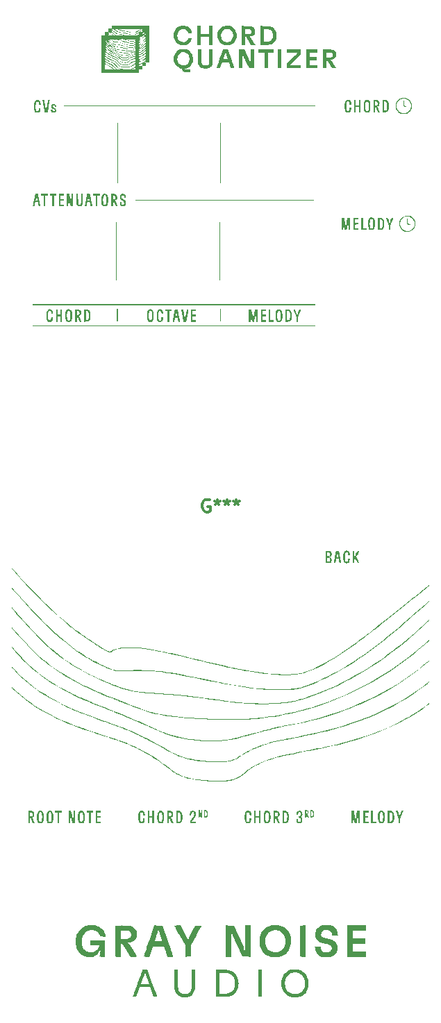
<source format=gbr>
G04 #@! TF.GenerationSoftware,KiCad,Pcbnew,6.0.7-1.fc35*
G04 #@! TF.CreationDate,2023-06-14T17:00:14-04:00*
G04 #@! TF.ProjectId,vccg_faceplate,76636367-5f66-4616-9365-706c6174652e,rev?*
G04 #@! TF.SameCoordinates,Original*
G04 #@! TF.FileFunction,Legend,Top*
G04 #@! TF.FilePolarity,Positive*
%FSLAX46Y46*%
G04 Gerber Fmt 4.6, Leading zero omitted, Abs format (unit mm)*
G04 Created by KiCad (PCBNEW 6.0.7-1.fc35) date 2023-06-14 17:00:14*
%MOMM*%
%LPD*%
G01*
G04 APERTURE LIST*
%ADD10C,0.300000*%
G04 APERTURE END LIST*
D10*
G04 #@! TO.C,G\u002A\u002A\u002A*
X218957428Y-79038000D02*
X218812285Y-78965428D01*
X218594571Y-78965428D01*
X218376857Y-79038000D01*
X218231714Y-79183142D01*
X218159142Y-79328285D01*
X218086571Y-79618571D01*
X218086571Y-79836285D01*
X218159142Y-80126571D01*
X218231714Y-80271714D01*
X218376857Y-80416857D01*
X218594571Y-80489428D01*
X218739714Y-80489428D01*
X218957428Y-80416857D01*
X219030000Y-80344285D01*
X219030000Y-79836285D01*
X218739714Y-79836285D01*
X219900857Y-78965428D02*
X219900857Y-79328285D01*
X219538000Y-79183142D02*
X219900857Y-79328285D01*
X220263714Y-79183142D01*
X219683142Y-79618571D02*
X219900857Y-79328285D01*
X220118571Y-79618571D01*
X221062000Y-78965428D02*
X221062000Y-79328285D01*
X220699142Y-79183142D02*
X221062000Y-79328285D01*
X221424857Y-79183142D01*
X220844285Y-79618571D02*
X221062000Y-79328285D01*
X221279714Y-79618571D01*
X222223142Y-78965428D02*
X222223142Y-79328285D01*
X221860285Y-79183142D02*
X222223142Y-79328285D01*
X222586000Y-79183142D01*
X222005428Y-79618571D02*
X222223142Y-79328285D01*
X222440857Y-79618571D01*
G36*
X220481050Y-136345150D02*
G01*
X220662669Y-136346991D01*
X220812835Y-136348840D01*
X220935425Y-136350897D01*
X221034310Y-136353364D01*
X221113368Y-136356442D01*
X221176471Y-136360331D01*
X221227494Y-136365233D01*
X221270311Y-136371348D01*
X221308797Y-136378877D01*
X221346827Y-136388022D01*
X221356589Y-136390550D01*
X221578076Y-136464238D01*
X221777205Y-136564281D01*
X221956980Y-136692449D01*
X222098989Y-136827144D01*
X222225445Y-136987579D01*
X222328574Y-137170273D01*
X222408146Y-137370758D01*
X222463933Y-137584562D01*
X222495706Y-137807216D01*
X222503236Y-138034252D01*
X222486295Y-138261199D01*
X222444654Y-138483588D01*
X222378084Y-138696948D01*
X222286356Y-138896812D01*
X222211226Y-139020185D01*
X222096375Y-139162460D01*
X221954883Y-139294095D01*
X221795216Y-139408364D01*
X221625842Y-139498542D01*
X221589800Y-139513802D01*
X221520211Y-139541491D01*
X221458133Y-139564510D01*
X221399435Y-139583325D01*
X221339984Y-139598404D01*
X221275650Y-139610217D01*
X221202299Y-139619231D01*
X221115801Y-139625915D01*
X221012024Y-139630735D01*
X220886836Y-139634162D01*
X220736104Y-139636662D01*
X220555698Y-139638705D01*
X220481050Y-139639434D01*
X219752434Y-139646412D01*
X219752434Y-139258378D01*
X220158693Y-139258378D01*
X220648853Y-139250654D01*
X220805097Y-139247778D01*
X220930519Y-139244419D01*
X221029623Y-139240291D01*
X221106912Y-139235109D01*
X221166889Y-139228587D01*
X221214060Y-139220440D01*
X221244383Y-139212909D01*
X221426395Y-139143792D01*
X221590240Y-139046494D01*
X221732694Y-138923681D01*
X221850532Y-138778020D01*
X221922342Y-138652223D01*
X221970594Y-138546548D01*
X222006022Y-138453584D01*
X222030500Y-138364149D01*
X222045904Y-138269057D01*
X222054108Y-138159124D01*
X222056987Y-138025166D01*
X222057092Y-137992142D01*
X222055301Y-137850110D01*
X222048443Y-137734327D01*
X222034714Y-137635862D01*
X222012310Y-137545790D01*
X221979428Y-137455181D01*
X221934262Y-137355107D01*
X221924177Y-137334357D01*
X221823218Y-137166849D01*
X221697181Y-137023590D01*
X221548084Y-136906347D01*
X221377944Y-136816883D01*
X221299368Y-136787577D01*
X221256321Y-136773715D01*
X221217322Y-136762788D01*
X221177377Y-136754371D01*
X221131490Y-136748041D01*
X221074665Y-136743374D01*
X221001906Y-136739947D01*
X220908217Y-136737335D01*
X220788604Y-136735115D01*
X220657684Y-136733146D01*
X220158693Y-136725947D01*
X220158693Y-139258378D01*
X219752434Y-139258378D01*
X219752434Y-136338168D01*
X220481050Y-136345150D01*
G37*
G36*
X236797636Y-30872322D02*
G01*
X237168568Y-30872322D01*
X237168568Y-30218776D01*
X237362865Y-30218776D01*
X237362865Y-31720167D01*
X237168568Y-31720167D01*
X237168568Y-31066620D01*
X236797636Y-31066620D01*
X236797636Y-31720167D01*
X236603338Y-31720167D01*
X236603338Y-30218776D01*
X236797636Y-30218776D01*
X236797636Y-30872322D01*
G37*
G36*
X242639418Y-30345624D02*
G01*
X242688387Y-30351251D01*
X242693223Y-30634778D01*
X242698060Y-30918305D01*
X242846099Y-30966516D01*
X242932056Y-30998093D01*
X242985321Y-31027021D01*
X243008219Y-31055305D01*
X243003078Y-31084949D01*
X242995639Y-31095354D01*
X242978784Y-31110303D01*
X242955827Y-31116270D01*
X242920531Y-31112350D01*
X242866655Y-31097639D01*
X242787963Y-31071231D01*
X242759041Y-31061055D01*
X242600070Y-31004798D01*
X242595260Y-30672398D01*
X242590450Y-30339997D01*
X242639418Y-30345624D01*
G37*
G36*
X226393881Y-57084840D02*
G01*
X226800139Y-57084840D01*
X226800139Y-57279137D01*
X226181920Y-57279137D01*
X226181920Y-55777747D01*
X226393881Y-55777747D01*
X226393881Y-57084840D01*
G37*
G36*
X207198157Y-41682435D02*
G01*
X207316751Y-41684603D01*
X207407267Y-41692280D01*
X207476777Y-41707429D01*
X207532352Y-41732010D01*
X207581062Y-41767985D01*
X207610997Y-41796955D01*
X207675110Y-41887839D01*
X207712153Y-41994742D01*
X207721180Y-42109900D01*
X207701245Y-42225551D01*
X207672029Y-42297860D01*
X207641637Y-42343919D01*
X207600974Y-42389342D01*
X207559516Y-42424953D01*
X207526737Y-42441574D01*
X207523354Y-42441863D01*
X207501860Y-42447675D01*
X207464259Y-42461346D01*
X207431828Y-42475706D01*
X207429893Y-42485212D01*
X207450286Y-42494627D01*
X207468081Y-42510477D01*
X207491544Y-42548036D01*
X207522084Y-42610189D01*
X207561109Y-42699820D01*
X207610030Y-42819812D01*
X207613672Y-42828948D01*
X207653104Y-42928852D01*
X207687587Y-43017908D01*
X207715111Y-43090781D01*
X207733663Y-43142133D01*
X207741232Y-43166631D01*
X207741308Y-43167442D01*
X207724841Y-43176890D01*
X207679619Y-43180976D01*
X207632052Y-43180154D01*
X207522797Y-43174895D01*
X207395496Y-42848122D01*
X207350090Y-42733019D01*
X207314666Y-42647158D01*
X207287244Y-42586538D01*
X207265844Y-42547162D01*
X207248488Y-42525029D01*
X207233195Y-42516141D01*
X207230968Y-42515704D01*
X207218069Y-42514756D01*
X207208557Y-42519447D01*
X207201917Y-42534368D01*
X207197633Y-42564109D01*
X207195189Y-42613258D01*
X207194068Y-42686406D01*
X207193756Y-42788143D01*
X207193741Y-42846894D01*
X207193741Y-43183727D01*
X206999444Y-43183727D01*
X206999444Y-42358098D01*
X207193741Y-42358098D01*
X207286474Y-42346328D01*
X207349219Y-42333338D01*
X207404006Y-42313610D01*
X207423366Y-42302607D01*
X207477566Y-42246367D01*
X207505718Y-42172246D01*
X207511357Y-42106258D01*
X207499568Y-42025890D01*
X207467364Y-41956091D01*
X207420088Y-41906678D01*
X207395713Y-41893857D01*
X207349003Y-41882919D01*
X207288754Y-41876986D01*
X207272077Y-41876634D01*
X207193741Y-41876634D01*
X207193741Y-42358098D01*
X206999444Y-42358098D01*
X206999444Y-41682336D01*
X207198157Y-41682435D01*
G37*
G36*
X231816551Y-31013630D02*
G01*
X201241168Y-31013630D01*
X201241168Y-30907649D01*
X231816551Y-30907649D01*
X231816551Y-31013630D01*
G37*
G36*
X197921059Y-117696870D02*
G01*
X197924955Y-117515353D01*
X197937260Y-117364858D01*
X197958901Y-117241884D01*
X197990803Y-117142927D01*
X198033893Y-117064485D01*
X198089098Y-117003057D01*
X198108789Y-116986941D01*
X198142608Y-116963218D01*
X198174669Y-116948554D01*
X198214820Y-116940792D01*
X198272908Y-116937781D01*
X198335536Y-116937343D01*
X198413795Y-116938146D01*
X198466650Y-116942029D01*
X198504012Y-116951207D01*
X198535791Y-116967895D01*
X198564253Y-116988444D01*
X198622821Y-117045102D01*
X198669255Y-117118210D01*
X198704295Y-117210936D01*
X198728681Y-117326450D01*
X198743153Y-117467917D01*
X198748452Y-117638507D01*
X198747223Y-117771432D01*
X198743712Y-117896551D01*
X198738924Y-117992988D01*
X198732204Y-118067383D01*
X198722897Y-118126376D01*
X198710346Y-118176605D01*
X198705755Y-118191246D01*
X198653332Y-118303298D01*
X198579933Y-118390066D01*
X198489652Y-118449410D01*
X198386583Y-118479190D01*
X198274819Y-118477268D01*
X198196969Y-118457128D01*
X198118401Y-118418046D01*
X198054461Y-118360529D01*
X198004203Y-118281971D01*
X197966681Y-118179762D01*
X197940948Y-118051297D01*
X197926058Y-117893968D01*
X197921634Y-117726640D01*
X198126743Y-117726640D01*
X198130737Y-117857724D01*
X198140369Y-117978926D01*
X198155558Y-118082047D01*
X198176226Y-118158886D01*
X198177462Y-118162043D01*
X198204098Y-118214038D01*
X198234819Y-118254329D01*
X198244425Y-118262575D01*
X198306565Y-118286621D01*
X198374398Y-118283118D01*
X198433714Y-118253242D01*
X198441294Y-118246264D01*
X198478352Y-118197123D01*
X198506456Y-118130650D01*
X198526381Y-118042892D01*
X198538902Y-117929893D01*
X198544794Y-117787702D01*
X198545486Y-117714534D01*
X198543808Y-117563342D01*
X198537558Y-117442630D01*
X198525857Y-117347745D01*
X198507826Y-117274031D01*
X198482584Y-117216837D01*
X198449251Y-117171508D01*
X198441239Y-117163158D01*
X198390486Y-117123127D01*
X198344163Y-117105446D01*
X198338657Y-117105146D01*
X198282640Y-117121188D01*
X198228884Y-117163925D01*
X198185849Y-117225273D01*
X198168744Y-117267486D01*
X198149387Y-117356098D01*
X198135988Y-117467627D01*
X198128467Y-117593875D01*
X198126743Y-117726640D01*
X197921634Y-117726640D01*
X197921066Y-117705167D01*
X197921059Y-117696870D01*
G37*
G36*
X197698504Y-41682336D02*
G01*
X198053725Y-41682336D01*
X198193046Y-42410952D01*
X198223019Y-42567240D01*
X198251168Y-42713126D01*
X198276760Y-42844872D01*
X198299060Y-42958741D01*
X198317335Y-43050995D01*
X198330852Y-43117896D01*
X198338875Y-43155707D01*
X198340602Y-43162549D01*
X198336934Y-43175103D01*
X198310660Y-43180960D01*
X198256303Y-43181049D01*
X198236263Y-43180212D01*
X198123688Y-43174895D01*
X198079817Y-42932023D01*
X198035947Y-42689151D01*
X197714864Y-42689151D01*
X197671931Y-42932023D01*
X197628999Y-43174895D01*
X197517132Y-43180192D01*
X197456591Y-43182081D01*
X197424120Y-43179231D01*
X197412583Y-43169805D01*
X197414335Y-43153697D01*
X197419521Y-43129937D01*
X197430560Y-43075295D01*
X197446707Y-42993593D01*
X197467217Y-42888654D01*
X197491344Y-42764300D01*
X197518341Y-42624354D01*
X197547464Y-42472638D01*
X197547581Y-42472027D01*
X197761474Y-42472027D01*
X197773766Y-42485517D01*
X197813344Y-42492851D01*
X197876287Y-42494854D01*
X197945069Y-42492239D01*
X197981959Y-42483999D01*
X197990574Y-42472774D01*
X197987317Y-42449020D01*
X197978591Y-42396489D01*
X197965431Y-42321127D01*
X197948875Y-42228880D01*
X197931266Y-42132754D01*
X197910525Y-42021099D01*
X197895105Y-41940953D01*
X197883949Y-41889080D01*
X197875997Y-41862243D01*
X197870192Y-41857204D01*
X197865475Y-41870727D01*
X197860786Y-41899576D01*
X197859058Y-41911961D01*
X197850329Y-41968233D01*
X197836690Y-42048208D01*
X197820058Y-42140926D01*
X197803553Y-42229155D01*
X197787553Y-42314546D01*
X197774352Y-42388287D01*
X197765239Y-42442933D01*
X197761503Y-42471038D01*
X197761474Y-42472027D01*
X197547581Y-42472027D01*
X197560954Y-42402121D01*
X197698504Y-41682336D01*
G37*
G36*
X200305007Y-41876634D02*
G01*
X199987066Y-41876634D01*
X199987066Y-43183727D01*
X199792768Y-43183727D01*
X199792768Y-41876634D01*
X199474826Y-41876634D01*
X199474826Y-41682336D01*
X200305007Y-41682336D01*
X200305007Y-41876634D01*
G37*
G36*
X238286640Y-45223852D02*
G01*
X238300667Y-45042130D01*
X238325635Y-44892294D01*
X238362663Y-44772296D01*
X238412869Y-44680088D01*
X238477371Y-44613623D01*
X238557287Y-44570852D01*
X238653736Y-44549729D01*
X238654793Y-44549619D01*
X238776737Y-44550727D01*
X238879773Y-44581337D01*
X238964566Y-44641917D01*
X239031785Y-44732937D01*
X239080218Y-44848812D01*
X239094590Y-44897880D01*
X239105097Y-44944633D01*
X239112328Y-44995887D01*
X239116875Y-45058456D01*
X239119329Y-45139158D01*
X239120279Y-45244806D01*
X239120376Y-45312169D01*
X239118988Y-45462550D01*
X239114293Y-45583549D01*
X239105499Y-45681019D01*
X239091811Y-45760816D01*
X239072434Y-45828795D01*
X239046575Y-45890811D01*
X239040110Y-45903894D01*
X238989194Y-45979375D01*
X238923288Y-46042204D01*
X238858690Y-46079405D01*
X238800050Y-46092085D01*
X238722517Y-46096849D01*
X238640842Y-46093962D01*
X238569779Y-46083692D01*
X238537154Y-46073576D01*
X238458808Y-46020373D01*
X238394383Y-45935895D01*
X238344282Y-45821506D01*
X238308906Y-45678570D01*
X238288658Y-45508451D01*
X238286181Y-45405578D01*
X238495966Y-45405578D01*
X238504842Y-45562038D01*
X238524645Y-45691483D01*
X238554988Y-45792167D01*
X238595488Y-45862339D01*
X238645759Y-45900252D01*
X238647407Y-45900870D01*
X238692960Y-45915905D01*
X238723652Y-45917366D01*
X238757577Y-45904396D01*
X238776517Y-45894763D01*
X238823094Y-45858762D01*
X238859534Y-45802589D01*
X238886396Y-45723580D01*
X238904245Y-45619072D01*
X238913640Y-45486401D01*
X238915143Y-45322903D01*
X238913562Y-45244617D01*
X238908545Y-45113953D01*
X238900613Y-45012699D01*
X238888427Y-44934975D01*
X238870648Y-44874899D01*
X238845938Y-44826592D01*
X238812957Y-44784172D01*
X238807344Y-44778092D01*
X238754377Y-44745320D01*
X238690427Y-44740386D01*
X238626521Y-44763496D01*
X238610915Y-44774405D01*
X238572362Y-44819295D01*
X238542402Y-44888110D01*
X238520307Y-44983765D01*
X238505348Y-45109170D01*
X238498400Y-45223852D01*
X238495966Y-45405578D01*
X238286181Y-45405578D01*
X238283940Y-45312510D01*
X238286640Y-45223852D01*
G37*
G36*
X227007684Y-116949529D02*
G01*
X227122138Y-116955310D01*
X227208811Y-116965212D01*
X227275184Y-116981203D01*
X227328740Y-117005249D01*
X227376957Y-117039316D01*
X227389328Y-117049870D01*
X227435845Y-117108579D01*
X227473642Y-117190310D01*
X227497593Y-117282943D01*
X227501768Y-117315828D01*
X227499207Y-117441815D01*
X227467279Y-117548377D01*
X227406137Y-117635227D01*
X227315934Y-117702077D01*
X227289436Y-117715364D01*
X227241827Y-117739246D01*
X227223722Y-117754312D01*
X227231507Y-117764042D01*
X227236876Y-117765985D01*
X227253975Y-117781274D01*
X227277572Y-117819758D01*
X227308876Y-117883932D01*
X227349096Y-117976294D01*
X227399440Y-118099339D01*
X227404863Y-118112890D01*
X227539202Y-118449116D01*
X227304592Y-118438734D01*
X227178062Y-118111961D01*
X227132980Y-117996968D01*
X227097826Y-117911210D01*
X227070614Y-117850666D01*
X227049361Y-117811311D01*
X227032085Y-117789123D01*
X227016800Y-117780079D01*
X227014153Y-117779543D01*
X227001201Y-117778571D01*
X226991650Y-117783192D01*
X226984983Y-117797997D01*
X226980681Y-117827574D01*
X226978227Y-117876516D01*
X226977102Y-117949410D01*
X226976788Y-118050849D01*
X226976773Y-118110732D01*
X226976773Y-118447566D01*
X226782476Y-118447566D01*
X226782476Y-117617385D01*
X226976773Y-117617385D01*
X227047994Y-117617385D01*
X227112282Y-117610696D01*
X227174022Y-117594381D01*
X227179297Y-117592281D01*
X227241012Y-117548306D01*
X227279968Y-117478922D01*
X227294637Y-117386954D01*
X227294715Y-117378929D01*
X227281333Y-117283703D01*
X227241721Y-117211996D01*
X227176680Y-117164581D01*
X227087010Y-117142233D01*
X227047994Y-117140473D01*
X226976773Y-117140473D01*
X226976773Y-117617385D01*
X226782476Y-117617385D01*
X226782476Y-116941998D01*
X227007684Y-116949529D01*
G37*
G36*
X233369922Y-130867256D02*
G01*
X233488992Y-130874227D01*
X233546548Y-130881256D01*
X233756917Y-130928662D01*
X233948947Y-131001912D01*
X234120097Y-131099346D01*
X234267829Y-131219304D01*
X234389601Y-131360129D01*
X234463229Y-131480099D01*
X234520583Y-131603428D01*
X234560483Y-131722953D01*
X234586225Y-131851259D01*
X234601103Y-132000931D01*
X234601587Y-132008658D01*
X234612694Y-132189708D01*
X233900835Y-132189708D01*
X233900835Y-132131130D01*
X233894058Y-132044595D01*
X233876164Y-131945714D01*
X233850812Y-131851454D01*
X233827345Y-131790194D01*
X233759149Y-131685309D01*
X233664274Y-131599007D01*
X233547140Y-131533110D01*
X233412164Y-131489441D01*
X233263767Y-131469823D01*
X233106367Y-131476077D01*
X233075979Y-131480314D01*
X232919461Y-131517042D01*
X232791620Y-131574257D01*
X232692154Y-131652243D01*
X232620762Y-131751282D01*
X232577143Y-131871657D01*
X232563597Y-131960798D01*
X232559673Y-132031405D01*
X232564070Y-132083274D01*
X232579575Y-132132556D01*
X232601415Y-132180091D01*
X232636191Y-132241343D01*
X232678126Y-132293503D01*
X232731112Y-132338413D01*
X232799040Y-132377914D01*
X232885802Y-132413849D01*
X232995289Y-132448061D01*
X233131392Y-132482392D01*
X233298002Y-132518685D01*
X233330816Y-132525421D01*
X233446302Y-132549664D01*
X233558073Y-132574397D01*
X233658427Y-132597822D01*
X233739662Y-132618140D01*
X233794078Y-132633553D01*
X233794854Y-132633803D01*
X233987457Y-132711766D01*
X234154971Y-132812153D01*
X234296070Y-132933650D01*
X234409431Y-133074941D01*
X234493728Y-133234708D01*
X234538912Y-133373157D01*
X234553383Y-133461728D01*
X234560688Y-133572686D01*
X234561013Y-133693868D01*
X234554542Y-133813106D01*
X234541462Y-133918235D01*
X234529762Y-133972301D01*
X234462273Y-134156419D01*
X234366002Y-134320500D01*
X234241782Y-134463763D01*
X234090450Y-134585428D01*
X233912838Y-134684713D01*
X233709782Y-134760838D01*
X233676675Y-134770351D01*
X233613389Y-134785880D01*
X233547747Y-134797175D01*
X233471774Y-134805027D01*
X233377499Y-134810230D01*
X233256947Y-134813577D01*
X233238456Y-134813926D01*
X233131324Y-134814810D01*
X233029499Y-134813745D01*
X232941249Y-134810955D01*
X232874839Y-134806666D01*
X232847965Y-134803300D01*
X232630676Y-134749552D01*
X232436932Y-134670431D01*
X232267716Y-134567012D01*
X232124007Y-134440372D01*
X232006789Y-134291585D01*
X231917041Y-134121728D01*
X231855747Y-133931876D01*
X231823886Y-133723105D01*
X231821069Y-133677851D01*
X231811623Y-133479137D01*
X232518040Y-133479137D01*
X232527689Y-133616029D01*
X232552418Y-133774784D01*
X232602615Y-133909067D01*
X232678468Y-134019082D01*
X232780164Y-134105031D01*
X232907892Y-134167117D01*
X233061838Y-134205546D01*
X233073274Y-134207306D01*
X233189682Y-134215369D01*
X233315773Y-134208856D01*
X233437712Y-134189337D01*
X233541666Y-134158382D01*
X233555456Y-134152584D01*
X233667967Y-134084577D01*
X233756786Y-133992837D01*
X233818744Y-133882163D01*
X233850674Y-133757353D01*
X233854388Y-133699930D01*
X233846244Y-133587530D01*
X233817546Y-133496871D01*
X233765104Y-133418927D01*
X233748870Y-133401357D01*
X233697804Y-133354464D01*
X233640136Y-133314153D01*
X233571360Y-133278793D01*
X233486973Y-133246754D01*
X233382468Y-133216404D01*
X233253341Y-133186112D01*
X233095087Y-133154249D01*
X233035327Y-133143041D01*
X232927683Y-133122223D01*
X232822595Y-133100274D01*
X232729171Y-133079211D01*
X232656520Y-133061048D01*
X232629068Y-133053136D01*
X232431508Y-132976812D01*
X232263301Y-132880874D01*
X232124290Y-132765130D01*
X232014318Y-132629384D01*
X231933228Y-132473443D01*
X231880862Y-132297114D01*
X231857118Y-132101391D01*
X231863151Y-131891722D01*
X231900814Y-131696746D01*
X231968944Y-131518013D01*
X232066380Y-131357076D01*
X232191959Y-131215486D01*
X232344518Y-131094794D01*
X232522896Y-130996554D01*
X232725930Y-130922315D01*
X232744074Y-130917220D01*
X232839552Y-130897431D01*
X232960003Y-130882086D01*
X233095300Y-130871639D01*
X233235315Y-130866544D01*
X233369922Y-130867256D01*
G37*
G36*
X194876655Y-94510378D02*
G01*
X194909677Y-94544897D01*
X194953636Y-94594602D01*
X194979486Y-94625089D01*
X195139929Y-94814761D01*
X195319826Y-95023478D01*
X195515582Y-95247292D01*
X195723601Y-95482256D01*
X195940288Y-95724424D01*
X196162048Y-95969847D01*
X196385284Y-96214579D01*
X196606403Y-96454672D01*
X196821807Y-96686180D01*
X197027902Y-96905154D01*
X197221092Y-97107649D01*
X197397782Y-97289716D01*
X197509808Y-97402981D01*
X197922232Y-97804367D01*
X198343652Y-98191060D01*
X198776205Y-98564483D01*
X199222027Y-98926056D01*
X199683253Y-99277201D01*
X200162020Y-99619339D01*
X200660462Y-99953891D01*
X201180717Y-100282278D01*
X201724919Y-100605923D01*
X202295206Y-100926245D01*
X202893711Y-101244667D01*
X203522573Y-101562610D01*
X204183925Y-101881495D01*
X204373246Y-101970227D01*
X204706952Y-102124486D01*
X205037746Y-102274847D01*
X205368680Y-102422576D01*
X205702807Y-102568936D01*
X206043178Y-102715191D01*
X206392847Y-102862606D01*
X206754866Y-103012445D01*
X207132287Y-103165971D01*
X207528163Y-103324449D01*
X207945545Y-103489143D01*
X208387487Y-103661318D01*
X208857041Y-103842237D01*
X209322184Y-104019828D01*
X209709138Y-104166086D01*
X210066615Y-104299161D01*
X210397542Y-104419934D01*
X210704849Y-104529285D01*
X210991466Y-104628095D01*
X211260321Y-104717242D01*
X211514343Y-104797608D01*
X211756462Y-104870072D01*
X211989608Y-104935515D01*
X212216708Y-104994817D01*
X212440692Y-105048858D01*
X212664490Y-105098517D01*
X212891030Y-105144676D01*
X213123241Y-105188213D01*
X213331780Y-105224580D01*
X213609160Y-105269104D01*
X213913347Y-105313689D01*
X214238167Y-105357664D01*
X214577447Y-105400353D01*
X214925012Y-105441083D01*
X215274690Y-105479181D01*
X215620306Y-105513973D01*
X215955688Y-105544786D01*
X216274660Y-105570945D01*
X216571051Y-105591778D01*
X216829138Y-105606166D01*
X216925599Y-105610769D01*
X217052329Y-105616930D01*
X217204320Y-105624400D01*
X217376560Y-105632930D01*
X217564038Y-105642270D01*
X217761745Y-105652171D01*
X217964670Y-105662384D01*
X218167802Y-105672660D01*
X218251043Y-105676887D01*
X218455865Y-105687270D01*
X218665034Y-105697817D01*
X218873154Y-105708260D01*
X219074828Y-105718329D01*
X219264661Y-105727757D01*
X219437255Y-105736275D01*
X219587216Y-105743614D01*
X219709147Y-105749506D01*
X219743602Y-105751148D01*
X219874244Y-105756261D01*
X220033859Y-105760712D01*
X220218316Y-105764501D01*
X220423482Y-105767630D01*
X220645223Y-105770097D01*
X220879408Y-105771904D01*
X221121902Y-105773052D01*
X221368574Y-105773540D01*
X221615291Y-105773369D01*
X221857919Y-105772539D01*
X222092325Y-105771051D01*
X222314378Y-105768906D01*
X222519944Y-105766103D01*
X222704891Y-105762643D01*
X222865085Y-105758526D01*
X222996393Y-105753754D01*
X223055494Y-105750810D01*
X223582138Y-105718869D01*
X224078851Y-105684189D01*
X224550969Y-105646114D01*
X225003826Y-105603982D01*
X225442758Y-105557136D01*
X225873099Y-105504917D01*
X226300186Y-105446665D01*
X226729351Y-105381721D01*
X227165932Y-105309427D01*
X227615262Y-105229123D01*
X228082678Y-105140150D01*
X228223395Y-105112429D01*
X228770128Y-105000525D01*
X229289125Y-104886928D01*
X229787977Y-104769653D01*
X230274272Y-104646715D01*
X230755601Y-104516127D01*
X231239555Y-104375905D01*
X231733722Y-104224062D01*
X232222810Y-104066167D01*
X233288561Y-103696154D01*
X234341675Y-103293229D01*
X235381732Y-102857627D01*
X236408313Y-102389584D01*
X237421000Y-101889333D01*
X238419372Y-101357110D01*
X239403012Y-100793150D01*
X240371499Y-100197687D01*
X241324416Y-99570956D01*
X242261342Y-98913192D01*
X243181860Y-98224630D01*
X244085549Y-97505505D01*
X244410570Y-97235919D01*
X244577464Y-97095029D01*
X244755215Y-96943297D01*
X244938075Y-96785731D01*
X245120296Y-96627343D01*
X245296130Y-96473142D01*
X245459828Y-96328138D01*
X245605642Y-96197343D01*
X245686753Y-96123561D01*
X245735327Y-96079065D01*
X245735270Y-96139776D01*
X245733456Y-96161965D01*
X245725809Y-96184136D01*
X245708953Y-96210066D01*
X245679517Y-96243531D01*
X245634124Y-96288307D01*
X245569402Y-96348172D01*
X245481977Y-96426901D01*
X245465903Y-96441280D01*
X244581668Y-97209171D01*
X243681109Y-97946300D01*
X242764551Y-98652477D01*
X241832319Y-99327516D01*
X240884739Y-99971227D01*
X239922135Y-100583422D01*
X238944833Y-101163913D01*
X237953157Y-101712512D01*
X236947434Y-102229030D01*
X235927987Y-102713280D01*
X234895142Y-103165072D01*
X233849224Y-103584220D01*
X232790558Y-103970533D01*
X232019680Y-104228542D01*
X231478629Y-104397499D01*
X230926544Y-104559582D01*
X230372280Y-104712401D01*
X229824692Y-104853568D01*
X229292635Y-104980696D01*
X228946245Y-105057473D01*
X228390654Y-105173329D01*
X227857503Y-105277871D01*
X227341054Y-105371863D01*
X226835571Y-105456071D01*
X226335319Y-105531259D01*
X225834560Y-105598192D01*
X225327559Y-105657636D01*
X224808579Y-105710355D01*
X224271883Y-105757114D01*
X223711737Y-105798678D01*
X223122402Y-105835812D01*
X223099652Y-105837129D01*
X223029747Y-105840173D01*
X222928501Y-105843176D01*
X222799902Y-105846107D01*
X222647937Y-105848931D01*
X222476592Y-105851616D01*
X222289856Y-105854128D01*
X222091713Y-105856436D01*
X221886152Y-105858506D01*
X221677159Y-105860305D01*
X221468722Y-105861800D01*
X221264826Y-105862959D01*
X221069459Y-105863747D01*
X220886608Y-105864133D01*
X220720259Y-105864084D01*
X220574400Y-105863566D01*
X220453018Y-105862546D01*
X220360098Y-105860992D01*
X220326495Y-105860037D01*
X220201889Y-105855447D01*
X220047404Y-105849282D01*
X219868442Y-105841790D01*
X219670404Y-105833215D01*
X219458692Y-105823802D01*
X219238709Y-105813797D01*
X219015854Y-105803444D01*
X218795529Y-105792990D01*
X218583137Y-105782678D01*
X218384079Y-105772755D01*
X218233380Y-105765017D01*
X218050761Y-105755562D01*
X217850459Y-105745318D01*
X217642263Y-105734777D01*
X217435964Y-105724432D01*
X217241352Y-105714776D01*
X217068217Y-105706299D01*
X217005772Y-105703282D01*
X216821093Y-105694240D01*
X216660188Y-105685894D01*
X216516424Y-105677745D01*
X216383163Y-105669294D01*
X216253770Y-105660042D01*
X216121610Y-105649490D01*
X215980045Y-105637140D01*
X215822441Y-105622492D01*
X215642161Y-105605047D01*
X215460223Y-105587058D01*
X214989479Y-105538206D01*
X214550542Y-105488236D01*
X214139892Y-105436447D01*
X213754011Y-105382138D01*
X213389380Y-105324609D01*
X213042482Y-105263159D01*
X212709798Y-105197088D01*
X212387809Y-105125694D01*
X212072998Y-105048277D01*
X211761844Y-104964137D01*
X211450831Y-104872573D01*
X211136440Y-104772884D01*
X210815152Y-104664370D01*
X210799717Y-104659004D01*
X210598799Y-104588076D01*
X210371334Y-104506014D01*
X210120732Y-104414140D01*
X209850401Y-104313782D01*
X209563749Y-104206262D01*
X209264185Y-104092906D01*
X208955118Y-103975039D01*
X208639956Y-103853985D01*
X208322107Y-103731070D01*
X208004981Y-103607619D01*
X207691986Y-103484955D01*
X207386530Y-103364404D01*
X207092022Y-103247290D01*
X206811870Y-103134939D01*
X206549483Y-103028676D01*
X206308269Y-102929824D01*
X206091638Y-102839709D01*
X205902997Y-102759656D01*
X205815995Y-102721963D01*
X205197674Y-102448361D01*
X204611681Y-102182038D01*
X204056023Y-101921905D01*
X203528706Y-101666874D01*
X203027736Y-101415857D01*
X202551121Y-101167766D01*
X202096865Y-100921514D01*
X201662976Y-100676012D01*
X201247461Y-100430173D01*
X200848324Y-100182907D01*
X200463574Y-99933128D01*
X200091215Y-99679748D01*
X199729255Y-99421678D01*
X199616134Y-99338546D01*
X199345963Y-99135392D01*
X199084050Y-98931686D01*
X198828142Y-98725278D01*
X198575988Y-98514020D01*
X198325338Y-98295764D01*
X198073941Y-98068361D01*
X197819545Y-97829661D01*
X197559898Y-97577516D01*
X197292751Y-97309778D01*
X197015852Y-97024298D01*
X196726950Y-96718927D01*
X196423794Y-96391517D01*
X196104132Y-96039918D01*
X195773366Y-95670584D01*
X195600694Y-95476302D01*
X195450255Y-95306478D01*
X195320594Y-95159361D01*
X195210260Y-95033197D01*
X195117798Y-94926236D01*
X195041754Y-94836726D01*
X194980676Y-94762914D01*
X194933109Y-94703050D01*
X194897601Y-94655381D01*
X194872697Y-94618155D01*
X194856945Y-94589621D01*
X194848890Y-94568027D01*
X194847010Y-94554095D01*
X194850521Y-94515092D01*
X194859092Y-94497268D01*
X194860257Y-94497148D01*
X194876655Y-94510378D01*
G37*
G36*
X233305399Y-24071905D02*
G01*
X233475137Y-24072369D01*
X233614169Y-24074146D01*
X233727110Y-24077816D01*
X233818572Y-24083958D01*
X233893171Y-24093151D01*
X233955519Y-24105976D01*
X234010230Y-24123010D01*
X234061919Y-24144833D01*
X234115199Y-24172025D01*
X234118935Y-24174051D01*
X234212963Y-24242874D01*
X234294052Y-24335983D01*
X234353645Y-24442612D01*
X234370821Y-24490938D01*
X234387837Y-24579005D01*
X234394632Y-24682339D01*
X234391733Y-24789798D01*
X234379667Y-24890238D01*
X234358963Y-24972514D01*
X234346668Y-25001223D01*
X234274727Y-25102643D01*
X234174803Y-25188859D01*
X234052116Y-25256737D01*
X233911881Y-25303146D01*
X233815354Y-25320133D01*
X233764119Y-25328278D01*
X233731051Y-25337523D01*
X233724200Y-25342860D01*
X233738470Y-25357601D01*
X233773607Y-25378529D01*
X233781607Y-25382507D01*
X233801619Y-25395820D01*
X233825636Y-25419735D01*
X233855790Y-25457330D01*
X233894213Y-25511686D01*
X233943039Y-25585882D01*
X234004399Y-25682995D01*
X234080425Y-25806106D01*
X234121627Y-25873492D01*
X234192033Y-25989093D01*
X234256417Y-26095171D01*
X234312488Y-26187922D01*
X234357955Y-26263543D01*
X234390526Y-26318229D01*
X234407911Y-26348176D01*
X234410130Y-26352456D01*
X234395671Y-26358050D01*
X234351781Y-26362748D01*
X234284351Y-26366180D01*
X234199275Y-26367974D01*
X234160787Y-26368150D01*
X233905556Y-26368150D01*
X233616940Y-25882406D01*
X233537147Y-25748261D01*
X233473147Y-25641405D01*
X233422724Y-25558737D01*
X233383663Y-25497153D01*
X233353749Y-25453550D01*
X233330766Y-25424827D01*
X233312500Y-25407879D01*
X233296736Y-25399605D01*
X233281257Y-25396902D01*
X233270143Y-25396662D01*
X233211961Y-25396662D01*
X233211961Y-26368150D01*
X232788039Y-26368150D01*
X232788039Y-25048122D01*
X233211961Y-25048122D01*
X233483404Y-25039872D01*
X233593419Y-25035836D01*
X233674671Y-25030863D01*
X233733722Y-25024114D01*
X233777136Y-25014752D01*
X233811475Y-25001936D01*
X233822424Y-24996553D01*
X233893413Y-24949060D01*
X233938246Y-24890037D01*
X233961942Y-24811186D01*
X233967795Y-24756172D01*
X233969501Y-24688707D01*
X233962536Y-24641834D01*
X233944022Y-24601298D01*
X233933060Y-24584144D01*
X233897447Y-24538683D01*
X233856320Y-24504547D01*
X233804074Y-24480019D01*
X233735108Y-24463383D01*
X233643818Y-24452920D01*
X233524601Y-24446915D01*
X233481328Y-24445695D01*
X233211961Y-24439062D01*
X233211961Y-25048122D01*
X232788039Y-25048122D01*
X232788039Y-24071905D01*
X233305399Y-24071905D01*
G37*
G36*
X223541290Y-24835848D02*
G01*
X223890353Y-25599791D01*
X223927416Y-25842663D01*
X223945829Y-25953708D01*
X223962009Y-26030492D01*
X223976196Y-26073994D01*
X223986898Y-26085535D01*
X223991834Y-26079086D01*
X223996034Y-26058201D01*
X223999550Y-26020578D01*
X224002433Y-25963912D01*
X224004735Y-25885901D01*
X224006507Y-25784240D01*
X224007800Y-25656626D01*
X224008665Y-25500755D01*
X224009154Y-25314324D01*
X224009318Y-25095029D01*
X224009319Y-25078720D01*
X224009319Y-24071905D01*
X224397914Y-24071905D01*
X224397914Y-26368965D01*
X224087144Y-26364142D01*
X223776375Y-26359318D01*
X223424146Y-25590959D01*
X223342756Y-25413252D01*
X223274825Y-25264301D01*
X223219024Y-25140779D01*
X223174023Y-25039361D01*
X223138491Y-24956720D01*
X223111098Y-24889532D01*
X223090515Y-24834468D01*
X223075411Y-24788204D01*
X223064457Y-24747413D01*
X223056322Y-24708769D01*
X223049676Y-24668946D01*
X223046265Y-24645966D01*
X223030477Y-24538454D01*
X223018490Y-24461054D01*
X223009263Y-24408885D01*
X223001754Y-24377067D01*
X222994921Y-24360718D01*
X222987721Y-24354958D01*
X222984040Y-24354520D01*
X222980309Y-24371929D01*
X222976991Y-24423144D01*
X222974111Y-24506645D01*
X222971695Y-24620913D01*
X222969768Y-24764429D01*
X222968356Y-24935673D01*
X222967484Y-25133127D01*
X222967177Y-25355272D01*
X222967177Y-26368150D01*
X222560918Y-26368150D01*
X222560918Y-24071905D01*
X223192228Y-24071905D01*
X223541290Y-24835848D01*
G37*
G36*
X242525459Y-116947208D02*
G01*
X242557738Y-116951711D01*
X242568399Y-116961785D01*
X242565268Y-116977086D01*
X242556394Y-117001301D01*
X242537371Y-117054248D01*
X242509828Y-117131353D01*
X242475397Y-117228043D01*
X242435707Y-117339744D01*
X242392389Y-117461883D01*
X242386744Y-117477817D01*
X242220306Y-117947637D01*
X242220306Y-118447566D01*
X242026009Y-118447566D01*
X242026009Y-117957507D01*
X241849374Y-117458414D01*
X241805045Y-117332920D01*
X241764789Y-117218502D01*
X241730056Y-117119311D01*
X241702292Y-117039499D01*
X241682944Y-116983216D01*
X241673461Y-116954613D01*
X241672740Y-116951905D01*
X241688786Y-116948818D01*
X241730594Y-116948154D01*
X241781671Y-116949748D01*
X241890601Y-116955007D01*
X241994563Y-117264117D01*
X242028959Y-117367825D01*
X242060250Y-117464849D01*
X242086273Y-117548279D01*
X242104870Y-117611207D01*
X242113322Y-117643880D01*
X242122594Y-117684888D01*
X242127401Y-117693264D01*
X242129685Y-117671117D01*
X242130054Y-117662041D01*
X242136107Y-117629319D01*
X242151820Y-117569314D01*
X242175402Y-117488162D01*
X242205066Y-117392001D01*
X242239022Y-117286967D01*
X242242037Y-117277861D01*
X242352086Y-116946175D01*
X242464720Y-116946175D01*
X242525459Y-116947208D01*
G37*
G36*
X237663143Y-45886231D02*
G01*
X238087066Y-45886231D01*
X238087066Y-46080528D01*
X237468846Y-46080528D01*
X237468846Y-44579137D01*
X237663143Y-44579137D01*
X237663143Y-45886231D01*
G37*
G36*
X225316412Y-139643671D02*
G01*
X224910153Y-139643671D01*
X224910153Y-136340612D01*
X225316412Y-136340612D01*
X225316412Y-139643671D01*
G37*
G36*
X200940890Y-117140473D02*
G01*
X200640612Y-117140473D01*
X200640612Y-118447566D01*
X200428651Y-118447566D01*
X200428651Y-117140473D01*
X200128373Y-117140473D01*
X200128373Y-116946175D01*
X200940890Y-116946175D01*
X200940890Y-117140473D01*
G37*
G36*
X220295584Y-55710336D02*
G01*
X220344159Y-55715925D01*
X220348766Y-56462204D01*
X220353374Y-57208484D01*
X220247010Y-57208484D01*
X220247010Y-55704746D01*
X220295584Y-55710336D01*
G37*
G36*
X230050209Y-24702266D02*
G01*
X229414326Y-25315710D01*
X229289608Y-25436517D01*
X229172987Y-25550429D01*
X229066885Y-25655013D01*
X228973725Y-25747835D01*
X228895929Y-25826464D01*
X228835919Y-25888466D01*
X228796118Y-25931409D01*
X228778948Y-25952860D01*
X228778442Y-25954355D01*
X228782834Y-25961026D01*
X228798115Y-25966441D01*
X228827447Y-25970723D01*
X228873989Y-25973997D01*
X228940902Y-25976384D01*
X229031348Y-25978009D01*
X229148485Y-25978995D01*
X229295476Y-25979466D01*
X229423755Y-25979555D01*
X230069067Y-25979555D01*
X230064054Y-26169436D01*
X230059041Y-26359318D01*
X229215612Y-26363905D01*
X228372184Y-26368492D01*
X228372184Y-25753731D01*
X229012483Y-25132108D01*
X229137720Y-25009976D01*
X229255078Y-24894471D01*
X229362122Y-24788063D01*
X229456421Y-24693218D01*
X229535541Y-24612408D01*
X229597048Y-24548100D01*
X229638511Y-24502763D01*
X229657495Y-24478867D01*
X229658426Y-24476661D01*
X229658769Y-24467865D01*
X229654340Y-24460742D01*
X229641800Y-24455116D01*
X229617815Y-24450811D01*
X229579046Y-24447650D01*
X229522156Y-24445457D01*
X229443810Y-24444055D01*
X229340669Y-24443269D01*
X229209398Y-24442922D01*
X229046659Y-24442838D01*
X229018127Y-24442837D01*
X228372184Y-24442837D01*
X228372184Y-24071905D01*
X230050209Y-24071905D01*
X230050209Y-24702266D01*
G37*
G36*
X225846315Y-55972044D02*
G01*
X225422392Y-55972044D01*
X225422392Y-56431293D01*
X225828651Y-56431293D01*
X225828651Y-56625591D01*
X225422392Y-56625591D01*
X225422392Y-57084840D01*
X225846315Y-57084840D01*
X225846315Y-57279137D01*
X225228095Y-57279137D01*
X225228095Y-55777747D01*
X225846315Y-55777747D01*
X225846315Y-55972044D01*
G37*
G36*
X203886266Y-55777919D02*
G01*
X204017555Y-55782360D01*
X204120285Y-55796940D01*
X204200333Y-55823910D01*
X204263575Y-55865523D01*
X204315888Y-55924033D01*
X204332799Y-55949069D01*
X204372251Y-56016720D01*
X204401739Y-56082930D01*
X204422602Y-56154497D01*
X204436182Y-56238219D01*
X204443819Y-56340891D01*
X204446854Y-56469310D01*
X204447079Y-56528442D01*
X204445376Y-56670943D01*
X204439370Y-56784820D01*
X204427721Y-56876651D01*
X204409087Y-56953014D01*
X204382126Y-57020487D01*
X204345497Y-57085650D01*
X204328005Y-57112294D01*
X204283524Y-57170510D01*
X204236436Y-57212955D01*
X204180082Y-57242203D01*
X204107800Y-57260827D01*
X204012932Y-57271399D01*
X203903929Y-57276125D01*
X203678721Y-57281945D01*
X203678721Y-57084840D01*
X203873018Y-57084840D01*
X203968812Y-57084840D01*
X204034746Y-57080779D01*
X204081465Y-57065497D01*
X204117682Y-57040179D01*
X204157658Y-57000178D01*
X204187830Y-56952895D01*
X204209421Y-56893093D01*
X204223654Y-56815535D01*
X204231751Y-56714983D01*
X204234937Y-56586201D01*
X204235118Y-56537274D01*
X204233692Y-56401012D01*
X204228702Y-56294408D01*
X204219080Y-56211881D01*
X204203757Y-56147850D01*
X204181666Y-56096735D01*
X204151738Y-56052956D01*
X204139728Y-56038907D01*
X204106493Y-56006793D01*
X204071020Y-55988572D01*
X204020311Y-55979044D01*
X203981624Y-55975654D01*
X203873018Y-55967798D01*
X203873018Y-57084840D01*
X203678721Y-57084840D01*
X203678721Y-55777747D01*
X203886266Y-55777919D01*
G37*
G36*
X194876584Y-92124090D02*
G01*
X194910053Y-92158432D01*
X194955570Y-92208860D01*
X194997216Y-92257128D01*
X195271550Y-92577939D01*
X195557815Y-92906942D01*
X195853880Y-93241909D01*
X196157613Y-93580613D01*
X196466882Y-93920828D01*
X196779556Y-94260326D01*
X197093502Y-94596881D01*
X197406590Y-94928265D01*
X197716686Y-95252252D01*
X198021661Y-95566614D01*
X198319381Y-95869124D01*
X198607715Y-96157556D01*
X198884531Y-96429682D01*
X199147699Y-96683276D01*
X199395085Y-96916110D01*
X199624558Y-97125958D01*
X199833987Y-97310592D01*
X199836926Y-97313125D01*
X200325104Y-97717489D01*
X200847014Y-98118770D01*
X201401123Y-98515923D01*
X201985894Y-98907905D01*
X202599794Y-99293672D01*
X203241288Y-99672179D01*
X203608067Y-99878406D01*
X203935894Y-100057705D01*
X204247937Y-100224185D01*
X204549341Y-100380246D01*
X204845254Y-100528292D01*
X205140821Y-100670725D01*
X205441188Y-100809947D01*
X205751503Y-100948362D01*
X206076910Y-101088371D01*
X206422557Y-101232377D01*
X206793589Y-101382783D01*
X207043602Y-101482266D01*
X207460699Y-101643725D01*
X207851003Y-101787437D01*
X208217702Y-101914344D01*
X208563979Y-102025388D01*
X208893022Y-102121513D01*
X209208016Y-102203661D01*
X209512148Y-102272774D01*
X209808602Y-102329794D01*
X210028721Y-102365324D01*
X210129328Y-102379968D01*
X210227404Y-102393599D01*
X210325569Y-102406451D01*
X210426446Y-102418759D01*
X210532657Y-102430756D01*
X210646825Y-102442676D01*
X210771570Y-102454753D01*
X210909517Y-102467221D01*
X211063285Y-102480314D01*
X211235498Y-102494265D01*
X211428778Y-102509310D01*
X211645747Y-102525681D01*
X211889026Y-102543613D01*
X212161238Y-102563339D01*
X212465006Y-102585094D01*
X212598748Y-102594616D01*
X212964101Y-102620667D01*
X213296267Y-102644509D01*
X213597306Y-102666302D01*
X213869279Y-102686202D01*
X214114246Y-102704366D01*
X214334268Y-102720951D01*
X214531405Y-102736116D01*
X214707717Y-102750017D01*
X214865265Y-102762811D01*
X215006110Y-102774655D01*
X215132312Y-102785708D01*
X215245931Y-102796126D01*
X215274757Y-102798854D01*
X215448916Y-102815649D01*
X215617300Y-102832343D01*
X215782330Y-102849242D01*
X215946429Y-102866655D01*
X216112019Y-102884888D01*
X216281523Y-102904249D01*
X216457363Y-102925046D01*
X216641962Y-102947585D01*
X216837741Y-102972175D01*
X217047125Y-102999123D01*
X217272534Y-103028736D01*
X217516392Y-103061322D01*
X217781120Y-103097188D01*
X218069142Y-103136641D01*
X218382880Y-103179990D01*
X218724755Y-103227541D01*
X219097192Y-103279603D01*
X219425699Y-103325678D01*
X219993941Y-103404199D01*
X220530292Y-103475587D01*
X221037418Y-103540058D01*
X221517983Y-103597829D01*
X221974650Y-103649116D01*
X222410084Y-103694136D01*
X222826948Y-103733106D01*
X223227908Y-103766242D01*
X223615626Y-103793760D01*
X223992768Y-103815878D01*
X224361997Y-103832812D01*
X224725977Y-103844779D01*
X225087372Y-103851995D01*
X225448847Y-103854677D01*
X225813065Y-103853042D01*
X225899305Y-103852055D01*
X226409888Y-103841463D01*
X226890423Y-103822866D01*
X227345352Y-103795914D01*
X227779114Y-103760257D01*
X228196148Y-103715546D01*
X228600897Y-103661430D01*
X228884423Y-103616910D01*
X229020639Y-103591253D01*
X229185425Y-103555283D01*
X229373987Y-103510296D01*
X229581528Y-103457588D01*
X229803256Y-103398454D01*
X230034374Y-103334191D01*
X230270089Y-103266096D01*
X230505605Y-103195463D01*
X230736128Y-103123590D01*
X230874017Y-103079113D01*
X231690995Y-102796914D01*
X232516854Y-102482085D01*
X233349664Y-102135631D01*
X234187499Y-101758556D01*
X235028431Y-101351862D01*
X235870532Y-100916555D01*
X236711876Y-100453637D01*
X237550534Y-99964113D01*
X238384579Y-99448987D01*
X239212084Y-98909262D01*
X240031122Y-98345942D01*
X240221293Y-98210865D01*
X240744594Y-97831705D01*
X241257064Y-97449626D01*
X241762008Y-97061880D01*
X242262732Y-96665714D01*
X242762542Y-96258378D01*
X243264743Y-95837122D01*
X243772641Y-95399195D01*
X244289541Y-94941846D01*
X244818750Y-94462325D01*
X245363571Y-93957882D01*
X245606487Y-93729778D01*
X245735327Y-93608304D01*
X245735327Y-93670439D01*
X245733896Y-93689764D01*
X245727760Y-93709659D01*
X245714160Y-93733169D01*
X245690333Y-93763340D01*
X245653517Y-93803215D01*
X245600953Y-93855839D01*
X245529878Y-93924256D01*
X245437531Y-94011512D01*
X245359979Y-94084280D01*
X244513424Y-94862207D01*
X243670193Y-95606230D01*
X242828828Y-96317448D01*
X241987872Y-96996958D01*
X241145867Y-97645858D01*
X240301355Y-98265247D01*
X239452880Y-98856222D01*
X238598982Y-99419881D01*
X237738205Y-99957322D01*
X236926837Y-100436526D01*
X236216077Y-100834429D01*
X235501450Y-101213773D01*
X234785491Y-101573486D01*
X234070735Y-101912492D01*
X233359717Y-102229718D01*
X232654970Y-102524090D01*
X231959030Y-102794533D01*
X231274431Y-103039973D01*
X230603706Y-103259336D01*
X229949392Y-103451548D01*
X229582128Y-103549218D01*
X229347108Y-103606701D01*
X229115398Y-103657920D01*
X228882286Y-103703552D01*
X228643062Y-103744273D01*
X228393017Y-103780759D01*
X228127439Y-103813687D01*
X227841618Y-103843733D01*
X227530843Y-103871574D01*
X227190405Y-103897885D01*
X227118081Y-103903042D01*
X227029797Y-103908041D01*
X226911357Y-103912902D01*
X226767289Y-103917567D01*
X226602124Y-103921975D01*
X226420390Y-103926069D01*
X226226615Y-103929788D01*
X226025328Y-103933074D01*
X225821060Y-103935867D01*
X225618337Y-103938108D01*
X225421690Y-103939737D01*
X225235647Y-103940696D01*
X225064737Y-103940925D01*
X224913489Y-103940366D01*
X224786432Y-103938958D01*
X224688095Y-103936642D01*
X224654034Y-103935270D01*
X224599256Y-103932635D01*
X224516456Y-103928675D01*
X224412901Y-103923735D01*
X224295856Y-103918162D01*
X224172587Y-103912302D01*
X224132963Y-103910421D01*
X223867792Y-103896886D01*
X223604214Y-103881429D01*
X223339716Y-103863775D01*
X223071786Y-103843655D01*
X222797912Y-103820794D01*
X222515582Y-103794921D01*
X222222284Y-103765765D01*
X221915505Y-103733052D01*
X221592733Y-103696510D01*
X221251456Y-103655868D01*
X220889162Y-103610853D01*
X220503339Y-103561193D01*
X220091474Y-103506616D01*
X219651055Y-103446849D01*
X219179570Y-103381621D01*
X218931085Y-103346830D01*
X218563627Y-103295281D01*
X218222904Y-103247723D01*
X217906118Y-103203869D01*
X217610472Y-103163430D01*
X217333170Y-103126119D01*
X217071413Y-103091648D01*
X216822405Y-103059730D01*
X216583349Y-103030076D01*
X216351447Y-103002399D01*
X216123903Y-102976411D01*
X215897920Y-102951825D01*
X215670699Y-102928353D01*
X215439445Y-102905706D01*
X215201360Y-102883598D01*
X214953647Y-102861740D01*
X214693509Y-102839845D01*
X214418148Y-102817625D01*
X214124768Y-102794793D01*
X213810572Y-102771060D01*
X213472762Y-102746138D01*
X213108541Y-102719741D01*
X212715113Y-102691580D01*
X212289679Y-102661368D01*
X212218985Y-102656362D01*
X211854998Y-102630133D01*
X211523533Y-102605158D01*
X211221826Y-102581058D01*
X210947108Y-102557457D01*
X210696615Y-102533974D01*
X210467580Y-102510233D01*
X210257236Y-102485854D01*
X210062818Y-102460459D01*
X209881559Y-102433671D01*
X209710693Y-102405109D01*
X209547453Y-102374397D01*
X209389074Y-102341156D01*
X209232789Y-102305008D01*
X209075832Y-102265573D01*
X208915437Y-102222475D01*
X208791328Y-102187549D01*
X208486202Y-102095696D01*
X208155464Y-101987769D01*
X207803892Y-101865709D01*
X207436261Y-101731456D01*
X207057349Y-101586951D01*
X206671931Y-101434134D01*
X206284786Y-101274948D01*
X205900690Y-101111331D01*
X205524419Y-100945225D01*
X205160751Y-100778571D01*
X204814461Y-100613308D01*
X204490327Y-100451379D01*
X204388849Y-100398906D01*
X203791012Y-100080415D01*
X203225292Y-99765477D01*
X202688893Y-99452279D01*
X202179014Y-99139006D01*
X201692858Y-98823844D01*
X201227627Y-98504978D01*
X200780521Y-98180593D01*
X200348743Y-97848876D01*
X199929493Y-97508011D01*
X199927490Y-97506336D01*
X199724760Y-97332475D01*
X199501712Y-97133201D01*
X199260312Y-96910516D01*
X199002522Y-96666420D01*
X198730309Y-96402915D01*
X198445637Y-96122003D01*
X198150469Y-95825683D01*
X197846771Y-95515957D01*
X197536507Y-95194826D01*
X197221642Y-94864291D01*
X196904140Y-94526352D01*
X196585965Y-94183013D01*
X196269083Y-93836272D01*
X195955458Y-93488131D01*
X195696835Y-93197058D01*
X195533303Y-93011624D01*
X195391771Y-92850672D01*
X195270699Y-92712336D01*
X195168551Y-92594752D01*
X195083790Y-92496057D01*
X195014878Y-92414386D01*
X194960278Y-92347875D01*
X194918454Y-92294661D01*
X194887867Y-92252877D01*
X194866980Y-92220662D01*
X194854257Y-92196149D01*
X194848160Y-92177476D01*
X194847010Y-92166491D01*
X194850754Y-92128372D01*
X194859821Y-92111454D01*
X194860393Y-92111404D01*
X194876584Y-92124090D01*
G37*
G36*
X230686092Y-134750904D02*
G01*
X230349933Y-134750904D01*
X230224753Y-134750287D01*
X230131398Y-134748288D01*
X230066386Y-134744685D01*
X230026233Y-134739252D01*
X230007455Y-134731769D01*
X230005362Y-134728824D01*
X230004264Y-134708507D01*
X230003292Y-134655190D01*
X230002450Y-134571202D01*
X230001743Y-134458869D01*
X230001176Y-134320519D01*
X230000753Y-134158480D01*
X230000480Y-133975080D01*
X230000360Y-133772645D01*
X230000400Y-133553503D01*
X230000602Y-133319982D01*
X230000973Y-133074409D01*
X230001500Y-132825591D01*
X230006050Y-130944436D01*
X230686092Y-130934842D01*
X230686092Y-134750904D01*
G37*
G36*
X240927879Y-116948817D02*
G01*
X241022351Y-116951824D01*
X241089532Y-116955808D01*
X241137454Y-116962295D01*
X241174147Y-116972810D01*
X241207645Y-116988879D01*
X241239531Y-117007997D01*
X241318629Y-117072101D01*
X241380714Y-117156531D01*
X241426537Y-117263728D01*
X241456848Y-117396131D01*
X241472400Y-117556181D01*
X241473943Y-117746317D01*
X241473342Y-117767524D01*
X241465490Y-117916898D01*
X241451296Y-118037357D01*
X241429202Y-118134983D01*
X241397650Y-118215864D01*
X241355083Y-118286083D01*
X241333524Y-118313886D01*
X241284948Y-118365199D01*
X241232473Y-118401894D01*
X241169191Y-118426185D01*
X241088196Y-118440287D01*
X240982578Y-118446413D01*
X240917629Y-118447178D01*
X240701252Y-118447566D01*
X240701252Y-118253268D01*
X240913213Y-118253268D01*
X241000175Y-118253268D01*
X241066607Y-118247515D01*
X241116187Y-118226616D01*
X241140213Y-118208607D01*
X241179123Y-118170088D01*
X241208720Y-118125082D01*
X241230158Y-118068466D01*
X241244595Y-117995120D01*
X241253184Y-117899920D01*
X241257082Y-117777746D01*
X241257650Y-117688039D01*
X241257287Y-117573963D01*
X241255781Y-117488842D01*
X241252507Y-117426304D01*
X241246839Y-117379980D01*
X241238152Y-117343501D01*
X241225820Y-117310497D01*
X241219109Y-117295499D01*
X241165075Y-117213723D01*
X241092977Y-117161919D01*
X241004130Y-117140969D01*
X240988283Y-117140539D01*
X240913213Y-117140473D01*
X240913213Y-118253268D01*
X240701252Y-118253268D01*
X240701252Y-116942627D01*
X240927879Y-116948817D01*
G37*
G36*
X197069395Y-116946175D02*
G01*
X197205712Y-116950676D01*
X197313040Y-116965096D01*
X197396666Y-116990811D01*
X197461880Y-117029199D01*
X197491694Y-117056087D01*
X197552914Y-117136743D01*
X197588777Y-117229435D01*
X197602232Y-117342359D01*
X197602504Y-117363953D01*
X197588821Y-117485422D01*
X197548900Y-117586564D01*
X197484430Y-117664921D01*
X197397098Y-117718036D01*
X197348409Y-117733637D01*
X197314003Y-117743223D01*
X197311371Y-117752074D01*
X197336965Y-117767210D01*
X197357481Y-117787316D01*
X197383965Y-117830253D01*
X197417852Y-117898868D01*
X197460580Y-117996007D01*
X197498376Y-118087052D01*
X197537991Y-118184470D01*
X197573348Y-118272068D01*
X197602110Y-118343997D01*
X197621936Y-118394410D01*
X197630239Y-118416655D01*
X197631693Y-118433394D01*
X197617800Y-118442748D01*
X197581620Y-118446780D01*
X197526279Y-118447566D01*
X197412346Y-118447566D01*
X197324693Y-118222357D01*
X197287850Y-118127580D01*
X197251338Y-118033457D01*
X197219246Y-117950539D01*
X197195662Y-117889379D01*
X197194653Y-117886752D01*
X197165117Y-117819685D01*
X197139530Y-117784193D01*
X197121265Y-117776356D01*
X197110459Y-117778848D01*
X197102489Y-117789400D01*
X197096929Y-117812630D01*
X197093353Y-117853152D01*
X197091335Y-117915584D01*
X197090448Y-118004540D01*
X197090264Y-118111961D01*
X197090264Y-118447566D01*
X196878303Y-118447566D01*
X196878303Y-117617385D01*
X197090264Y-117617385D01*
X197165334Y-117617319D01*
X197238799Y-117606472D01*
X197298873Y-117581605D01*
X197354467Y-117529466D01*
X197393450Y-117457284D01*
X197408206Y-117379176D01*
X197408206Y-117378929D01*
X197392081Y-117292216D01*
X197347551Y-117220119D01*
X197280384Y-117168301D01*
X197196350Y-117142422D01*
X197165334Y-117140539D01*
X197090264Y-117140473D01*
X197090264Y-117617385D01*
X196878303Y-117617385D01*
X196878303Y-116946175D01*
X197069395Y-116946175D01*
G37*
G36*
X218426485Y-116860480D02*
G01*
X218523300Y-116870051D01*
X218594269Y-116891496D01*
X218648082Y-116929255D01*
X218693431Y-116987771D01*
X218701461Y-117001012D01*
X218716109Y-117030188D01*
X218726117Y-117063894D01*
X218732329Y-117109246D01*
X218735585Y-117173360D01*
X218736730Y-117263353D01*
X218736787Y-117299443D01*
X218736001Y-117401750D01*
X218733102Y-117476093D01*
X218727279Y-117529810D01*
X218717721Y-117570239D01*
X218703616Y-117604719D01*
X218702874Y-117606223D01*
X218662426Y-117668610D01*
X218610140Y-117709628D01*
X218539143Y-117732586D01*
X218442567Y-117740796D01*
X218423262Y-117740963D01*
X218286370Y-117741029D01*
X218286370Y-117619517D01*
X218410014Y-117619517D01*
X218474497Y-117614035D01*
X218535696Y-117596668D01*
X218575034Y-117560060D01*
X218594583Y-117525107D01*
X218607390Y-117477686D01*
X218615352Y-117408915D01*
X218618442Y-117356931D01*
X218617597Y-117220719D01*
X218600810Y-117114634D01*
X218568266Y-117039125D01*
X218520152Y-116994642D01*
X218463004Y-116981502D01*
X218410014Y-116981502D01*
X218410014Y-117619517D01*
X218286370Y-117619517D01*
X218286370Y-116854117D01*
X218426485Y-116860480D01*
G37*
G36*
X207776634Y-57208484D02*
G01*
X207670270Y-57208484D01*
X207674878Y-56462204D01*
X207679486Y-55715925D01*
X207728060Y-55710336D01*
X207776634Y-55704746D01*
X207776634Y-57208484D01*
G37*
G36*
X202782302Y-55777845D02*
G01*
X202869758Y-55779467D01*
X202950582Y-55783775D01*
X203014364Y-55790061D01*
X203044915Y-55795693D01*
X203148805Y-55840956D01*
X203228637Y-55911394D01*
X203283206Y-56005242D01*
X203311310Y-56120738D01*
X203315058Y-56191412D01*
X203302348Y-56313941D01*
X203264538Y-56412359D01*
X203200222Y-56488760D01*
X203107992Y-56545237D01*
X203066321Y-56561569D01*
X203025744Y-56576594D01*
X203015610Y-56585459D01*
X203032755Y-56592897D01*
X203043482Y-56595747D01*
X203060213Y-56603545D01*
X203077193Y-56620871D01*
X203096628Y-56652024D01*
X203120725Y-56701299D01*
X203151689Y-56772995D01*
X203191725Y-56871409D01*
X203215056Y-56930014D01*
X203254426Y-57029969D01*
X203288893Y-57118687D01*
X203316470Y-57190951D01*
X203335167Y-57241547D01*
X203342999Y-57265255D01*
X203343116Y-57266106D01*
X203327034Y-57272842D01*
X203285093Y-57277510D01*
X203232719Y-57279028D01*
X203122323Y-57278919D01*
X202991798Y-56943423D01*
X202945445Y-56825824D01*
X202909160Y-56737815D01*
X202881148Y-56675707D01*
X202859614Y-56635815D01*
X202842762Y-56614452D01*
X202828798Y-56607932D01*
X202828411Y-56607927D01*
X202816980Y-56609908D01*
X202808553Y-56618950D01*
X202802675Y-56639700D01*
X202798891Y-56676806D01*
X202796746Y-56734915D01*
X202795784Y-56818675D01*
X202795550Y-56932735D01*
X202795550Y-57279137D01*
X202583589Y-57279137D01*
X202583589Y-56448957D01*
X202795550Y-56448957D01*
X202857939Y-56448957D01*
X202919184Y-56441629D01*
X202980144Y-56423960D01*
X202981196Y-56423524D01*
X203047016Y-56378332D01*
X203091100Y-56311326D01*
X203111124Y-56230208D01*
X203104765Y-56142681D01*
X203083952Y-56082937D01*
X203036507Y-56022476D01*
X202963799Y-55985073D01*
X202868410Y-55972047D01*
X202866771Y-55972044D01*
X202795550Y-55972044D01*
X202795550Y-56448957D01*
X202583589Y-56448957D01*
X202583589Y-55777747D01*
X202782302Y-55777845D01*
G37*
G36*
X198774482Y-30255464D02*
G01*
X198807717Y-30261623D01*
X198823670Y-30275696D01*
X198829831Y-30293845D01*
X198835239Y-30322248D01*
X198845427Y-30380473D01*
X198859566Y-30463466D01*
X198876825Y-30566170D01*
X198896373Y-30683529D01*
X198917381Y-30810489D01*
X198939018Y-30941993D01*
X198960453Y-31072987D01*
X198980857Y-31198413D01*
X198999399Y-31313217D01*
X199015248Y-31412343D01*
X199027574Y-31490735D01*
X199035547Y-31543338D01*
X199037989Y-31561196D01*
X199042505Y-31595378D01*
X199045375Y-31598959D01*
X199047795Y-31570051D01*
X199049175Y-31543532D01*
X199053009Y-31507401D01*
X199062101Y-31441151D01*
X199075726Y-31349483D01*
X199093159Y-31237096D01*
X199113673Y-31108688D01*
X199136545Y-30968959D01*
X199154147Y-30863491D01*
X199255195Y-30262934D01*
X199367151Y-30257620D01*
X199427640Y-30255413D01*
X199460226Y-30257784D01*
X199472272Y-30267270D01*
X199471144Y-30286409D01*
X199469678Y-30292947D01*
X199464754Y-30318802D01*
X199454650Y-30375562D01*
X199440047Y-30459292D01*
X199421620Y-30566058D01*
X199400048Y-30691928D01*
X199376009Y-30832968D01*
X199350181Y-30985243D01*
X199340156Y-31044541D01*
X199220062Y-31755493D01*
X199038335Y-31755493D01*
X198960958Y-31753976D01*
X198900648Y-31749841D01*
X198864235Y-31743716D01*
X198856607Y-31738796D01*
X198853725Y-31718323D01*
X198845495Y-31666755D01*
X198832537Y-31587816D01*
X198815472Y-31485230D01*
X198794921Y-31362721D01*
X198771505Y-31224012D01*
X198745844Y-31072827D01*
X198732963Y-30997216D01*
X198706477Y-30841730D01*
X198681934Y-30697237D01*
X198659953Y-30567412D01*
X198641151Y-30455927D01*
X198626147Y-30366456D01*
X198615562Y-30302672D01*
X198610012Y-30268248D01*
X198609319Y-30263218D01*
X198625368Y-30258403D01*
X198667070Y-30255099D01*
X198714963Y-30254103D01*
X198774482Y-30255464D01*
G37*
G36*
X212598500Y-117425837D02*
G01*
X212621022Y-117275179D01*
X212655215Y-117154543D01*
X212702295Y-117061889D01*
X212763478Y-116995180D01*
X212839979Y-116952377D01*
X212933016Y-116931443D01*
X212992162Y-116928512D01*
X213061301Y-116931362D01*
X213123180Y-116938769D01*
X213158412Y-116947258D01*
X213231372Y-116991148D01*
X213297606Y-117061243D01*
X213349006Y-117148448D01*
X213358526Y-117171692D01*
X213385536Y-117268555D01*
X213405800Y-117391554D01*
X213419012Y-117532090D01*
X213424863Y-117681564D01*
X213423044Y-117831378D01*
X213413247Y-117972931D01*
X213395165Y-118097624D01*
X213392229Y-118111961D01*
X213355040Y-118235336D01*
X213302001Y-118336134D01*
X213235974Y-118409268D01*
X213217250Y-118422981D01*
X213137458Y-118458658D01*
X213040260Y-118476900D01*
X212939700Y-118476364D01*
X212854868Y-118457619D01*
X212771842Y-118411304D01*
X212704403Y-118338313D01*
X212652226Y-118237615D01*
X212614985Y-118108177D01*
X212592354Y-117948968D01*
X212584007Y-117758957D01*
X212585886Y-117642448D01*
X212796387Y-117642448D01*
X212797618Y-117756160D01*
X212801441Y-117868276D01*
X212807661Y-117970661D01*
X212816084Y-118055181D01*
X212826513Y-118113702D01*
X212828135Y-118119401D01*
X212864877Y-118198371D01*
X212916270Y-118253668D01*
X212976723Y-118282516D01*
X213040645Y-118282144D01*
X213098102Y-118253301D01*
X213135374Y-118213594D01*
X213164104Y-118157518D01*
X213185361Y-118080766D01*
X213200212Y-117979033D01*
X213209725Y-117848012D01*
X213212007Y-117794019D01*
X213214179Y-117605082D01*
X213205641Y-117448693D01*
X213186130Y-117323654D01*
X213155385Y-117228766D01*
X213113142Y-117162832D01*
X213066274Y-117127819D01*
X212997251Y-117110511D01*
X212935788Y-117126493D01*
X212883481Y-117174235D01*
X212841928Y-117252205D01*
X212812729Y-117358874D01*
X212810208Y-117373073D01*
X212802487Y-117442770D01*
X212797945Y-117535273D01*
X212796387Y-117642448D01*
X212585886Y-117642448D01*
X212586433Y-117608553D01*
X212598500Y-117425837D01*
G37*
G36*
X201782452Y-41683369D02*
G01*
X201828694Y-41687398D01*
X201853928Y-41695817D01*
X201865292Y-41710019D01*
X201866401Y-41713247D01*
X201892895Y-41804276D01*
X201922681Y-41913063D01*
X201954459Y-42034199D01*
X201986932Y-42162274D01*
X202018802Y-42291878D01*
X202048771Y-42417602D01*
X202075541Y-42534036D01*
X202097813Y-42635771D01*
X202114290Y-42717397D01*
X202123674Y-42773505D01*
X202125357Y-42792447D01*
X202128704Y-42863911D01*
X202136078Y-42933773D01*
X202140990Y-42962934D01*
X202144654Y-42964044D01*
X202147987Y-42931921D01*
X202150932Y-42868660D01*
X202153430Y-42776353D01*
X202155424Y-42657095D01*
X202156856Y-42512979D01*
X202157635Y-42357962D01*
X202159666Y-41682336D01*
X202336301Y-41682336D01*
X202336301Y-43183727D01*
X202041538Y-43183727D01*
X201911833Y-42693567D01*
X201870989Y-42537373D01*
X201838886Y-42409773D01*
X201814412Y-42305439D01*
X201796455Y-42219042D01*
X201783900Y-42145251D01*
X201775636Y-42078737D01*
X201770777Y-42017941D01*
X201767966Y-41988056D01*
X201765351Y-41992178D01*
X201762970Y-42028985D01*
X201760862Y-42097157D01*
X201759067Y-42195375D01*
X201757622Y-42322317D01*
X201756567Y-42476664D01*
X201756417Y-42508101D01*
X201753408Y-43183727D01*
X201559110Y-43183727D01*
X201559110Y-41682336D01*
X201708059Y-41682336D01*
X201782452Y-41683369D01*
G37*
G36*
X194863093Y-87292234D02*
G01*
X194878308Y-87306410D01*
X194914028Y-87343905D01*
X194967370Y-87401563D01*
X195035449Y-87476228D01*
X195115381Y-87564743D01*
X195204283Y-87663953D01*
X195263911Y-87730876D01*
X195906805Y-88446420D01*
X196542899Y-89139214D01*
X197171257Y-89808329D01*
X197790943Y-90452833D01*
X198401022Y-91071795D01*
X199000556Y-91664285D01*
X199588611Y-92229373D01*
X200164249Y-92766127D01*
X200726536Y-93273616D01*
X201274534Y-93750910D01*
X201565418Y-93996799D01*
X201860309Y-94241283D01*
X202141397Y-94469828D01*
X202413235Y-94685765D01*
X202680378Y-94892425D01*
X202947379Y-95093140D01*
X203218790Y-95291241D01*
X203499167Y-95490058D01*
X203793063Y-95692922D01*
X204105031Y-95903166D01*
X204439625Y-96124119D01*
X204744462Y-96322348D01*
X205012418Y-96495416D01*
X205252602Y-96650207D01*
X205466802Y-96787781D01*
X205656809Y-96909204D01*
X205824411Y-97015537D01*
X205971397Y-97107844D01*
X206099558Y-97187187D01*
X206210682Y-97254629D01*
X206306558Y-97311234D01*
X206388977Y-97358064D01*
X206459727Y-97396183D01*
X206520597Y-97426652D01*
X206573378Y-97450536D01*
X206619858Y-97468897D01*
X206661826Y-97482798D01*
X206701073Y-97493301D01*
X206724301Y-97498466D01*
X206791293Y-97508365D01*
X206851956Y-97506229D01*
X206914901Y-97489790D01*
X206988738Y-97456779D01*
X207082078Y-97404930D01*
X207084285Y-97403637D01*
X207245712Y-97315328D01*
X207397788Y-97246794D01*
X207555172Y-97191895D01*
X207660026Y-97162484D01*
X207885620Y-97111917D01*
X208134936Y-97071452D01*
X208409871Y-97040937D01*
X208712321Y-97020223D01*
X209044184Y-97009160D01*
X209407355Y-97007597D01*
X209587135Y-97010060D01*
X209801362Y-97015185D01*
X210000343Y-97022487D01*
X210189745Y-97032530D01*
X210375238Y-97045881D01*
X210562489Y-97063105D01*
X210757168Y-97084767D01*
X210964942Y-97111435D01*
X211191480Y-97143673D01*
X211442450Y-97182047D01*
X211662587Y-97217214D01*
X211882929Y-97253502D01*
X212101504Y-97290726D01*
X212320350Y-97329328D01*
X212541504Y-97369753D01*
X212767003Y-97412444D01*
X212998884Y-97457843D01*
X213239185Y-97506395D01*
X213489942Y-97558542D01*
X213753192Y-97614728D01*
X214030974Y-97675396D01*
X214325323Y-97740990D01*
X214638277Y-97811952D01*
X214971873Y-97888726D01*
X215328148Y-97971755D01*
X215709140Y-98061483D01*
X216116885Y-98158353D01*
X216553420Y-98262808D01*
X217020783Y-98375291D01*
X217350209Y-98454891D01*
X217871572Y-98580757D01*
X218360885Y-98698264D01*
X218820304Y-98807887D01*
X219251984Y-98910101D01*
X219658080Y-99005379D01*
X220040748Y-99094198D01*
X220402141Y-99177031D01*
X220744417Y-99254352D01*
X221069729Y-99326638D01*
X221380233Y-99394362D01*
X221678084Y-99457998D01*
X221965437Y-99518023D01*
X222244447Y-99574910D01*
X222517271Y-99629133D01*
X222786061Y-99681168D01*
X223052975Y-99731490D01*
X223320167Y-99780572D01*
X223585397Y-99828111D01*
X224181644Y-99929042D01*
X224764801Y-100018371D01*
X225332676Y-100095897D01*
X225883080Y-100161420D01*
X226413822Y-100214743D01*
X226922711Y-100255663D01*
X227407557Y-100283982D01*
X227866169Y-100299501D01*
X228296357Y-100302018D01*
X228675908Y-100292221D01*
X229031069Y-100273516D01*
X229353928Y-100249318D01*
X229647137Y-100219239D01*
X229913349Y-100182889D01*
X230155219Y-100139879D01*
X230375400Y-100089821D01*
X230576544Y-100032327D01*
X230674546Y-99999344D01*
X231119532Y-99830804D01*
X231583525Y-99634749D01*
X232064714Y-99412206D01*
X232561291Y-99164202D01*
X233071446Y-98891763D01*
X233593369Y-98595917D01*
X234125249Y-98277691D01*
X234665279Y-97938110D01*
X235211647Y-97578204D01*
X235762544Y-97198998D01*
X236316161Y-96801519D01*
X236338387Y-96785217D01*
X236591976Y-96598555D01*
X236845100Y-96411162D01*
X237099068Y-96222016D01*
X237355187Y-96030094D01*
X237614766Y-95834373D01*
X237879111Y-95633831D01*
X238149532Y-95427445D01*
X238427335Y-95214193D01*
X238713830Y-94993052D01*
X239010323Y-94762999D01*
X239318123Y-94523012D01*
X239638537Y-94272068D01*
X239972874Y-94009144D01*
X240322442Y-93733218D01*
X240688548Y-93443268D01*
X241072501Y-93138270D01*
X241475608Y-92817203D01*
X241899177Y-92479043D01*
X242344516Y-92122768D01*
X242812934Y-91747355D01*
X243305737Y-91351781D01*
X243824235Y-90935025D01*
X243942490Y-90839906D01*
X244159905Y-90665040D01*
X244369875Y-90496231D01*
X244570738Y-90334813D01*
X244760832Y-90182117D01*
X244938496Y-90039476D01*
X245102068Y-89908221D01*
X245249888Y-89789686D01*
X245380292Y-89685203D01*
X245491620Y-89596104D01*
X245582209Y-89523722D01*
X245650400Y-89469388D01*
X245694529Y-89434436D01*
X245712935Y-89420197D01*
X245713248Y-89419992D01*
X245729507Y-89421112D01*
X245735258Y-89452959D01*
X245735327Y-89459331D01*
X245733783Y-89468790D01*
X245728156Y-89480637D01*
X245716950Y-89496125D01*
X245698671Y-89516509D01*
X245671822Y-89543044D01*
X245634911Y-89576985D01*
X245586440Y-89619584D01*
X245524916Y-89672098D01*
X245448844Y-89735780D01*
X245356728Y-89811885D01*
X245247074Y-89901667D01*
X245118387Y-90006381D01*
X244969171Y-90127282D01*
X244797932Y-90265623D01*
X244603175Y-90422659D01*
X244383405Y-90599645D01*
X244211857Y-90737706D01*
X243664824Y-91177622D01*
X243143911Y-91595991D01*
X242647964Y-91993718D01*
X242175825Y-92371706D01*
X241726338Y-92730857D01*
X241298348Y-93072076D01*
X240890699Y-93396264D01*
X240502234Y-93704326D01*
X240131798Y-93997164D01*
X239778234Y-94275683D01*
X239440386Y-94540784D01*
X239117098Y-94793372D01*
X238807215Y-95034349D01*
X238509580Y-95264618D01*
X238223037Y-95485084D01*
X237946430Y-95696648D01*
X237678603Y-95900215D01*
X237418400Y-96096688D01*
X237164665Y-96286969D01*
X236916242Y-96471961D01*
X236671975Y-96652569D01*
X236430707Y-96829696D01*
X236191283Y-97004244D01*
X236188248Y-97006449D01*
X235678727Y-97369017D01*
X235167828Y-97717667D01*
X234657810Y-98051138D01*
X234150930Y-98368167D01*
X233649443Y-98667491D01*
X233155609Y-98947848D01*
X232671685Y-99207975D01*
X232199926Y-99446611D01*
X231742592Y-99662492D01*
X231301939Y-99854355D01*
X230880224Y-100020939D01*
X230650765Y-100103550D01*
X230489106Y-100152673D01*
X230296522Y-100199244D01*
X230077370Y-100242529D01*
X229836005Y-100281791D01*
X229576785Y-100316294D01*
X229304063Y-100345304D01*
X229131711Y-100360083D01*
X229048769Y-100365173D01*
X228936824Y-100370027D01*
X228802201Y-100374538D01*
X228651224Y-100378599D01*
X228490217Y-100382104D01*
X228325504Y-100384945D01*
X228163409Y-100387016D01*
X228010257Y-100388209D01*
X227872372Y-100388418D01*
X227756078Y-100387536D01*
X227667699Y-100385456D01*
X227656815Y-100385016D01*
X227168247Y-100359652D01*
X226684559Y-100326185D01*
X226200677Y-100284014D01*
X225711526Y-100232540D01*
X225212030Y-100171161D01*
X224697113Y-100099279D01*
X224161701Y-100016292D01*
X223600719Y-99921601D01*
X223329277Y-99873334D01*
X223074500Y-99826811D01*
X222821066Y-99779397D01*
X222566860Y-99730621D01*
X222309765Y-99680015D01*
X222047666Y-99627108D01*
X221778449Y-99571431D01*
X221499998Y-99512516D01*
X221210196Y-99449893D01*
X220906930Y-99383092D01*
X220588083Y-99311644D01*
X220251540Y-99235080D01*
X219895186Y-99152931D01*
X219516905Y-99064727D01*
X219114582Y-98969999D01*
X218686101Y-98868277D01*
X218229348Y-98759093D01*
X217742206Y-98641976D01*
X217323714Y-98540932D01*
X216771887Y-98407900D01*
X216252523Y-98283622D01*
X215763949Y-98167752D01*
X215304493Y-98059948D01*
X214872481Y-97959864D01*
X214466242Y-97867158D01*
X214084103Y-97781484D01*
X213724390Y-97702501D01*
X213385432Y-97629862D01*
X213065555Y-97563225D01*
X212763087Y-97502245D01*
X212476356Y-97446579D01*
X212203688Y-97395883D01*
X211943411Y-97349812D01*
X211693852Y-97308023D01*
X211453339Y-97270172D01*
X211220199Y-97235915D01*
X210992759Y-97204908D01*
X210769347Y-97176807D01*
X210585118Y-97155370D01*
X210292232Y-97127317D01*
X209989710Y-97107351D01*
X209682335Y-97095339D01*
X209374885Y-97091148D01*
X209072144Y-97094645D01*
X208778892Y-97105695D01*
X208499909Y-97124167D01*
X208239978Y-97149927D01*
X208003879Y-97182841D01*
X207796393Y-97222777D01*
X207747016Y-97234469D01*
X207574276Y-97281807D01*
X207425260Y-97333587D01*
X207288368Y-97394455D01*
X207151998Y-97469058D01*
X207133304Y-97480248D01*
X207022559Y-97541295D01*
X206924203Y-97580249D01*
X206830959Y-97597135D01*
X206735551Y-97591975D01*
X206630700Y-97564793D01*
X206509131Y-97515611D01*
X206439133Y-97482449D01*
X206385985Y-97456023D01*
X206333725Y-97429055D01*
X206279627Y-97399880D01*
X206220966Y-97366833D01*
X206155018Y-97328248D01*
X206079059Y-97282458D01*
X205990363Y-97227798D01*
X205886207Y-97162602D01*
X205763865Y-97085204D01*
X205620614Y-96993938D01*
X205453728Y-96887138D01*
X205260483Y-96763138D01*
X205216967Y-96735188D01*
X204897239Y-96529295D01*
X204604788Y-96339814D01*
X204336750Y-96164737D01*
X204090256Y-96002052D01*
X203862443Y-95849753D01*
X203650444Y-95705829D01*
X203451392Y-95568271D01*
X203262423Y-95435070D01*
X203080669Y-95304217D01*
X202903265Y-95173702D01*
X202727346Y-95041518D01*
X202550044Y-94905653D01*
X202368494Y-94764100D01*
X202179830Y-94614850D01*
X202089013Y-94542373D01*
X201528742Y-94083856D01*
X200954349Y-93593474D01*
X200366197Y-93071583D01*
X199764650Y-92518536D01*
X199150070Y-91934691D01*
X198522822Y-91320402D01*
X197883268Y-90676024D01*
X197231771Y-90001913D01*
X196568695Y-89298425D01*
X195894403Y-88565914D01*
X195266516Y-87868980D01*
X195153991Y-87742478D01*
X195063086Y-87639301D01*
X194991598Y-87556687D01*
X194937327Y-87491872D01*
X194898071Y-87442095D01*
X194871629Y-87404591D01*
X194855799Y-87376600D01*
X194848380Y-87355358D01*
X194847010Y-87342522D01*
X194851333Y-87305884D01*
X194861864Y-87291948D01*
X194863093Y-87292234D01*
G37*
G36*
X194863118Y-96865809D02*
G01*
X194878724Y-96880575D01*
X194913272Y-96918546D01*
X194963235Y-96975670D01*
X195025084Y-97047893D01*
X195095290Y-97131164D01*
X195121995Y-97163143D01*
X195621684Y-97745114D01*
X196124652Y-98294404D01*
X196634098Y-98813660D01*
X197153223Y-99305527D01*
X197685224Y-99772652D01*
X198233303Y-100217680D01*
X198800657Y-100643258D01*
X199390487Y-101052032D01*
X200005992Y-101446648D01*
X200650370Y-101829752D01*
X201006683Y-102030133D01*
X201186087Y-102127343D01*
X201391331Y-102235437D01*
X201615881Y-102351156D01*
X201853205Y-102471244D01*
X202096768Y-102592443D01*
X202340039Y-102711494D01*
X202576483Y-102825141D01*
X202799567Y-102930126D01*
X202954520Y-103001374D01*
X203141576Y-103085915D01*
X203325223Y-103167963D01*
X203508353Y-103248722D01*
X203693856Y-103329392D01*
X203884624Y-103411176D01*
X204083547Y-103495277D01*
X204293517Y-103582895D01*
X204517423Y-103675232D01*
X204758158Y-103773492D01*
X205018612Y-103878875D01*
X205301675Y-103992584D01*
X205610240Y-104115821D01*
X205947196Y-104249787D01*
X206160431Y-104334325D01*
X206670968Y-104537005D01*
X207151606Y-104728813D01*
X207605588Y-104911112D01*
X208036156Y-105085261D01*
X208446554Y-105252624D01*
X208840023Y-105414561D01*
X209219806Y-105572433D01*
X209589147Y-105727603D01*
X209951286Y-105881432D01*
X210309467Y-106035281D01*
X210666933Y-106190512D01*
X211026926Y-106348486D01*
X211392688Y-106510565D01*
X211767462Y-106678110D01*
X212113004Y-106833733D01*
X212385634Y-106956320D01*
X212630089Y-107064930D01*
X212849944Y-107161073D01*
X213048777Y-107246256D01*
X213230165Y-107321988D01*
X213397683Y-107389777D01*
X213554910Y-107451131D01*
X213705422Y-107507559D01*
X213746871Y-107522689D01*
X214046730Y-107626641D01*
X214352641Y-107722721D01*
X214667582Y-107811519D01*
X214994529Y-107893625D01*
X215336460Y-107969630D01*
X215696352Y-108040123D01*
X216077181Y-108105694D01*
X216481926Y-108166935D01*
X216913563Y-108224435D01*
X217375069Y-108278784D01*
X217774131Y-108321034D01*
X217876651Y-108329146D01*
X218010082Y-108336170D01*
X218170024Y-108342105D01*
X218352078Y-108346952D01*
X218551844Y-108350710D01*
X218764923Y-108353380D01*
X218986916Y-108354962D01*
X219213422Y-108355455D01*
X219440044Y-108354861D01*
X219662380Y-108353178D01*
X219876033Y-108350408D01*
X220076601Y-108346550D01*
X220259687Y-108341604D01*
X220420890Y-108335571D01*
X220555812Y-108328450D01*
X220652646Y-108320968D01*
X220829328Y-108303226D01*
X220994545Y-108284694D01*
X221152040Y-108264586D01*
X221305558Y-108242118D01*
X221458845Y-108216504D01*
X221615645Y-108186958D01*
X221779703Y-108152695D01*
X221954763Y-108112931D01*
X222144571Y-108066880D01*
X222352870Y-108013756D01*
X222583407Y-107952775D01*
X222839926Y-107883151D01*
X223126170Y-107804098D01*
X223152643Y-107796738D01*
X223503001Y-107699880D01*
X223842448Y-107607329D01*
X224179263Y-107516886D01*
X224521728Y-107426354D01*
X224878123Y-107333534D01*
X225256730Y-107236230D01*
X225448888Y-107187258D01*
X225625807Y-107142206D01*
X225825894Y-107091126D01*
X226038117Y-107036845D01*
X226251443Y-106982187D01*
X226454840Y-106929975D01*
X226637276Y-106883035D01*
X226658832Y-106877479D01*
X227016449Y-106788783D01*
X227349653Y-106713555D01*
X227665953Y-106650134D01*
X227771627Y-106630848D01*
X228833922Y-106431491D01*
X229866242Y-106216460D01*
X230870546Y-105985190D01*
X231848792Y-105737117D01*
X232802941Y-105471673D01*
X233734950Y-105188294D01*
X234646778Y-104886414D01*
X235540385Y-104565466D01*
X236417728Y-104224887D01*
X237133241Y-103927633D01*
X238105203Y-103493675D01*
X239060338Y-103031119D01*
X239997348Y-102540763D01*
X240914933Y-102023406D01*
X241811796Y-101479844D01*
X242686639Y-100910876D01*
X243538163Y-100317299D01*
X244365070Y-99699911D01*
X245166061Y-99059510D01*
X245466191Y-98807895D01*
X245545809Y-98740633D01*
X245616004Y-98682037D01*
X245672439Y-98635672D01*
X245710776Y-98605100D01*
X245726680Y-98593883D01*
X245726726Y-98593880D01*
X245732818Y-98609235D01*
X245735327Y-98645787D01*
X245732366Y-98666269D01*
X245721202Y-98689074D01*
X245698411Y-98717759D01*
X245660572Y-98755880D01*
X245604260Y-98806996D01*
X245526053Y-98874664D01*
X245465960Y-98925736D01*
X244680825Y-99567922D01*
X243868761Y-100188139D01*
X243031124Y-100785582D01*
X242169270Y-101359447D01*
X241284556Y-101908929D01*
X240378337Y-102433223D01*
X239451970Y-102931525D01*
X238506811Y-103403029D01*
X237544216Y-103846932D01*
X236565541Y-104262428D01*
X236276565Y-104378423D01*
X235498486Y-104677032D01*
X234712832Y-104959060D01*
X233916646Y-105225323D01*
X233106970Y-105476639D01*
X232280846Y-105713823D01*
X231435316Y-105937694D01*
X230567422Y-106149067D01*
X229674208Y-106348760D01*
X228752714Y-106537591D01*
X227833449Y-106710357D01*
X227503848Y-106773576D01*
X227171896Y-106845277D01*
X226825297Y-106928177D01*
X226676495Y-106965932D01*
X226497580Y-107011947D01*
X226296271Y-107063604D01*
X226083603Y-107118078D01*
X225870607Y-107172547D01*
X225668319Y-107224186D01*
X225487771Y-107270172D01*
X225466551Y-107275568D01*
X225123320Y-107363202D01*
X224805872Y-107445107D01*
X224505586Y-107523573D01*
X224213839Y-107600891D01*
X223922009Y-107679351D01*
X223621475Y-107761242D01*
X223303615Y-107848855D01*
X223196801Y-107878483D01*
X222881519Y-107965296D01*
X222596154Y-108042071D01*
X222336976Y-108109519D01*
X222100250Y-108168355D01*
X221882244Y-108219290D01*
X221679226Y-108263039D01*
X221487464Y-108300314D01*
X221303223Y-108331828D01*
X221122773Y-108358295D01*
X220942380Y-108380427D01*
X220758311Y-108398937D01*
X220566834Y-108414539D01*
X220364217Y-108427945D01*
X220301300Y-108431612D01*
X220201992Y-108435933D01*
X220072528Y-108439539D01*
X219918070Y-108442435D01*
X219743783Y-108444621D01*
X219554830Y-108446102D01*
X219356373Y-108446879D01*
X219153576Y-108446956D01*
X218951602Y-108446336D01*
X218755614Y-108445021D01*
X218570776Y-108443013D01*
X218402251Y-108440316D01*
X218255203Y-108436933D01*
X218134793Y-108432866D01*
X218083305Y-108430421D01*
X217908646Y-108418684D01*
X217705318Y-108401207D01*
X217479376Y-108378754D01*
X217236875Y-108352088D01*
X216983868Y-108321973D01*
X216726412Y-108289173D01*
X216470559Y-108254453D01*
X216222364Y-108218577D01*
X215987882Y-108182307D01*
X215773168Y-108146409D01*
X215636857Y-108121720D01*
X215342302Y-108063858D01*
X215063329Y-108003695D01*
X214795583Y-107939789D01*
X214534709Y-107870700D01*
X214276354Y-107794988D01*
X214016163Y-107711213D01*
X213749781Y-107617934D01*
X213472855Y-107513712D01*
X213181029Y-107397105D01*
X212869951Y-107266673D01*
X212535264Y-107120977D01*
X212316134Y-107023308D01*
X211992382Y-106878000D01*
X211697472Y-106745853D01*
X211428080Y-106625427D01*
X211180879Y-106515280D01*
X210952546Y-106413970D01*
X210739755Y-106320058D01*
X210539181Y-106232101D01*
X210347499Y-106148659D01*
X210161383Y-106068289D01*
X209977510Y-105989551D01*
X209792553Y-105911004D01*
X209603187Y-105831207D01*
X209406088Y-105748718D01*
X209197931Y-105662095D01*
X208975390Y-105569898D01*
X208735140Y-105470686D01*
X208712796Y-105461471D01*
X208566350Y-105401328D01*
X208391169Y-105329807D01*
X208191354Y-105248561D01*
X207971005Y-105159246D01*
X207734223Y-105063515D01*
X207485107Y-104963023D01*
X207227759Y-104859425D01*
X206966277Y-104754374D01*
X206704764Y-104649526D01*
X206447318Y-104546534D01*
X206243610Y-104465218D01*
X205839765Y-104303954D01*
X205466614Y-104154414D01*
X205121890Y-104015617D01*
X204803324Y-103886582D01*
X204508647Y-103766328D01*
X204235590Y-103653875D01*
X203981886Y-103548241D01*
X203745265Y-103448445D01*
X203523460Y-103353508D01*
X203314201Y-103262447D01*
X203115220Y-103174283D01*
X202924249Y-103088033D01*
X202739018Y-103002718D01*
X202557261Y-102917356D01*
X202376707Y-102830967D01*
X202195089Y-102742570D01*
X202010137Y-102651184D01*
X201819585Y-102555828D01*
X201771071Y-102531387D01*
X201080217Y-102170591D01*
X200421248Y-101800707D01*
X199791412Y-101419602D01*
X199187960Y-101025141D01*
X198608139Y-100615191D01*
X198049200Y-100187616D01*
X197508391Y-99740283D01*
X196982962Y-99271059D01*
X196470160Y-98777807D01*
X195967237Y-98258395D01*
X195471439Y-97710689D01*
X195295370Y-97507580D01*
X195180828Y-97373698D01*
X195087400Y-97263661D01*
X195012979Y-97174691D01*
X194955457Y-97104009D01*
X194912728Y-97048838D01*
X194882685Y-97006399D01*
X194863222Y-96973913D01*
X194852231Y-96948603D01*
X194847606Y-96927689D01*
X194847010Y-96916299D01*
X194851326Y-96879571D01*
X194861843Y-96865519D01*
X194863118Y-96865809D01*
G37*
G36*
X231816551Y-57862030D02*
G01*
X197372879Y-57862030D01*
X197372879Y-57756050D01*
X231816551Y-57756050D01*
X231816551Y-57862030D01*
G37*
G36*
X225700591Y-21214870D02*
G01*
X225870606Y-21217650D01*
X226010123Y-21221066D01*
X226123972Y-21225836D01*
X226216982Y-21232681D01*
X226293981Y-21242320D01*
X226359800Y-21255472D01*
X226419266Y-21272856D01*
X226477210Y-21295192D01*
X226538461Y-21323199D01*
X226586387Y-21346812D01*
X226733681Y-21439861D01*
X226862650Y-21560614D01*
X226970228Y-21704913D01*
X227053345Y-21868599D01*
X227108934Y-22047513D01*
X227111250Y-22058275D01*
X227129028Y-22186025D01*
X227134765Y-22332569D01*
X227129046Y-22485568D01*
X227112459Y-22632682D01*
X227085591Y-22761572D01*
X227076313Y-22792692D01*
X227002142Y-22967671D01*
X226900337Y-23122454D01*
X226773165Y-23254386D01*
X226622892Y-23360812D01*
X226565298Y-23391523D01*
X226500110Y-23421987D01*
X226437923Y-23446598D01*
X226373993Y-23465966D01*
X226303571Y-23480705D01*
X226221910Y-23491426D01*
X226124265Y-23498739D01*
X226005888Y-23503258D01*
X225862032Y-23505594D01*
X225687950Y-23506358D01*
X225674096Y-23506369D01*
X225157441Y-23506676D01*
X225157441Y-23118080D01*
X225581363Y-23118080D01*
X225842603Y-23118080D01*
X225990530Y-23115560D01*
X226106290Y-23107859D01*
X226192694Y-23094770D01*
X226209119Y-23090870D01*
X226344760Y-23038302D01*
X226461865Y-22956548D01*
X226558249Y-22847740D01*
X226631729Y-22714007D01*
X226652791Y-22658286D01*
X226673389Y-22568724D01*
X226684677Y-22457907D01*
X226686833Y-22337171D01*
X226680033Y-22217854D01*
X226664454Y-22111293D01*
X226643059Y-22035625D01*
X226575683Y-21903921D01*
X226487033Y-21792450D01*
X226381752Y-21705827D01*
X226264485Y-21648668D01*
X226248588Y-21643638D01*
X226193062Y-21631586D01*
X226117864Y-21623317D01*
X226018021Y-21618477D01*
X225888560Y-21616712D01*
X225869604Y-21616690D01*
X225581363Y-21616690D01*
X225581363Y-23118080D01*
X225157441Y-23118080D01*
X225157441Y-21207018D01*
X225700591Y-21214870D01*
G37*
G36*
X240264082Y-30222487D02*
G01*
X240381386Y-30229027D01*
X240470562Y-30240158D01*
X240538716Y-30257932D01*
X240592957Y-30284405D01*
X240640391Y-30321630D01*
X240654453Y-30335300D01*
X240717733Y-30416364D01*
X240765508Y-30517749D01*
X240798627Y-30642662D01*
X240817935Y-30794310D01*
X240824282Y-30975900D01*
X240824282Y-30978303D01*
X240817901Y-31162046D01*
X240798296Y-31315357D01*
X240764776Y-31440833D01*
X240716653Y-31541071D01*
X240654295Y-31617665D01*
X240604209Y-31658816D01*
X240550017Y-31687724D01*
X240484391Y-31706296D01*
X240400000Y-31716438D01*
X240289514Y-31720056D01*
X240260234Y-31720167D01*
X240047705Y-31720167D01*
X240047705Y-31525869D01*
X240259666Y-31525869D01*
X240355456Y-31525869D01*
X240416492Y-31522931D01*
X240457408Y-31510618D01*
X240493171Y-31483687D01*
X240502936Y-31474180D01*
X240536899Y-31433503D01*
X240562701Y-31384835D01*
X240581321Y-31323116D01*
X240593740Y-31243281D01*
X240600936Y-31140268D01*
X240603890Y-31009014D01*
X240604103Y-30951287D01*
X240603845Y-30840548D01*
X240602572Y-30758632D01*
X240599533Y-30699037D01*
X240593979Y-30655258D01*
X240585158Y-30620794D01*
X240572322Y-30589142D01*
X240559279Y-30562692D01*
X240501730Y-30481799D01*
X240427499Y-30432028D01*
X240336423Y-30413275D01*
X240325904Y-30413101D01*
X240259666Y-30413073D01*
X240259666Y-31525869D01*
X240047705Y-31525869D01*
X240047705Y-30214511D01*
X240264082Y-30222487D01*
G37*
G36*
X240797668Y-44892663D02*
G01*
X240831854Y-44997054D01*
X240862720Y-45094717D01*
X240888192Y-45178814D01*
X240906192Y-45242506D01*
X240914308Y-45276843D01*
X240926455Y-45347496D01*
X240928666Y-45285687D01*
X240934872Y-45249663D01*
X240950799Y-45186729D01*
X240974602Y-45103350D01*
X241004434Y-45005996D01*
X241038325Y-44901507D01*
X241145773Y-44579137D01*
X241370559Y-44579137D01*
X241338120Y-44671870D01*
X241322954Y-44714970D01*
X241298092Y-44785335D01*
X241265665Y-44876943D01*
X241227806Y-44983772D01*
X241186647Y-45099800D01*
X241162437Y-45168001D01*
X241019194Y-45571398D01*
X241019194Y-46080528D01*
X240824896Y-46080528D01*
X240824896Y-45587400D01*
X240658246Y-45114180D01*
X240614679Y-44990564D01*
X240574525Y-44876813D01*
X240539397Y-44777485D01*
X240510910Y-44697138D01*
X240490678Y-44640331D01*
X240480315Y-44611623D01*
X240479722Y-44610048D01*
X240477061Y-44593267D01*
X240489936Y-44583924D01*
X240525199Y-44579918D01*
X240580512Y-44579137D01*
X240693176Y-44579137D01*
X240797668Y-44892663D01*
G37*
G36*
X199245202Y-41876634D02*
G01*
X198944924Y-41876634D01*
X198944924Y-43183727D01*
X198732963Y-43183727D01*
X198732963Y-41876634D01*
X198432684Y-41876634D01*
X198432684Y-41682336D01*
X199245202Y-41682336D01*
X199245202Y-41876634D01*
G37*
G36*
X214621219Y-56359180D02*
G01*
X214646324Y-56228412D01*
X214669584Y-56107904D01*
X214690143Y-56002150D01*
X214707147Y-55915644D01*
X214719739Y-55852882D01*
X214727064Y-55818357D01*
X214727268Y-55817489D01*
X214733525Y-55799397D01*
X214746468Y-55787833D01*
X214772900Y-55781342D01*
X214819624Y-55778469D01*
X214893444Y-55777758D01*
X214912993Y-55777747D01*
X214987065Y-55778508D01*
X215045802Y-55780560D01*
X215081719Y-55783555D01*
X215089291Y-55785921D01*
X215092535Y-55804447D01*
X215101806Y-55854025D01*
X215116410Y-55931028D01*
X215135653Y-56031825D01*
X215158842Y-56152787D01*
X215185282Y-56290286D01*
X215214280Y-56440692D01*
X215230598Y-56525171D01*
X215260694Y-56681138D01*
X215288600Y-56826267D01*
X215313622Y-56956906D01*
X215335065Y-57069405D01*
X215352235Y-57160114D01*
X215364436Y-57225382D01*
X215370974Y-57261558D01*
X215371906Y-57267692D01*
X215355865Y-57273760D01*
X215314216Y-57277910D01*
X215267177Y-57279137D01*
X215162449Y-57279137D01*
X215144258Y-57186404D01*
X215132144Y-57124233D01*
X215116384Y-57042795D01*
X215099963Y-56957524D01*
X215096430Y-56939117D01*
X215066793Y-56784562D01*
X214911430Y-56784562D01*
X214835376Y-56785502D01*
X214787653Y-56789200D01*
X214761293Y-56796968D01*
X214749331Y-56810120D01*
X214747463Y-56815473D01*
X214741103Y-56844190D01*
X214730084Y-56899771D01*
X214715935Y-56974297D01*
X214700189Y-57059851D01*
X214699661Y-57062761D01*
X214660464Y-57279137D01*
X214556936Y-57279137D01*
X214492782Y-57276240D01*
X214459850Y-57267005D01*
X214453408Y-57256222D01*
X214456620Y-57235361D01*
X214465687Y-57184310D01*
X214479753Y-57107565D01*
X214497962Y-57009618D01*
X214519460Y-56894966D01*
X214543389Y-56768101D01*
X214568896Y-56633519D01*
X214580733Y-56571327D01*
X214791776Y-56571327D01*
X214799843Y-56583216D01*
X214826200Y-56588677D01*
X214877923Y-56590200D01*
X214907885Y-56590264D01*
X215030588Y-56590264D01*
X214980623Y-56320897D01*
X214963121Y-56223018D01*
X214948274Y-56133261D01*
X214937257Y-56059274D01*
X214931248Y-56008706D01*
X214930489Y-55995166D01*
X214925337Y-55952746D01*
X214913126Y-55928195D01*
X214912657Y-55927886D01*
X214899968Y-55934587D01*
X214894993Y-55968127D01*
X214891889Y-56000714D01*
X214883472Y-56060174D01*
X214871085Y-56138686D01*
X214856074Y-56228428D01*
X214839781Y-56321580D01*
X214823551Y-56410320D01*
X214808728Y-56486826D01*
X214796655Y-56543278D01*
X214794923Y-56550521D01*
X214791776Y-56571327D01*
X214580733Y-56571327D01*
X214595125Y-56495714D01*
X214621219Y-56359180D01*
G37*
G36*
X194866270Y-89704332D02*
G01*
X194899577Y-89740806D01*
X194950837Y-89797975D01*
X195017418Y-89872874D01*
X195096684Y-89962541D01*
X195186001Y-90064011D01*
X195281441Y-90172844D01*
X195945504Y-90922827D01*
X196598211Y-91642627D01*
X197239322Y-92332007D01*
X197868595Y-92990728D01*
X198485790Y-93618555D01*
X199090666Y-94215247D01*
X199682984Y-94780570D01*
X200262501Y-95314283D01*
X200828978Y-95816151D01*
X201382175Y-96285935D01*
X201885883Y-96694916D01*
X202144958Y-96898365D01*
X202387525Y-97084163D01*
X202619880Y-97256681D01*
X202848319Y-97420287D01*
X203079137Y-97579348D01*
X203318632Y-97738235D01*
X203573097Y-97901315D01*
X203848831Y-98072958D01*
X204040821Y-98190201D01*
X204271335Y-98326740D01*
X204522084Y-98469232D01*
X204787865Y-98615053D01*
X205063472Y-98761579D01*
X205343702Y-98906189D01*
X205623349Y-99046259D01*
X205897211Y-99179166D01*
X206160081Y-99302286D01*
X206406756Y-99412997D01*
X206632032Y-99508676D01*
X206752156Y-99556763D01*
X206980052Y-99642558D01*
X207185929Y-99712726D01*
X207376337Y-99768176D01*
X207557828Y-99809817D01*
X207736953Y-99838557D01*
X207920263Y-99855304D01*
X208114310Y-99860967D01*
X208325645Y-99856454D01*
X208560820Y-99842674D01*
X208721627Y-99829862D01*
X208964908Y-99812253D01*
X209237648Y-99798326D01*
X209534175Y-99788063D01*
X209848815Y-99781446D01*
X210175894Y-99778459D01*
X210509740Y-99779084D01*
X210844680Y-99783305D01*
X211175040Y-99791103D01*
X211495147Y-99802462D01*
X211799328Y-99817365D01*
X212081909Y-99835793D01*
X212139499Y-99840231D01*
X212450697Y-99867781D01*
X212780207Y-99902567D01*
X213129483Y-99944826D01*
X213499981Y-99994793D01*
X213893153Y-100052704D01*
X214310454Y-100118795D01*
X214753338Y-100193301D01*
X215223259Y-100276459D01*
X215721670Y-100368505D01*
X216250027Y-100469674D01*
X216809782Y-100580202D01*
X217253060Y-100669786D01*
X217741252Y-100769252D01*
X218196677Y-100861837D01*
X218621151Y-100947883D01*
X219016488Y-101027732D01*
X219384502Y-101101726D01*
X219727008Y-101170206D01*
X220045820Y-101233514D01*
X220342753Y-101291993D01*
X220619621Y-101345984D01*
X220878239Y-101395829D01*
X221120420Y-101441869D01*
X221347981Y-101484448D01*
X221562734Y-101523906D01*
X221766494Y-101560586D01*
X221961077Y-101594830D01*
X222148296Y-101626978D01*
X222329966Y-101657374D01*
X222507901Y-101686359D01*
X222683916Y-101714275D01*
X222859825Y-101741464D01*
X223037443Y-101768268D01*
X223218584Y-101795028D01*
X223247472Y-101799249D01*
X224010686Y-101903224D01*
X224746583Y-101988443D01*
X225454855Y-102054894D01*
X226135197Y-102102565D01*
X226787304Y-102131444D01*
X227410869Y-102141519D01*
X228005588Y-102132777D01*
X228571153Y-102105207D01*
X229107260Y-102058797D01*
X229290682Y-102037758D01*
X229458555Y-102016474D01*
X229599149Y-101996678D01*
X229720381Y-101976794D01*
X229830167Y-101955249D01*
X229936421Y-101930471D01*
X230047059Y-101900885D01*
X230169998Y-101864918D01*
X230188883Y-101859211D01*
X230688824Y-101697160D01*
X231208604Y-101508403D01*
X231746217Y-101293995D01*
X232299656Y-101054993D01*
X232866915Y-100792451D01*
X233445988Y-100507427D01*
X234034868Y-100200975D01*
X234631550Y-99874153D01*
X235234026Y-99528015D01*
X235840291Y-99163618D01*
X236448337Y-98782018D01*
X237056160Y-98384270D01*
X237661752Y-97971431D01*
X237919263Y-97790742D01*
X238278986Y-97534053D01*
X238628463Y-97280237D01*
X238970910Y-97026742D01*
X239309547Y-96771014D01*
X239647588Y-96510502D01*
X239988253Y-96242653D01*
X240334758Y-95964913D01*
X240690321Y-95674730D01*
X241058158Y-95369552D01*
X241441488Y-95046825D01*
X241843528Y-94703996D01*
X242237970Y-94364080D01*
X242355791Y-94262060D01*
X242489726Y-94146039D01*
X242637888Y-94017654D01*
X242798393Y-93878541D01*
X242969356Y-93730334D01*
X243148891Y-93574669D01*
X243335114Y-93413183D01*
X243526140Y-93247510D01*
X243720083Y-93079287D01*
X243915059Y-92910149D01*
X244109183Y-92741731D01*
X244300569Y-92575670D01*
X244487333Y-92413601D01*
X244667589Y-92257159D01*
X244839453Y-92107981D01*
X245001039Y-91967702D01*
X245150463Y-91837957D01*
X245285839Y-91720383D01*
X245405283Y-91616614D01*
X245506909Y-91528287D01*
X245588832Y-91457037D01*
X245649168Y-91404500D01*
X245686032Y-91372312D01*
X245696908Y-91362720D01*
X245737975Y-91325568D01*
X245732235Y-91390601D01*
X245731961Y-91397998D01*
X245731864Y-91404678D01*
X245730891Y-91411576D01*
X245727993Y-91419626D01*
X245722119Y-91429762D01*
X245712218Y-91442917D01*
X245697239Y-91460025D01*
X245676131Y-91482021D01*
X245647845Y-91509839D01*
X245611328Y-91544411D01*
X245565530Y-91586673D01*
X245509401Y-91637558D01*
X245441890Y-91698000D01*
X245361946Y-91768934D01*
X245268518Y-91851292D01*
X245160556Y-91946009D01*
X245037008Y-92054019D01*
X244896824Y-92176255D01*
X244738954Y-92313652D01*
X244562346Y-92467144D01*
X244365950Y-92637665D01*
X244148714Y-92826148D01*
X243909590Y-93033527D01*
X243647524Y-93260737D01*
X243361468Y-93508711D01*
X243050369Y-93778383D01*
X242865021Y-93939054D01*
X242577959Y-94187748D01*
X242315237Y-94414994D01*
X242074641Y-94622645D01*
X241853960Y-94812558D01*
X241650984Y-94986587D01*
X241463499Y-95146588D01*
X241289295Y-95294414D01*
X241126160Y-95431922D01*
X240971882Y-95560966D01*
X240824250Y-95683401D01*
X240681051Y-95801083D01*
X240540075Y-95915865D01*
X240399109Y-96029604D01*
X240255942Y-96144154D01*
X240108363Y-96261370D01*
X239954159Y-96383107D01*
X239903876Y-96422674D01*
X239217447Y-96952329D01*
X238530369Y-97462461D01*
X237844012Y-97952285D01*
X237159745Y-98421016D01*
X236478939Y-98867872D01*
X235802962Y-99292067D01*
X235133185Y-99692817D01*
X234470977Y-100069339D01*
X233817708Y-100420848D01*
X233174746Y-100746561D01*
X232543463Y-101045692D01*
X231925228Y-101317458D01*
X231321409Y-101561075D01*
X230733377Y-101775759D01*
X230309866Y-101915328D01*
X230163576Y-101960542D01*
X230041335Y-101996275D01*
X229933815Y-102024616D01*
X229831685Y-102047650D01*
X229725616Y-102067465D01*
X229606278Y-102086148D01*
X229464341Y-102105785D01*
X229449652Y-102107735D01*
X229041870Y-102154323D01*
X228606742Y-102190121D01*
X228150632Y-102214900D01*
X227679908Y-102228428D01*
X227200933Y-102230475D01*
X226720075Y-102220812D01*
X226526356Y-102213518D01*
X226137072Y-102194098D01*
X225743584Y-102168868D01*
X225343777Y-102137523D01*
X224935535Y-102099759D01*
X224516743Y-102055274D01*
X224085285Y-102003763D01*
X223639047Y-101944921D01*
X223175912Y-101878446D01*
X222693766Y-101804033D01*
X222190493Y-101721379D01*
X221663978Y-101630180D01*
X221112105Y-101530131D01*
X220532759Y-101420930D01*
X219923824Y-101302271D01*
X219283186Y-101173852D01*
X219270151Y-101171206D01*
X218809652Y-101077736D01*
X218382040Y-100991055D01*
X217985599Y-100910833D01*
X217618615Y-100836739D01*
X217279372Y-100768442D01*
X216966155Y-100705612D01*
X216677248Y-100647919D01*
X216410937Y-100595031D01*
X216165506Y-100546619D01*
X215939240Y-100502352D01*
X215730424Y-100461899D01*
X215537342Y-100424931D01*
X215358280Y-100391116D01*
X215191522Y-100360123D01*
X215035353Y-100331624D01*
X214888057Y-100305286D01*
X214747920Y-100280779D01*
X214613225Y-100257774D01*
X214482259Y-100235939D01*
X214353306Y-100214944D01*
X214224650Y-100194458D01*
X214100139Y-100175012D01*
X213761630Y-100124101D01*
X213428470Y-100076934D01*
X213105597Y-100034122D01*
X212797943Y-99996274D01*
X212510445Y-99963998D01*
X212248037Y-99937904D01*
X212033519Y-99919918D01*
X211769741Y-99902925D01*
X211481914Y-99889230D01*
X211175857Y-99878836D01*
X210857391Y-99871747D01*
X210532335Y-99867966D01*
X210206509Y-99867495D01*
X209885734Y-99870339D01*
X209575830Y-99876501D01*
X209282616Y-99885982D01*
X209011913Y-99898788D01*
X208769540Y-99914921D01*
X208730459Y-99918088D01*
X208489536Y-99936155D01*
X208277358Y-99947031D01*
X208087970Y-99950155D01*
X207915418Y-99944965D01*
X207753747Y-99930902D01*
X207597003Y-99907404D01*
X207439232Y-99873910D01*
X207274479Y-99829859D01*
X207096789Y-99774692D01*
X207052434Y-99760028D01*
X206783107Y-99663557D01*
X206487151Y-99545136D01*
X206165330Y-99405123D01*
X205818408Y-99243872D01*
X205447150Y-99061741D01*
X205052320Y-98859087D01*
X204634683Y-98636265D01*
X204588387Y-98611085D01*
X204363110Y-98484945D01*
X204118865Y-98342084D01*
X203862055Y-98186601D01*
X203599084Y-98022598D01*
X203336355Y-97854173D01*
X203080272Y-97685426D01*
X202837239Y-97520457D01*
X202613660Y-97363367D01*
X202433449Y-97231424D01*
X201894925Y-96816510D01*
X201344955Y-96370912D01*
X200783355Y-95894450D01*
X200209938Y-95386943D01*
X199624517Y-94848209D01*
X199026905Y-94278070D01*
X198416916Y-93676342D01*
X197794365Y-93042847D01*
X197159063Y-92377403D01*
X196510825Y-91679830D01*
X195849464Y-90949946D01*
X195238678Y-90260502D01*
X195131571Y-90138042D01*
X195045715Y-90038946D01*
X194978815Y-89960240D01*
X194928577Y-89898950D01*
X194892709Y-89852103D01*
X194868916Y-89816724D01*
X194854904Y-89789840D01*
X194848381Y-89768476D01*
X194847010Y-89752679D01*
X194848672Y-89712050D01*
X194852754Y-89691972D01*
X194853553Y-89691516D01*
X194866270Y-89704332D01*
G37*
G36*
X231816551Y-55265507D02*
G01*
X197372879Y-55265507D01*
X197372879Y-55159527D01*
X231816551Y-55159527D01*
X231816551Y-55265507D01*
G37*
G36*
X227718637Y-26368150D02*
G01*
X227294715Y-26368150D01*
X227294715Y-24071905D01*
X227718637Y-24071905D01*
X227718637Y-26368150D01*
G37*
G36*
X234264429Y-85788999D02*
G01*
X234289694Y-85658413D01*
X234313071Y-85538471D01*
X234333694Y-85433703D01*
X234350696Y-85348641D01*
X234363210Y-85287816D01*
X234370370Y-85255758D01*
X234370967Y-85253581D01*
X234379538Y-85239262D01*
X234399404Y-85230121D01*
X234437152Y-85225054D01*
X234499371Y-85222960D01*
X234555572Y-85222670D01*
X234629446Y-85223710D01*
X234687969Y-85226513D01*
X234723638Y-85230603D01*
X234731015Y-85233787D01*
X234734274Y-85252955D01*
X234743583Y-85303146D01*
X234758246Y-85380703D01*
X234777563Y-85481974D01*
X234800837Y-85603304D01*
X234827369Y-85741039D01*
X234856461Y-85891523D01*
X234872323Y-85973366D01*
X234902468Y-86129023D01*
X234930414Y-86273825D01*
X234955465Y-86404117D01*
X234976920Y-86516245D01*
X234994084Y-86606555D01*
X235006256Y-86671392D01*
X235012739Y-86707103D01*
X235013630Y-86712944D01*
X234997589Y-86718837D01*
X234955936Y-86722867D01*
X234908840Y-86724061D01*
X234867478Y-86724639D01*
X234837543Y-86723093D01*
X234816194Y-86714499D01*
X234800591Y-86693936D01*
X234787893Y-86656481D01*
X234775260Y-86597213D01*
X234759850Y-86511207D01*
X234748294Y-86445862D01*
X234709607Y-86229485D01*
X234552845Y-86229485D01*
X234477826Y-86230058D01*
X234430870Y-86232932D01*
X234404719Y-86239844D01*
X234392115Y-86252529D01*
X234386612Y-86269228D01*
X234379189Y-86304451D01*
X234368006Y-86362255D01*
X234354585Y-86434194D01*
X234340450Y-86511828D01*
X234327124Y-86586713D01*
X234316133Y-86650405D01*
X234308999Y-86694463D01*
X234307093Y-86709805D01*
X234291046Y-86717324D01*
X234249335Y-86722490D01*
X234201113Y-86724061D01*
X234140526Y-86722275D01*
X234107857Y-86715609D01*
X234095820Y-86702101D01*
X234095132Y-86695535D01*
X234098378Y-86673072D01*
X234107538Y-86620469D01*
X234121744Y-86542260D01*
X234140131Y-86442974D01*
X234161831Y-86327143D01*
X234185978Y-86199299D01*
X234211704Y-86063973D01*
X234220825Y-86016270D01*
X234433406Y-86016270D01*
X234441592Y-86028160D01*
X234468078Y-86033612D01*
X234519962Y-86035126D01*
X234549331Y-86035187D01*
X234671754Y-86035187D01*
X234620304Y-85739325D01*
X234602548Y-85638129D01*
X234586159Y-85546394D01*
X234572381Y-85470957D01*
X234562456Y-85418650D01*
X234558432Y-85399304D01*
X234548009Y-85355146D01*
X234541927Y-85399304D01*
X234535823Y-85438538D01*
X234525079Y-85502752D01*
X234511073Y-85584169D01*
X234495180Y-85675012D01*
X234478777Y-85767505D01*
X234463240Y-85853871D01*
X234449946Y-85926332D01*
X234440271Y-85977113D01*
X234436424Y-85995445D01*
X234433406Y-86016270D01*
X234220825Y-86016270D01*
X234238143Y-85925695D01*
X234264429Y-85788999D01*
G37*
G36*
X204829228Y-130874025D02*
G01*
X204967513Y-130890360D01*
X205098883Y-130917534D01*
X205206189Y-130948075D01*
X205431369Y-131035646D01*
X205635906Y-131149088D01*
X205817612Y-131286616D01*
X205974300Y-131446445D01*
X206103781Y-131626788D01*
X206158104Y-131725028D01*
X206194156Y-131809024D01*
X206230621Y-131914546D01*
X206263487Y-132028074D01*
X206288743Y-132136085D01*
X206300023Y-132203323D01*
X206311885Y-132296424D01*
X205599207Y-132286856D01*
X205574671Y-132189708D01*
X205515761Y-132024796D01*
X205427904Y-131879496D01*
X205312364Y-131755107D01*
X205170402Y-131652927D01*
X205003282Y-131574253D01*
X204962099Y-131559844D01*
X204897545Y-131539858D01*
X204840762Y-131526357D01*
X204781820Y-131518109D01*
X204710787Y-131513882D01*
X204617733Y-131512443D01*
X204579555Y-131512370D01*
X204476680Y-131513153D01*
X204399211Y-131516319D01*
X204337246Y-131523088D01*
X204280881Y-131534682D01*
X204220216Y-131552324D01*
X204198407Y-131559403D01*
X204013060Y-131638307D01*
X203848141Y-131745966D01*
X203704005Y-131882064D01*
X203581011Y-132046285D01*
X203513262Y-132166581D01*
X203453308Y-132315254D01*
X203408747Y-132487938D01*
X203380872Y-132676254D01*
X203370977Y-132871823D01*
X203378086Y-133042326D01*
X203395774Y-133196113D01*
X203421212Y-133327128D01*
X203457579Y-133447629D01*
X203508050Y-133569872D01*
X203523074Y-133601789D01*
X203565514Y-133683011D01*
X203610942Y-133752104D01*
X203667876Y-133820615D01*
X203738289Y-133893606D01*
X203861124Y-134003119D01*
X203983815Y-134084644D01*
X204116363Y-134144032D01*
X204220005Y-134175474D01*
X204309679Y-134191306D01*
X204420872Y-134200408D01*
X204540385Y-134202579D01*
X204655019Y-134197618D01*
X204751575Y-134185325D01*
X204759736Y-134183683D01*
X204903666Y-134139482D01*
X205045609Y-134070558D01*
X205172042Y-133983968D01*
X205215346Y-133945869D01*
X205313288Y-133842145D01*
X205386573Y-133737931D01*
X205443554Y-133620152D01*
X205470361Y-133546677D01*
X205490836Y-133488372D01*
X205506860Y-133441962D01*
X205515259Y-133406100D01*
X205512860Y-133379445D01*
X205496488Y-133360653D01*
X205462970Y-133348380D01*
X205409132Y-133341283D01*
X205331800Y-133338018D01*
X205227799Y-133337241D01*
X205093957Y-133337610D01*
X204976982Y-133337830D01*
X204438248Y-133337830D01*
X204438248Y-132737274D01*
X206169263Y-132737274D01*
X206169263Y-134750904D01*
X205851321Y-134750904D01*
X205749757Y-134750180D01*
X205661615Y-134748169D01*
X205592471Y-134745113D01*
X205547897Y-134741251D01*
X205533380Y-134737151D01*
X205536421Y-134716487D01*
X205544937Y-134666238D01*
X205558021Y-134591563D01*
X205574764Y-134497622D01*
X205594257Y-134389576D01*
X205604034Y-134335813D01*
X205624548Y-134222303D01*
X205642721Y-134119876D01*
X205657638Y-134033845D01*
X205668384Y-133969521D01*
X205674044Y-133932219D01*
X205674687Y-133925644D01*
X205660155Y-133906586D01*
X205643442Y-133903060D01*
X205621921Y-133914365D01*
X205597877Y-133951005D01*
X205568787Y-134017066D01*
X205561651Y-134035449D01*
X205471102Y-134226786D01*
X205355296Y-134394619D01*
X205215977Y-134537369D01*
X205054893Y-134653458D01*
X204873788Y-134741306D01*
X204731285Y-134786358D01*
X204627838Y-134804990D01*
X204501450Y-134816410D01*
X204363790Y-134820479D01*
X204226527Y-134817058D01*
X204101331Y-134806009D01*
X204031989Y-134794678D01*
X203799036Y-134729372D01*
X203581169Y-134632685D01*
X203380653Y-134505873D01*
X203199755Y-134350192D01*
X203163913Y-134313359D01*
X203075021Y-134214685D01*
X203004209Y-134124041D01*
X202943285Y-134029360D01*
X202884054Y-133918576D01*
X202854756Y-133858116D01*
X202766606Y-133637534D01*
X202704317Y-133401235D01*
X202667208Y-133145801D01*
X202654595Y-132867814D01*
X202654592Y-132855224D01*
X202665790Y-132586055D01*
X202699470Y-132341570D01*
X202757037Y-132118102D01*
X202839895Y-131911985D01*
X202949448Y-131719553D01*
X203087101Y-131537140D01*
X203210640Y-131403685D01*
X203383045Y-131247130D01*
X203559000Y-131120611D01*
X203743351Y-131022116D01*
X203940944Y-130949630D01*
X204156626Y-130901138D01*
X204395242Y-130874628D01*
X204495197Y-130869824D01*
X204674850Y-130867516D01*
X204829228Y-130874025D01*
G37*
G36*
X231370550Y-116857885D02*
G01*
X231479177Y-116867699D01*
X231564136Y-116898672D01*
X231627492Y-116953184D01*
X231671306Y-117033617D01*
X231697643Y-117142349D01*
X231707288Y-117246393D01*
X231707554Y-117389524D01*
X231692529Y-117504455D01*
X231661229Y-117595289D01*
X231612671Y-117666126D01*
X231604543Y-117674578D01*
X231570383Y-117707392D01*
X231541829Y-117727108D01*
X231508345Y-117737062D01*
X231459397Y-117740590D01*
X231394707Y-117741029D01*
X231251321Y-117741029D01*
X231251321Y-117619517D01*
X231374965Y-117619517D01*
X231440339Y-117614035D01*
X231490198Y-117603148D01*
X231524119Y-117574022D01*
X231540509Y-117548759D01*
X231559501Y-117506328D01*
X231570736Y-117452966D01*
X231575907Y-117378756D01*
X231576700Y-117336798D01*
X231573016Y-117207147D01*
X231558636Y-117109154D01*
X231532593Y-117040519D01*
X231493919Y-116998940D01*
X231441644Y-116982113D01*
X231427268Y-116981502D01*
X231374965Y-116981502D01*
X231374965Y-117619517D01*
X231251321Y-117619517D01*
X231251321Y-116857858D01*
X231370550Y-116857885D01*
G37*
G36*
X241648019Y-30869389D02*
G01*
X241652021Y-30794081D01*
X241660646Y-30733058D01*
X241675155Y-30675830D01*
X241687078Y-30639334D01*
X241761588Y-30474667D01*
X241863071Y-30327859D01*
X241987447Y-30201651D01*
X242130640Y-30098784D01*
X242288571Y-30022002D01*
X242457162Y-29974046D01*
X242632337Y-29957657D01*
X242697219Y-29960085D01*
X242886137Y-29990607D01*
X243060453Y-30052127D01*
X243217451Y-30142548D01*
X243354416Y-30259772D01*
X243468633Y-30401703D01*
X243557387Y-30566244D01*
X243588885Y-30648853D01*
X243618069Y-30769059D01*
X243632979Y-30905022D01*
X243633242Y-31043241D01*
X243618482Y-31170213D01*
X243604899Y-31226801D01*
X243540326Y-31388781D01*
X243447761Y-31541805D01*
X243332999Y-31678066D01*
X243201839Y-31789761D01*
X243171686Y-31810053D01*
X243030670Y-31882002D01*
X242871447Y-31931772D01*
X242704405Y-31957521D01*
X242539929Y-31957410D01*
X242432267Y-31941047D01*
X242252500Y-31882974D01*
X242089238Y-31794805D01*
X241945351Y-31679029D01*
X241823710Y-31538140D01*
X241727183Y-31374628D01*
X241695362Y-31301191D01*
X241674571Y-31243828D01*
X241660858Y-31191824D01*
X241652742Y-31134921D01*
X241648736Y-31062858D01*
X241647655Y-30988393D01*
X241749592Y-30988393D01*
X241771485Y-31149867D01*
X241822899Y-31304624D01*
X241900965Y-31448210D01*
X242002815Y-31576175D01*
X242125579Y-31684065D01*
X242266388Y-31767429D01*
X242398789Y-31815858D01*
X242498831Y-31834005D01*
X242614902Y-31841551D01*
X242732523Y-31838503D01*
X242837216Y-31824867D01*
X242875063Y-31815631D01*
X243037195Y-31750093D01*
X243184818Y-31654794D01*
X243312373Y-31534081D01*
X243412403Y-31395563D01*
X243483014Y-31241788D01*
X243521006Y-31082199D01*
X243527674Y-30920868D01*
X243504315Y-30761865D01*
X243452224Y-30609261D01*
X243372699Y-30467127D01*
X243267034Y-30339533D01*
X243136526Y-30230552D01*
X243019552Y-30161696D01*
X242950062Y-30128353D01*
X242895205Y-30106666D01*
X242842644Y-30093619D01*
X242780043Y-30086197D01*
X242695066Y-30081385D01*
X242690071Y-30081161D01*
X242594899Y-30078506D01*
X242522193Y-30081174D01*
X242459333Y-30090353D01*
X242393701Y-30107233D01*
X242384668Y-30109946D01*
X242224264Y-30176515D01*
X242081710Y-30271552D01*
X241960230Y-30391365D01*
X241863050Y-30532266D01*
X241793395Y-30690564D01*
X241760090Y-30824654D01*
X241749592Y-30988393D01*
X241647655Y-30988393D01*
X241647380Y-30969471D01*
X241648019Y-30869389D01*
G37*
G36*
X202087333Y-117012413D02*
G01*
X202141586Y-117219905D01*
X202187457Y-117396217D01*
X202225643Y-117544309D01*
X202256841Y-117667141D01*
X202281748Y-117767673D01*
X202301061Y-117848864D01*
X202315478Y-117913675D01*
X202325695Y-117965066D01*
X202332409Y-118005997D01*
X202336318Y-118039427D01*
X202338119Y-118068318D01*
X202338390Y-118078466D01*
X202341649Y-118147659D01*
X202347932Y-118210384D01*
X202353964Y-118244436D01*
X202356996Y-118239408D01*
X202359895Y-118202486D01*
X202362576Y-118137105D01*
X202364953Y-118046698D01*
X202366940Y-117934698D01*
X202368450Y-117804539D01*
X202369399Y-117659656D01*
X202369538Y-117621801D01*
X202371627Y-116946175D01*
X202548262Y-116946175D01*
X202548262Y-118447566D01*
X202398123Y-118447566D01*
X202330270Y-118446884D01*
X202278378Y-118445066D01*
X202250558Y-118442449D01*
X202247983Y-118441293D01*
X202243621Y-118423271D01*
X202231305Y-118375524D01*
X202212194Y-118302459D01*
X202187445Y-118208484D01*
X202158216Y-118098006D01*
X202125665Y-117975431D01*
X202121549Y-117959965D01*
X202081631Y-117808249D01*
X202050387Y-117684830D01*
X202026655Y-117584075D01*
X202009270Y-117500351D01*
X201997070Y-117428025D01*
X201988891Y-117361465D01*
X201983569Y-117295038D01*
X201983296Y-117290612D01*
X201980178Y-117254426D01*
X201977376Y-117253212D01*
X201974900Y-117286615D01*
X201972762Y-117354280D01*
X201970972Y-117455853D01*
X201969541Y-117590981D01*
X201968481Y-117759308D01*
X201968423Y-117771940D01*
X201965369Y-118447566D01*
X201771071Y-118447566D01*
X201771071Y-116946175D01*
X202069988Y-116946175D01*
X202087333Y-117012413D01*
G37*
G36*
X236616400Y-85589186D02*
G01*
X236613777Y-85702150D01*
X236610264Y-85805363D01*
X236606158Y-85892766D01*
X236601753Y-85958303D01*
X236597345Y-85995915D01*
X236596398Y-85999861D01*
X236600610Y-85996911D01*
X236619292Y-85966210D01*
X236650477Y-85911277D01*
X236692202Y-85835633D01*
X236742500Y-85742797D01*
X236799408Y-85636290D01*
X236800704Y-85633849D01*
X237018429Y-85223679D01*
X237128825Y-85223175D01*
X237186027Y-85224112D01*
X237225924Y-85227056D01*
X237239221Y-85230899D01*
X237231395Y-85248278D01*
X237209499Y-85292274D01*
X237175906Y-85358240D01*
X237132990Y-85441528D01*
X237083125Y-85537489D01*
X237062406Y-85577156D01*
X236885591Y-85915184D01*
X237053574Y-86303376D01*
X237100620Y-86412746D01*
X237142581Y-86511546D01*
X237177517Y-86595102D01*
X237203483Y-86658737D01*
X237218540Y-86697776D01*
X237221558Y-86707814D01*
X237205528Y-86716455D01*
X237163932Y-86722347D01*
X237117596Y-86724061D01*
X237013634Y-86724061D01*
X236894661Y-86445862D01*
X236844625Y-86328285D01*
X236806795Y-86240152D01*
X236778708Y-86178770D01*
X236757898Y-86141449D01*
X236741899Y-86125497D01*
X236728246Y-86128221D01*
X236714474Y-86146929D01*
X236698117Y-86178931D01*
X236681237Y-86212834D01*
X236655568Y-86264721D01*
X236638715Y-86307590D01*
X236628786Y-86351404D01*
X236623889Y-86406121D01*
X236622131Y-86481704D01*
X236621859Y-86525347D01*
X236621002Y-86724061D01*
X236426704Y-86724061D01*
X236426704Y-85222670D01*
X236622985Y-85222670D01*
X236616400Y-85589186D01*
G37*
G36*
X202925378Y-117526395D02*
G01*
X202938626Y-117384552D01*
X202960595Y-117263611D01*
X202971562Y-117224075D01*
X203018057Y-117113818D01*
X203079639Y-117025899D01*
X203152219Y-116965677D01*
X203178886Y-116952376D01*
X203239879Y-116936991D01*
X203319798Y-116929747D01*
X203403132Y-116930892D01*
X203474371Y-116940677D01*
X203496521Y-116947258D01*
X203580317Y-116997586D01*
X203648613Y-117079277D01*
X203701272Y-117191882D01*
X203738155Y-117334954D01*
X203759127Y-117508042D01*
X203764050Y-117710699D01*
X203760981Y-117811683D01*
X203747103Y-117991506D01*
X203722496Y-118139412D01*
X203685936Y-118257507D01*
X203636195Y-118347900D01*
X203572046Y-118412696D01*
X203492263Y-118454005D01*
X203395618Y-118473933D01*
X203374565Y-118475515D01*
X203304743Y-118476058D01*
X203240105Y-118470883D01*
X203205542Y-118464011D01*
X203138399Y-118428523D01*
X203072578Y-118368273D01*
X203017083Y-118292982D01*
X202985457Y-118226430D01*
X202957024Y-118118382D01*
X202936672Y-117985133D01*
X202924528Y-117835906D01*
X202921135Y-117696870D01*
X203140235Y-117696870D01*
X203141838Y-117851959D01*
X203146415Y-117972571D01*
X203154011Y-118059437D01*
X203163747Y-118110336D01*
X203199012Y-118189053D01*
X203249099Y-118248651D01*
X203307701Y-118282859D01*
X203343116Y-118288595D01*
X203405551Y-118272069D01*
X203449022Y-118238396D01*
X203480532Y-118201579D01*
X203504638Y-118158814D01*
X203522257Y-118105081D01*
X203534304Y-118035364D01*
X203541694Y-117944642D01*
X203545343Y-117827899D01*
X203546187Y-117705702D01*
X203544955Y-117561787D01*
X203540638Y-117447933D01*
X203532392Y-117358943D01*
X203519373Y-117289622D01*
X203500735Y-117234774D01*
X203475635Y-117189205D01*
X203458415Y-117165769D01*
X203421477Y-117130127D01*
X203377246Y-117116163D01*
X203346521Y-117114780D01*
X203288213Y-117121475D01*
X203241310Y-117143535D01*
X203204761Y-117183926D01*
X203177516Y-117245612D01*
X203158525Y-117331558D01*
X203146736Y-117444727D01*
X203141100Y-117588086D01*
X203140235Y-117696870D01*
X202921135Y-117696870D01*
X202920721Y-117679919D01*
X202925378Y-117526395D01*
G37*
G36*
X228085153Y-116948879D02*
G01*
X228181654Y-116952221D01*
X228250937Y-116956881D01*
X228301111Y-116964206D01*
X228340285Y-116975542D01*
X228376568Y-116992234D01*
X228389847Y-116999458D01*
X228469339Y-117057521D01*
X228532225Y-117135242D01*
X228579463Y-117235339D01*
X228612012Y-117360533D01*
X228630830Y-117513542D01*
X228636876Y-117697086D01*
X228636874Y-117700357D01*
X228631300Y-117878812D01*
X228614381Y-118027006D01*
X228585192Y-118148430D01*
X228542813Y-118246578D01*
X228486319Y-118324941D01*
X228466534Y-118345064D01*
X228416448Y-118386215D01*
X228362256Y-118415123D01*
X228296630Y-118433695D01*
X228212239Y-118443837D01*
X228101753Y-118447456D01*
X228072473Y-118447566D01*
X227859945Y-118447566D01*
X227859945Y-118253268D01*
X228071906Y-118253268D01*
X228152268Y-118253268D01*
X228214345Y-118247395D01*
X228270482Y-118232754D01*
X228282935Y-118227255D01*
X228334807Y-118183071D01*
X228375525Y-118109164D01*
X228405674Y-118004073D01*
X228425251Y-117872177D01*
X228434489Y-117716140D01*
X228430167Y-117569505D01*
X228413186Y-117437375D01*
X228384451Y-117324855D01*
X228344865Y-117237047D01*
X228303821Y-117186062D01*
X228253630Y-117160031D01*
X228177788Y-117144961D01*
X228168781Y-117144132D01*
X228071906Y-117136098D01*
X228071906Y-118253268D01*
X227859945Y-118253268D01*
X227859945Y-116942627D01*
X228085153Y-116948879D01*
G37*
G36*
X237133241Y-44773435D02*
G01*
X236709319Y-44773435D01*
X236709319Y-45232684D01*
X237117424Y-45232684D01*
X237106746Y-45418150D01*
X236908032Y-45423144D01*
X236709319Y-45428139D01*
X236709319Y-45886231D01*
X237133241Y-45886231D01*
X237133241Y-46080528D01*
X236827075Y-46080528D01*
X236726465Y-46079880D01*
X236638378Y-46078083D01*
X236568787Y-46075357D01*
X236523667Y-46071925D01*
X236509133Y-46068753D01*
X236506616Y-46049122D01*
X236504282Y-45997898D01*
X236502192Y-45918817D01*
X236500402Y-45815612D01*
X236498973Y-45692017D01*
X236497962Y-45551767D01*
X236497427Y-45398596D01*
X236497358Y-45318057D01*
X236497358Y-44579137D01*
X237133241Y-44579137D01*
X237133241Y-44773435D01*
G37*
G36*
X243089373Y-44712107D02*
G01*
X243104031Y-44739434D01*
X243114024Y-44789117D01*
X243120396Y-44865017D01*
X243124191Y-44970993D01*
X243125117Y-45016631D01*
X243129972Y-45291558D01*
X243270035Y-45338269D01*
X243359383Y-45372252D01*
X243414501Y-45403557D01*
X243436310Y-45433045D01*
X243425730Y-45461571D01*
X243413627Y-45472175D01*
X243393246Y-45487073D01*
X243376323Y-45493682D01*
X243353207Y-45491301D01*
X243314245Y-45479223D01*
X243262448Y-45461154D01*
X243192123Y-45436260D01*
X243121400Y-45410681D01*
X243090230Y-45399162D01*
X243015160Y-45371070D01*
X243015160Y-45045203D01*
X243015556Y-44927861D01*
X243016988Y-44841233D01*
X243019823Y-44780712D01*
X243024426Y-44741692D01*
X243031164Y-44719566D01*
X243040403Y-44709728D01*
X243041880Y-44709083D01*
X243069004Y-44703276D01*
X243089373Y-44712107D01*
G37*
G36*
X212217944Y-130935091D02*
G01*
X212739535Y-130939764D01*
X213261127Y-130944436D01*
X213901148Y-132825591D01*
X213985557Y-133073871D01*
X214066715Y-133312951D01*
X214143902Y-133540690D01*
X214216396Y-133754943D01*
X214283476Y-133953567D01*
X214344422Y-134134420D01*
X214398512Y-134295359D01*
X214445026Y-134434240D01*
X214483242Y-134548920D01*
X214512439Y-134637256D01*
X214531897Y-134697105D01*
X214540895Y-134726324D01*
X214541448Y-134728824D01*
X214533305Y-134736664D01*
X214506326Y-134742551D01*
X214457023Y-134746701D01*
X214381905Y-134749327D01*
X214277483Y-134750645D01*
X214181867Y-134750904D01*
X213822009Y-134750904D01*
X213653532Y-134234249D01*
X213609918Y-134100315D01*
X213568396Y-133972466D01*
X213530643Y-133855887D01*
X213498333Y-133755761D01*
X213473142Y-133677272D01*
X213456746Y-133625606D01*
X213453767Y-133616029D01*
X213422478Y-133514464D01*
X212057513Y-133514464D01*
X211856129Y-134132684D01*
X211654746Y-134750904D01*
X211296566Y-134750904D01*
X211168962Y-134750390D01*
X211073180Y-134748706D01*
X211005733Y-134745636D01*
X210963129Y-134740967D01*
X210941879Y-134734482D01*
X210937842Y-134728824D01*
X210943343Y-134709504D01*
X210959512Y-134658884D01*
X210985632Y-134579103D01*
X211020986Y-134472304D01*
X211064854Y-134340628D01*
X211116519Y-134186214D01*
X211175263Y-134011205D01*
X211240369Y-133817741D01*
X211311118Y-133607963D01*
X211386792Y-133384011D01*
X211466674Y-133148028D01*
X211550045Y-132902153D01*
X211558046Y-132878581D01*
X212267742Y-132878581D01*
X212733523Y-132878581D01*
X212857641Y-132878101D01*
X212969306Y-132876746D01*
X213063913Y-132874649D01*
X213136856Y-132871940D01*
X213183529Y-132868750D01*
X213199348Y-132865334D01*
X213194070Y-132846020D01*
X213179045Y-132797031D01*
X213155514Y-132722267D01*
X213124719Y-132625627D01*
X213087902Y-132511010D01*
X213046304Y-132382315D01*
X213006680Y-132260361D01*
X212960923Y-132118091D01*
X212918401Y-131982486D01*
X212880489Y-131858193D01*
X212848562Y-131749858D01*
X212823995Y-131662127D01*
X212808164Y-131599648D01*
X212802771Y-131571488D01*
X212791591Y-131477788D01*
X212782472Y-131413675D01*
X212773887Y-131373589D01*
X212764308Y-131351973D01*
X212752209Y-131343267D01*
X212739694Y-131341863D01*
X212719622Y-131345636D01*
X212705299Y-131360944D01*
X212694773Y-131393777D01*
X212686095Y-131450121D01*
X212677654Y-131532291D01*
X212670076Y-131583201D01*
X212654760Y-131652352D01*
X212630932Y-131742447D01*
X212597818Y-131856189D01*
X212554646Y-131996283D01*
X212500641Y-132165432D01*
X212466725Y-132269739D01*
X212267742Y-132878581D01*
X211558046Y-132878581D01*
X211577620Y-132820918D01*
X212217944Y-130935091D01*
G37*
G36*
X215072637Y-116946175D02*
G01*
X215158252Y-116948131D01*
X215239582Y-116953375D01*
X215304240Y-116960968D01*
X215326625Y-116965399D01*
X215425170Y-117007935D01*
X215509132Y-117080696D01*
X215576183Y-117180774D01*
X215623996Y-117305261D01*
X215635040Y-117350660D01*
X215656469Y-117490059D01*
X215666219Y-117643328D01*
X215664620Y-117800116D01*
X215652005Y-117950071D01*
X215628704Y-118082840D01*
X215609437Y-118150815D01*
X215566472Y-118238551D01*
X215503134Y-118320895D01*
X215429149Y-118386594D01*
X215381723Y-118414250D01*
X215339603Y-118429529D01*
X215288285Y-118439454D01*
X215219636Y-118444987D01*
X215125521Y-118447085D01*
X215102538Y-118447178D01*
X214894993Y-118447566D01*
X214894993Y-118253268D01*
X215089291Y-118253268D01*
X215182509Y-118253268D01*
X215253152Y-118247195D01*
X215306339Y-118230894D01*
X215315222Y-118225606D01*
X215365642Y-118170587D01*
X215405958Y-118085521D01*
X215435253Y-117974475D01*
X215452612Y-117841511D01*
X215457120Y-117690695D01*
X215454195Y-117608553D01*
X215440631Y-117462067D01*
X215417313Y-117347092D01*
X215382587Y-117260752D01*
X215334797Y-117200171D01*
X215272286Y-117162473D01*
X215193399Y-117144783D01*
X215186831Y-117144187D01*
X215089291Y-117136098D01*
X215089291Y-118253268D01*
X214894993Y-118253268D01*
X214894993Y-116946175D01*
X215072637Y-116946175D01*
G37*
G36*
X232099166Y-24460500D02*
G01*
X231145341Y-24460500D01*
X231145341Y-25008066D01*
X232063839Y-25008066D01*
X232063839Y-25396662D01*
X231145341Y-25396662D01*
X231145341Y-25961891D01*
X232099166Y-25961891D01*
X232099166Y-26368150D01*
X230721419Y-26368150D01*
X230721419Y-24071905D01*
X232099166Y-24071905D01*
X232099166Y-24460500D01*
G37*
G36*
X228420758Y-55777845D02*
G01*
X228538480Y-55780350D01*
X228628424Y-55788883D01*
X228697879Y-55805183D01*
X228754132Y-55830987D01*
X228804473Y-55868035D01*
X228806555Y-55869853D01*
X228874902Y-55945801D01*
X228927170Y-56041119D01*
X228964298Y-56159042D01*
X228987223Y-56302808D01*
X228996881Y-56475652D01*
X228997336Y-56528442D01*
X228990829Y-56712257D01*
X228970787Y-56865968D01*
X228936435Y-56992413D01*
X228886994Y-57094433D01*
X228821687Y-57174866D01*
X228819832Y-57176636D01*
X228768275Y-57218683D01*
X228712122Y-57247957D01*
X228643858Y-57266457D01*
X228555970Y-57276182D01*
X228440943Y-57279132D01*
X228434573Y-57279137D01*
X228230876Y-57279137D01*
X228230876Y-57084840D01*
X228425174Y-57084840D01*
X228505537Y-57084840D01*
X228568703Y-57078514D01*
X228626891Y-57062763D01*
X228639560Y-57057091D01*
X228690100Y-57012438D01*
X228730787Y-56939825D01*
X228761640Y-56845212D01*
X228782677Y-56734558D01*
X228793917Y-56613822D01*
X228795380Y-56488963D01*
X228787084Y-56365942D01*
X228769048Y-56250717D01*
X228741291Y-56149248D01*
X228703833Y-56067494D01*
X228656691Y-56011416D01*
X228636203Y-55998058D01*
X228586310Y-55981640D01*
X228523663Y-55972633D01*
X228505537Y-55972044D01*
X228425174Y-55972044D01*
X228425174Y-57084840D01*
X228230876Y-57084840D01*
X228230876Y-55777747D01*
X228420758Y-55777845D01*
G37*
G36*
X203917411Y-42285566D02*
G01*
X203942730Y-42153743D01*
X203966278Y-42031463D01*
X203987207Y-41923149D01*
X204004674Y-41833225D01*
X204017831Y-41766112D01*
X204024871Y-41730911D01*
X204034796Y-41682336D01*
X204208836Y-41682336D01*
X204289967Y-41683110D01*
X204342404Y-41686174D01*
X204372761Y-41692645D01*
X204387651Y-41703638D01*
X204392026Y-41713247D01*
X204398161Y-41739981D01*
X204409796Y-41796237D01*
X204426064Y-41877489D01*
X204446100Y-41979211D01*
X204469040Y-42096877D01*
X204494018Y-42225960D01*
X204520169Y-42361934D01*
X204546627Y-42500272D01*
X204572528Y-42636448D01*
X204597005Y-42765935D01*
X204619194Y-42884208D01*
X204638229Y-42986739D01*
X204653246Y-43069002D01*
X204663378Y-43126472D01*
X204667761Y-43154621D01*
X204667872Y-43156237D01*
X204660535Y-43172065D01*
X204633849Y-43180584D01*
X204580808Y-43183614D01*
X204561892Y-43183727D01*
X204505995Y-43181568D01*
X204467592Y-43175958D01*
X204455911Y-43169471D01*
X204452876Y-43146755D01*
X204444786Y-43097773D01*
X204433166Y-43030967D01*
X204419539Y-42954782D01*
X204405428Y-42877658D01*
X204392359Y-42808040D01*
X204381854Y-42754370D01*
X204376393Y-42728894D01*
X204369594Y-42709882D01*
X204355423Y-42698147D01*
X204326606Y-42691944D01*
X204275873Y-42689529D01*
X204210704Y-42689151D01*
X204054487Y-42689151D01*
X204024850Y-42843706D01*
X204008697Y-42927687D01*
X203992523Y-43011361D01*
X203979312Y-43079294D01*
X203977021Y-43090994D01*
X203958831Y-43183727D01*
X203854103Y-43183727D01*
X203798576Y-43181867D01*
X203760605Y-43177038D01*
X203749374Y-43171583D01*
X203752577Y-43152915D01*
X203761620Y-43103981D01*
X203775657Y-43029206D01*
X203793844Y-42933012D01*
X203815335Y-42819822D01*
X203839282Y-42694059D01*
X203864841Y-42560147D01*
X203877329Y-42494854D01*
X204089083Y-42494854D01*
X204210675Y-42494854D01*
X204271047Y-42494267D01*
X204314543Y-42492725D01*
X204332157Y-42490554D01*
X204332197Y-42490438D01*
X204329070Y-42472504D01*
X204320469Y-42425761D01*
X204307494Y-42356113D01*
X204291241Y-42269461D01*
X204279207Y-42205583D01*
X204260983Y-42106030D01*
X204245315Y-42014786D01*
X204233393Y-41939230D01*
X204226408Y-41886747D01*
X204225091Y-41869978D01*
X204221803Y-41837389D01*
X204214449Y-41838100D01*
X204203553Y-41870380D01*
X204189639Y-41932503D01*
X204173233Y-42022739D01*
X204166765Y-42062100D01*
X204151267Y-42155910D01*
X204134308Y-42254150D01*
X204118759Y-42340324D01*
X204113756Y-42366794D01*
X204089083Y-42494854D01*
X203877329Y-42494854D01*
X203891166Y-42422508D01*
X203917411Y-42285566D01*
G37*
G36*
X215124827Y-137484318D02*
G01*
X215124994Y-137722709D01*
X215125437Y-137928317D01*
X215126207Y-138103689D01*
X215127358Y-138251368D01*
X215128940Y-138373899D01*
X215131007Y-138473826D01*
X215133611Y-138553695D01*
X215136804Y-138616048D01*
X215140639Y-138663432D01*
X215145167Y-138698390D01*
X215150278Y-138722860D01*
X215209521Y-138883851D01*
X215294258Y-139021069D01*
X215402679Y-139133158D01*
X215532976Y-139218763D01*
X215683340Y-139276527D01*
X215851962Y-139305095D01*
X215931145Y-139308066D01*
X216104575Y-139293996D01*
X216262913Y-139252937D01*
X216402909Y-139186623D01*
X216521314Y-139096782D01*
X216614877Y-138985148D01*
X216649453Y-138925433D01*
X216670262Y-138884478D01*
X216688200Y-138847860D01*
X216703496Y-138812727D01*
X216716374Y-138776227D01*
X216727062Y-138735505D01*
X216735786Y-138687711D01*
X216742773Y-138629991D01*
X216748249Y-138559491D01*
X216752440Y-138473361D01*
X216755574Y-138368746D01*
X216757876Y-138242795D01*
X216759573Y-138092654D01*
X216760892Y-137915471D01*
X216762058Y-137708393D01*
X216763171Y-137493150D01*
X216769194Y-136340612D01*
X217193068Y-136340612D01*
X217187085Y-137528477D01*
X217185877Y-137762633D01*
X217184724Y-137964249D01*
X217183532Y-138136109D01*
X217182206Y-138280999D01*
X217180655Y-138401704D01*
X217178783Y-138501010D01*
X217176497Y-138581703D01*
X217173703Y-138646568D01*
X217170308Y-138698390D01*
X217166218Y-138739956D01*
X217161340Y-138774050D01*
X217155580Y-138803457D01*
X217148843Y-138830965D01*
X217142506Y-138854125D01*
X217071841Y-139047928D01*
X216975235Y-139220155D01*
X216854380Y-139368874D01*
X216710973Y-139492148D01*
X216546706Y-139588046D01*
X216471985Y-139619661D01*
X216290119Y-139673174D01*
X216091284Y-139704267D01*
X215886544Y-139712015D01*
X215686964Y-139695497D01*
X215645445Y-139688623D01*
X215445079Y-139635553D01*
X215264219Y-139553491D01*
X215104465Y-139443900D01*
X214967418Y-139308239D01*
X214854677Y-139147971D01*
X214767843Y-138964557D01*
X214731645Y-138854125D01*
X214724014Y-138826124D01*
X214717439Y-138798568D01*
X214711828Y-138768671D01*
X214707087Y-138733649D01*
X214703123Y-138690716D01*
X214699842Y-138637088D01*
X214697151Y-138569978D01*
X214694956Y-138486603D01*
X214693164Y-138384177D01*
X214691682Y-138259915D01*
X214690416Y-138111032D01*
X214689272Y-137934743D01*
X214688158Y-137728263D01*
X214687171Y-137528477D01*
X214681413Y-136340612D01*
X215124618Y-136340612D01*
X215124827Y-137484318D01*
G37*
G36*
X225053721Y-132541150D02*
G01*
X225069015Y-132418254D01*
X225092761Y-132301105D01*
X225126307Y-132179934D01*
X225140927Y-132133797D01*
X225236605Y-131894291D01*
X225360188Y-131675776D01*
X225510167Y-131479675D01*
X225685035Y-131307411D01*
X225883286Y-131160407D01*
X226103412Y-131040086D01*
X226343904Y-130947871D01*
X226420997Y-130925578D01*
X226551684Y-130898434D01*
X226706206Y-130879072D01*
X226873849Y-130867892D01*
X227043898Y-130865296D01*
X227205642Y-130871686D01*
X227348365Y-130887464D01*
X227364678Y-130890176D01*
X227623791Y-130951326D01*
X227862527Y-131040877D01*
X228080142Y-131158284D01*
X228275894Y-131303004D01*
X228449042Y-131474494D01*
X228598842Y-131672210D01*
X228717265Y-131880598D01*
X228808097Y-132095149D01*
X228871750Y-132315910D01*
X228910768Y-132552377D01*
X228918355Y-132631540D01*
X228926115Y-132918037D01*
X228902654Y-133194365D01*
X228848516Y-133458227D01*
X228764242Y-133707326D01*
X228650377Y-133939366D01*
X228583684Y-134046533D01*
X228505256Y-134149063D01*
X228404994Y-134258640D01*
X228292487Y-134366166D01*
X228177325Y-134462546D01*
X228069098Y-134538682D01*
X228057296Y-134545869D01*
X227866689Y-134644100D01*
X227656574Y-134724703D01*
X227440468Y-134782591D01*
X227414332Y-134787855D01*
X227278038Y-134807246D01*
X227120277Y-134818284D01*
X226952892Y-134820987D01*
X226787725Y-134815374D01*
X226636619Y-134801463D01*
X226544020Y-134786489D01*
X226300480Y-134724005D01*
X226081392Y-134638909D01*
X225882338Y-134528952D01*
X225698905Y-134391888D01*
X225610383Y-134311247D01*
X225454799Y-134143027D01*
X225327737Y-133965313D01*
X225224496Y-133770507D01*
X225140865Y-133552519D01*
X225103508Y-133427580D01*
X225076428Y-133310114D01*
X225058278Y-133190358D01*
X225047715Y-133058548D01*
X225043390Y-132904919D01*
X225043102Y-132843254D01*
X225767287Y-132843254D01*
X225769591Y-132988821D01*
X225777867Y-133109030D01*
X225794167Y-133213632D01*
X225820540Y-133312377D01*
X225859035Y-133415016D01*
X225911702Y-133531300D01*
X225912098Y-133532128D01*
X225956047Y-133618525D01*
X225999011Y-133687903D01*
X226049760Y-133752462D01*
X226117065Y-133824402D01*
X226135735Y-133843201D01*
X226214137Y-133918041D01*
X226282333Y-133973559D01*
X226351912Y-134018241D01*
X226429207Y-134058072D01*
X226509007Y-134093061D01*
X226590277Y-134123651D01*
X226658960Y-134144692D01*
X226676495Y-134148668D01*
X226737420Y-134160589D01*
X226788508Y-134170600D01*
X226808971Y-134174620D01*
X226876518Y-134181876D01*
X226966360Y-134183346D01*
X227066016Y-134179448D01*
X227163001Y-134170597D01*
X227228044Y-134160661D01*
X227427185Y-134106141D01*
X227605831Y-134022964D01*
X227763303Y-133911643D01*
X227898922Y-133772693D01*
X228012009Y-133606627D01*
X228046750Y-133540959D01*
X228106991Y-133409108D01*
X228150105Y-133288269D01*
X228178468Y-133167683D01*
X228194451Y-133036590D01*
X228200428Y-132884228D01*
X228200637Y-132843254D01*
X228196809Y-132685389D01*
X228183693Y-132551218D01*
X228158840Y-132429776D01*
X228119800Y-132310099D01*
X228064125Y-132181222D01*
X228043003Y-132137481D01*
X227939608Y-131965906D01*
X227810995Y-131818601D01*
X227658850Y-131696940D01*
X227484858Y-131602297D01*
X227312378Y-131541735D01*
X227226305Y-131525411D01*
X227116926Y-131514866D01*
X226995809Y-131510244D01*
X226874519Y-131511694D01*
X226764623Y-131519360D01*
X226677689Y-131533389D01*
X226676495Y-131533679D01*
X226614908Y-131552639D01*
X226536044Y-131582298D01*
X226454049Y-131617220D01*
X226429207Y-131628738D01*
X226348142Y-131670537D01*
X226279490Y-131715019D01*
X226211715Y-131770615D01*
X226135735Y-131843307D01*
X226063401Y-131918657D01*
X226009633Y-131983829D01*
X225965661Y-132051026D01*
X225922712Y-132132446D01*
X225912098Y-132154381D01*
X225859331Y-132270786D01*
X225820750Y-132373483D01*
X225794305Y-132472222D01*
X225777946Y-132576754D01*
X225769623Y-132696829D01*
X225767287Y-132842198D01*
X225767287Y-132843254D01*
X225043102Y-132843254D01*
X225045532Y-132679561D01*
X225053721Y-132541150D01*
G37*
G36*
X239182198Y-30227963D02*
G01*
X239278287Y-30228832D01*
X239347525Y-30231848D01*
X239398372Y-30238171D01*
X239439291Y-30248958D01*
X239478743Y-30265370D01*
X239488057Y-30269846D01*
X239571447Y-30327888D01*
X239632640Y-30405652D01*
X239671951Y-30497128D01*
X239689697Y-30596307D01*
X239686196Y-30697179D01*
X239661763Y-30793735D01*
X239616716Y-30879966D01*
X239551371Y-30949862D01*
X239466045Y-30997414D01*
X239449430Y-31002887D01*
X239402748Y-31017792D01*
X239386490Y-31027197D01*
X239396941Y-31034673D01*
X239411822Y-31039016D01*
X239428757Y-31046897D01*
X239445814Y-31064067D01*
X239465226Y-31094850D01*
X239489226Y-31143570D01*
X239520049Y-31214550D01*
X239559926Y-31312114D01*
X239584041Y-31372421D01*
X239623480Y-31472128D01*
X239657994Y-31560600D01*
X239685585Y-31632613D01*
X239704253Y-31682942D01*
X239711999Y-31706363D01*
X239712100Y-31707135D01*
X239696018Y-31713885D01*
X239654072Y-31718594D01*
X239601614Y-31720167D01*
X239491128Y-31720167D01*
X239448741Y-31609770D01*
X239390534Y-31458499D01*
X239343381Y-31337028D01*
X239305833Y-31242121D01*
X239276441Y-31170537D01*
X239253755Y-31119038D01*
X239236325Y-31084385D01*
X239222703Y-31063339D01*
X239211440Y-31052662D01*
X239201086Y-31049115D01*
X239197791Y-31048957D01*
X239186227Y-31050842D01*
X239177702Y-31059601D01*
X239171755Y-31079884D01*
X239167927Y-31116346D01*
X239165755Y-31173637D01*
X239164778Y-31256411D01*
X239164536Y-31369319D01*
X239164534Y-31384562D01*
X239164534Y-31720167D01*
X238952190Y-31720167D01*
X238956797Y-30973887D01*
X238957315Y-30889986D01*
X239164534Y-30889986D01*
X239244897Y-30889986D01*
X239308012Y-30883681D01*
X239366103Y-30867983D01*
X239378764Y-30862318D01*
X239431586Y-30816493D01*
X239466442Y-30748437D01*
X239481215Y-30667491D01*
X239473790Y-30582996D01*
X239454620Y-30527513D01*
X239411283Y-30474272D01*
X239343264Y-30435165D01*
X239259921Y-30414875D01*
X239225999Y-30413073D01*
X239164534Y-30413073D01*
X239164534Y-30889986D01*
X238957315Y-30889986D01*
X238961405Y-30227608D01*
X239182198Y-30227963D01*
G37*
G36*
X238864256Y-118253268D02*
G01*
X239288178Y-118253268D01*
X239288178Y-118447566D01*
X238669958Y-118447566D01*
X238669958Y-116946175D01*
X238864256Y-116946175D01*
X238864256Y-118253268D01*
G37*
G36*
X200032324Y-30714981D02*
G01*
X200111359Y-30733844D01*
X200141782Y-30748583D01*
X200213254Y-30811616D01*
X200256591Y-30894507D01*
X200269614Y-30982719D01*
X200269680Y-31066620D01*
X200097561Y-31066620D01*
X200086417Y-30996930D01*
X200063556Y-30932749D01*
X200023718Y-30890681D01*
X199974391Y-30873590D01*
X199923061Y-30884339D01*
X199882367Y-30918863D01*
X199850214Y-30971807D01*
X199844234Y-31019271D01*
X199866310Y-31064339D01*
X199918328Y-31110095D01*
X200002173Y-31159624D01*
X200041658Y-31179532D01*
X200114567Y-31216645D01*
X200163058Y-31246537D01*
X200195253Y-31275740D01*
X200219276Y-31310783D01*
X200229938Y-31330898D01*
X200261251Y-31425761D01*
X200265696Y-31525010D01*
X200244088Y-31618475D01*
X200200941Y-31691750D01*
X200138980Y-31740230D01*
X200054687Y-31772777D01*
X199958252Y-31787249D01*
X199859867Y-31781506D01*
X199818710Y-31772060D01*
X199741884Y-31732281D01*
X199682689Y-31666198D01*
X199645314Y-31580177D01*
X199633797Y-31491109D01*
X199633797Y-31419888D01*
X199828095Y-31419888D01*
X199828095Y-31487805D01*
X199839934Y-31555054D01*
X199875628Y-31596265D01*
X199935443Y-31611677D01*
X199963128Y-31610940D01*
X200023842Y-31591569D01*
X200060736Y-31548605D01*
X200070675Y-31487095D01*
X200063946Y-31448722D01*
X200052075Y-31420197D01*
X200029800Y-31394664D01*
X199990742Y-31367107D01*
X199928522Y-31332514D01*
X199892432Y-31313908D01*
X199799073Y-31263125D01*
X199734148Y-31217697D01*
X199692773Y-31171245D01*
X199670060Y-31117391D01*
X199661123Y-31049756D01*
X199660292Y-31010885D01*
X199667250Y-30919670D01*
X199691796Y-30850919D01*
X199739437Y-30793901D01*
X199792588Y-30753094D01*
X199859118Y-30724785D01*
X199943637Y-30712021D01*
X200032324Y-30714981D01*
G37*
G36*
X239509094Y-117351426D02*
G01*
X239541320Y-117214588D01*
X239585226Y-117105523D01*
X239640114Y-117027115D01*
X239645820Y-117021419D01*
X239703930Y-116973992D01*
X239765360Y-116945244D01*
X239841221Y-116931397D01*
X239919244Y-116928512D01*
X240025576Y-116940578D01*
X240115020Y-116977520D01*
X240188091Y-117040450D01*
X240245306Y-117130480D01*
X240287183Y-117248723D01*
X240314237Y-117396292D01*
X240326985Y-117574298D01*
X240325944Y-117783855D01*
X240325248Y-117802851D01*
X240313244Y-117978307D01*
X240291462Y-118122485D01*
X240258873Y-118238337D01*
X240214443Y-118328813D01*
X240157143Y-118396863D01*
X240104057Y-118435570D01*
X240041878Y-118458926D01*
X239959784Y-118472883D01*
X239872194Y-118476348D01*
X239793529Y-118468228D01*
X239766749Y-118461143D01*
X239682974Y-118414462D01*
X239613330Y-118336141D01*
X239558145Y-118227057D01*
X239517746Y-118088087D01*
X239492457Y-117920110D01*
X239482606Y-117724001D01*
X239482476Y-117696870D01*
X239484783Y-117634276D01*
X239697352Y-117634276D01*
X239698470Y-117754748D01*
X239703849Y-117874397D01*
X239713119Y-117984051D01*
X239725908Y-118074536D01*
X239737566Y-118124238D01*
X239774692Y-118205527D01*
X239825156Y-118260410D01*
X239884361Y-118286615D01*
X239947708Y-118281866D01*
X239999115Y-118253599D01*
X240035289Y-118218576D01*
X240063012Y-118174353D01*
X240083501Y-118115903D01*
X240097975Y-118038199D01*
X240107650Y-117936216D01*
X240113746Y-117804925D01*
X240114578Y-117777050D01*
X240116004Y-117596295D01*
X240108904Y-117447754D01*
X240092743Y-117329228D01*
X240066985Y-117238518D01*
X240031095Y-117173426D01*
X239984538Y-117131755D01*
X239954075Y-117117984D01*
X239885306Y-117110651D01*
X239826119Y-117136701D01*
X239777139Y-117195348D01*
X239738987Y-117285801D01*
X239712287Y-117407274D01*
X239709384Y-117427554D01*
X239700866Y-117522154D01*
X239697352Y-117634276D01*
X239484783Y-117634276D01*
X239489247Y-117513149D01*
X239509094Y-117351426D01*
G37*
G36*
X217332545Y-55972044D02*
G01*
X216908623Y-55972044D01*
X216908623Y-56431293D01*
X217314882Y-56431293D01*
X217314882Y-56625591D01*
X216908623Y-56625591D01*
X216908623Y-57084840D01*
X217332545Y-57084840D01*
X217332545Y-57279137D01*
X216696662Y-57279137D01*
X216696662Y-55777747D01*
X217332545Y-55777747D01*
X217332545Y-55972044D01*
G37*
G36*
X202940410Y-42290461D02*
G01*
X202941901Y-42453351D01*
X202943411Y-42584683D01*
X202945184Y-42688230D01*
X202947463Y-42767758D01*
X202950491Y-42827039D01*
X202954510Y-42869842D01*
X202959765Y-42899937D01*
X202966496Y-42921092D01*
X202974949Y-42937079D01*
X202982813Y-42948278D01*
X203038738Y-42998596D01*
X203102829Y-43018155D01*
X203167412Y-43007776D01*
X203224816Y-42968278D01*
X203259187Y-42918756D01*
X203267690Y-42898680D01*
X203274493Y-42873536D01*
X203279782Y-42839433D01*
X203283742Y-42792482D01*
X203286558Y-42728790D01*
X203288417Y-42644466D01*
X203289502Y-42535622D01*
X203289999Y-42398364D01*
X203290098Y-42269645D01*
X203290125Y-41682336D01*
X203484423Y-41682336D01*
X203484250Y-42304972D01*
X203484161Y-42469665D01*
X203483835Y-42602973D01*
X203483039Y-42708836D01*
X203481538Y-42791196D01*
X203479095Y-42853995D01*
X203475477Y-42901173D01*
X203470448Y-42936671D01*
X203463773Y-42964432D01*
X203455216Y-42988396D01*
X203444543Y-43012505D01*
X203441681Y-43018665D01*
X203388480Y-43102958D01*
X203318130Y-43160027D01*
X203226726Y-43192084D01*
X203119133Y-43201391D01*
X203035962Y-43197574D01*
X202972297Y-43184061D01*
X202917804Y-43160355D01*
X202858406Y-43119574D01*
X202812399Y-43062822D01*
X202791382Y-43025862D01*
X202742559Y-42932405D01*
X202742559Y-41682336D01*
X202935132Y-41682336D01*
X202940410Y-42290461D01*
G37*
G36*
X239717189Y-44579137D02*
G01*
X239812648Y-44579895D01*
X239881162Y-44582916D01*
X239931094Y-44589326D01*
X239970808Y-44600248D01*
X240008668Y-44616808D01*
X240012798Y-44618880D01*
X240097941Y-44680220D01*
X240170803Y-44768858D01*
X240225695Y-44877385D01*
X240237435Y-44911500D01*
X240251714Y-44980068D01*
X240262053Y-45075041D01*
X240268445Y-45187835D01*
X240270879Y-45309863D01*
X240269347Y-45432540D01*
X240263840Y-45547281D01*
X240254350Y-45645500D01*
X240240867Y-45718612D01*
X240238277Y-45727606D01*
X240190164Y-45844091D01*
X240125802Y-45941410D01*
X240050055Y-46012675D01*
X240026406Y-46027624D01*
X239990189Y-46045939D01*
X239952576Y-46058677D01*
X239905558Y-46067165D01*
X239841129Y-46072733D01*
X239751281Y-46076708D01*
X239725348Y-46077563D01*
X239500139Y-46084705D01*
X239500139Y-45886231D01*
X239712100Y-45886231D01*
X239787170Y-45886165D01*
X239860930Y-45875233D01*
X239920847Y-45850367D01*
X239972424Y-45803579D01*
X240015778Y-45735905D01*
X240017996Y-45731205D01*
X240032121Y-45697716D01*
X240042328Y-45663543D01*
X240049242Y-45622317D01*
X240053488Y-45567668D01*
X240055692Y-45493226D01*
X240056479Y-45392622D01*
X240056537Y-45338665D01*
X240055945Y-45219798D01*
X240053824Y-45129943D01*
X240049658Y-45062797D01*
X240042931Y-45012059D01*
X240033124Y-44971427D01*
X240024357Y-44946156D01*
X239977721Y-44858574D01*
X239916516Y-44802417D01*
X239838593Y-44776035D01*
X239799062Y-44773435D01*
X239712100Y-44773435D01*
X239712100Y-45886231D01*
X239500139Y-45886231D01*
X239500139Y-44579137D01*
X239717189Y-44579137D01*
G37*
G36*
X204773853Y-117140473D02*
G01*
X204473575Y-117140473D01*
X204473575Y-118447566D01*
X204261614Y-118447566D01*
X204261614Y-117140473D01*
X203961335Y-117140473D01*
X203961335Y-116946175D01*
X204773853Y-116946175D01*
X204773853Y-117140473D01*
G37*
G36*
X220267457Y-25010632D02*
G01*
X220328599Y-24830558D01*
X220385345Y-24663263D01*
X220436763Y-24511506D01*
X220481919Y-24378045D01*
X220519880Y-24265640D01*
X220549713Y-24177047D01*
X220570486Y-24115027D01*
X220581264Y-24082338D01*
X220582615Y-24077863D01*
X220599356Y-24075972D01*
X220645890Y-24074329D01*
X220716684Y-24073036D01*
X220806203Y-24072194D01*
X220905205Y-24071905D01*
X221227795Y-24071905D01*
X221607326Y-25187393D01*
X221672174Y-25378224D01*
X221733693Y-25559714D01*
X221790927Y-25729016D01*
X221842920Y-25883281D01*
X221888719Y-26019662D01*
X221927367Y-26135312D01*
X221957909Y-26227383D01*
X221979390Y-26293027D01*
X221990854Y-26329397D01*
X221992501Y-26335515D01*
X221992424Y-26349064D01*
X221982957Y-26358247D01*
X221958555Y-26363905D01*
X221913673Y-26366878D01*
X221842766Y-26368007D01*
X221777184Y-26368150D01*
X221556223Y-26368150D01*
X221437208Y-25997218D01*
X221318192Y-25626286D01*
X220496418Y-25626286D01*
X220377402Y-25997218D01*
X220258387Y-26368150D01*
X220040737Y-26368150D01*
X219947215Y-26367439D01*
X219883852Y-26364906D01*
X219845504Y-26359956D01*
X219827025Y-26351991D01*
X219823088Y-26342891D01*
X219828643Y-26322248D01*
X219844685Y-26270996D01*
X219870274Y-26191957D01*
X219904474Y-26087951D01*
X219946345Y-25961798D01*
X219994952Y-25816320D01*
X220049355Y-25654336D01*
X220108617Y-25478668D01*
X220171800Y-25292135D01*
X220193864Y-25227181D01*
X220635605Y-25227181D01*
X220652269Y-25230776D01*
X220698265Y-25233841D01*
X220767601Y-25236148D01*
X220854282Y-25237468D01*
X220910579Y-25237691D01*
X221185552Y-25237691D01*
X221173017Y-25197948D01*
X221163958Y-25169544D01*
X221145917Y-25113226D01*
X221120727Y-25034711D01*
X221090224Y-24939715D01*
X221056240Y-24833956D01*
X221048182Y-24808890D01*
X221013997Y-24699209D01*
X220984005Y-24596584D01*
X220959895Y-24507327D01*
X220943357Y-24437746D01*
X220936080Y-24394154D01*
X220935883Y-24389383D01*
X220930576Y-24337190D01*
X220917475Y-24316631D01*
X220900812Y-24326125D01*
X220884819Y-24364087D01*
X220875599Y-24411926D01*
X220866582Y-24457010D01*
X220848310Y-24528906D01*
X220822666Y-24620902D01*
X220791534Y-24726286D01*
X220756797Y-24838345D01*
X220749679Y-24860665D01*
X220715830Y-24966778D01*
X220685973Y-25061285D01*
X220661691Y-25139100D01*
X220644567Y-25195139D01*
X220636184Y-25224316D01*
X220635605Y-25227181D01*
X220193864Y-25227181D01*
X220202851Y-25200726D01*
X220267457Y-25010632D01*
G37*
G36*
X220335327Y-40428233D02*
G01*
X220247010Y-40428233D01*
X220247010Y-33027260D01*
X220335327Y-33027260D01*
X220335327Y-40428233D01*
G37*
G36*
X230037235Y-116942691D02*
G01*
X230132916Y-116985037D01*
X230206992Y-117055257D01*
X230259128Y-117153061D01*
X230283385Y-117243024D01*
X230292006Y-117349973D01*
X230279737Y-117452117D01*
X230249185Y-117542972D01*
X230202956Y-117616050D01*
X230143656Y-117664867D01*
X230108376Y-117678546D01*
X230060943Y-117690451D01*
X230130595Y-117729521D01*
X230206351Y-117789784D01*
X230256897Y-117872285D01*
X230283053Y-117978745D01*
X230287377Y-118058971D01*
X230274393Y-118191380D01*
X230236636Y-118299213D01*
X230174413Y-118382019D01*
X230088027Y-118439343D01*
X230014528Y-118463796D01*
X229951811Y-118476516D01*
X229905343Y-118479479D01*
X229857491Y-118472922D01*
X229828191Y-118466305D01*
X229726876Y-118425059D01*
X229645150Y-118356239D01*
X229585121Y-118262968D01*
X229548897Y-118148370D01*
X229538401Y-118036891D01*
X229537970Y-117970653D01*
X229727704Y-117970653D01*
X229739980Y-118079155D01*
X229761708Y-118172361D01*
X229801622Y-118240029D01*
X229857472Y-118279366D01*
X229908704Y-118288595D01*
X229984597Y-118274441D01*
X230039354Y-118231982D01*
X230072972Y-118161222D01*
X230085450Y-118062165D01*
X230085536Y-118051847D01*
X230077454Y-117954980D01*
X230050847Y-117885483D01*
X230002174Y-117838734D01*
X229927893Y-117810110D01*
X229895268Y-117803532D01*
X229820584Y-117790914D01*
X229820584Y-117695318D01*
X229821493Y-117640344D01*
X229827513Y-117611931D01*
X229843583Y-117601312D01*
X229874452Y-117599722D01*
X229957934Y-117584629D01*
X230022329Y-117541141D01*
X230065340Y-117471946D01*
X230084671Y-117379730D01*
X230085536Y-117352744D01*
X230075166Y-117251313D01*
X230044522Y-117176436D01*
X229994300Y-117129657D01*
X229982071Y-117123851D01*
X229910759Y-117110307D01*
X229846583Y-117128156D01*
X229793303Y-117173623D01*
X229754676Y-117242938D01*
X229734461Y-117332326D01*
X229732366Y-117374513D01*
X229730288Y-117402296D01*
X229718405Y-117416759D01*
X229688028Y-117422242D01*
X229635118Y-117423087D01*
X229537970Y-117423087D01*
X229537970Y-117355640D01*
X229552257Y-117230231D01*
X229593105Y-117122136D01*
X229657489Y-117034734D01*
X229742386Y-116971401D01*
X229844771Y-116935518D01*
X229920284Y-116928512D01*
X230037235Y-116942691D01*
G37*
G36*
X217036126Y-116941073D02*
G01*
X217130607Y-116977101D01*
X217201759Y-117038377D01*
X217250444Y-117125906D01*
X217277524Y-117240696D01*
X217284211Y-117357416D01*
X217282532Y-117438662D01*
X217276077Y-117498180D01*
X217262041Y-117549515D01*
X217237617Y-117606212D01*
X217228977Y-117623994D01*
X217189023Y-117695913D01*
X217141759Y-117767979D01*
X217106752Y-117813309D01*
X217056640Y-117872746D01*
X217000232Y-117942070D01*
X216941791Y-118015741D01*
X216885576Y-118088221D01*
X216835847Y-118153968D01*
X216796866Y-118207443D01*
X216772892Y-118243106D01*
X216767316Y-118254665D01*
X216784043Y-118260515D01*
X216830494Y-118265373D01*
X216901069Y-118268896D01*
X216990171Y-118270740D01*
X217032267Y-118270932D01*
X217297219Y-118270932D01*
X217297219Y-118447566D01*
X216573018Y-118447566D01*
X216573018Y-118169630D01*
X216786837Y-117906755D01*
X216880026Y-117790365D01*
X216952027Y-117695295D01*
X217005429Y-117616736D01*
X217042818Y-117549877D01*
X217066781Y-117489911D01*
X217079906Y-117432026D01*
X217084779Y-117371413D01*
X217085019Y-117352434D01*
X217075734Y-117248609D01*
X217047439Y-117174150D01*
X216999806Y-117128440D01*
X216957856Y-117113764D01*
X216879898Y-117112657D01*
X216818766Y-117141982D01*
X216774197Y-117202045D01*
X216745928Y-117293156D01*
X216735783Y-117374372D01*
X216727242Y-117493741D01*
X216537691Y-117493741D01*
X216537794Y-117418671D01*
X216548366Y-117267357D01*
X216579807Y-117144397D01*
X216632381Y-117049451D01*
X216706352Y-116982179D01*
X216801986Y-116942239D01*
X216917455Y-116929287D01*
X217036126Y-116941073D01*
G37*
G36*
X242086001Y-45126703D02*
G01*
X242129264Y-44974159D01*
X242192650Y-44840403D01*
X242281531Y-44715707D01*
X242360093Y-44630304D01*
X242502925Y-44507458D01*
X242654183Y-44418136D01*
X242817344Y-44360887D01*
X242995886Y-44334255D01*
X243074140Y-44331850D01*
X243255257Y-44348572D01*
X243425557Y-44396729D01*
X243582051Y-44473307D01*
X243721750Y-44575292D01*
X243841662Y-44699670D01*
X243938797Y-44843426D01*
X244010167Y-45003547D01*
X244052780Y-45177019D01*
X244064167Y-45329833D01*
X244048544Y-45517137D01*
X244001696Y-45688545D01*
X243922717Y-45846221D01*
X243810698Y-45992327D01*
X243767812Y-46036907D01*
X243623507Y-46159193D01*
X243471306Y-46247929D01*
X243323536Y-46300770D01*
X243229269Y-46317230D01*
X243115335Y-46325063D01*
X242995694Y-46324292D01*
X242884303Y-46314939D01*
X242805385Y-46299950D01*
X242635752Y-46236880D01*
X242483614Y-46145767D01*
X242351330Y-46030460D01*
X242241261Y-45894808D01*
X242155765Y-45742659D01*
X242097204Y-45577861D01*
X242067936Y-45404264D01*
X242068830Y-45337373D01*
X242179711Y-45337373D01*
X242196329Y-45499096D01*
X242242443Y-45655871D01*
X242317882Y-45803092D01*
X242422479Y-45936149D01*
X242456930Y-45970204D01*
X242598416Y-46080674D01*
X242751678Y-46159935D01*
X242913210Y-46207021D01*
X243079505Y-46220966D01*
X243247057Y-46200804D01*
X243271985Y-46194803D01*
X243421133Y-46144811D01*
X243549048Y-46074529D01*
X243666988Y-45977531D01*
X243686606Y-45958174D01*
X243801084Y-45823283D01*
X243882096Y-45681811D01*
X243931427Y-45529523D01*
X243950861Y-45362186D01*
X243951321Y-45329833D01*
X243936256Y-45155681D01*
X243890236Y-44997170D01*
X243812026Y-44851314D01*
X243700390Y-44715122D01*
X243694763Y-44709378D01*
X243560881Y-44597152D01*
X243413633Y-44515511D01*
X243257196Y-44464377D01*
X243095751Y-44443672D01*
X242933474Y-44453318D01*
X242774545Y-44493239D01*
X242623142Y-44563356D01*
X242483444Y-44663593D01*
X242411570Y-44733190D01*
X242308518Y-44868613D01*
X242235636Y-45017524D01*
X242192757Y-45175313D01*
X242179711Y-45337373D01*
X242068830Y-45337373D01*
X242070322Y-45225715D01*
X242086001Y-45126703D01*
G37*
G36*
X205586370Y-41876634D02*
G01*
X205268429Y-41876634D01*
X205268429Y-43183727D01*
X205074131Y-43183727D01*
X205074131Y-41876634D01*
X204773853Y-41876634D01*
X204773853Y-41682336D01*
X205586370Y-41682336D01*
X205586370Y-41876634D01*
G37*
G36*
X217862448Y-22164256D02*
G01*
X218869263Y-22164256D01*
X218869263Y-21210431D01*
X219293185Y-21210431D01*
X219293185Y-23506676D01*
X218869263Y-23506676D01*
X218869263Y-22552851D01*
X217862448Y-22552851D01*
X217862448Y-23506676D01*
X217456189Y-23506676D01*
X217456189Y-21210431D01*
X217862448Y-21210431D01*
X217862448Y-22164256D01*
G37*
G36*
X215620368Y-55780404D02*
G01*
X215638979Y-55781264D01*
X215751363Y-55786578D01*
X215835070Y-56298818D01*
X215857864Y-56438491D01*
X215880115Y-56575184D01*
X215900807Y-56702619D01*
X215918920Y-56814516D01*
X215933438Y-56904596D01*
X215943341Y-56966579D01*
X215943886Y-56970028D01*
X215955529Y-57040443D01*
X215963362Y-57078219D01*
X215968215Y-57085736D01*
X215970917Y-57065375D01*
X215971597Y-57049513D01*
X215975174Y-57013256D01*
X215984131Y-56946947D01*
X215997732Y-56855325D01*
X216015243Y-56743131D01*
X216035928Y-56615107D01*
X216059052Y-56475993D01*
X216075654Y-56378303D01*
X216177110Y-55786578D01*
X216289043Y-55781260D01*
X216349664Y-55779375D01*
X216382274Y-55782263D01*
X216394064Y-55791763D01*
X216392749Y-55807755D01*
X216388096Y-55831594D01*
X216378235Y-55886425D01*
X216363832Y-55968401D01*
X216345553Y-56073680D01*
X216324064Y-56198417D01*
X216300032Y-56338768D01*
X216274122Y-56490889D01*
X216262503Y-56559353D01*
X216140484Y-57279137D01*
X215784723Y-57279137D01*
X215664987Y-56568185D01*
X215638741Y-56412700D01*
X215614028Y-56266974D01*
X215591525Y-56134941D01*
X215571906Y-56020535D01*
X215555847Y-55927691D01*
X215544024Y-55860342D01*
X215537112Y-55822423D01*
X215535923Y-55816591D01*
X215532725Y-55794695D01*
X215540826Y-55783047D01*
X215567586Y-55779125D01*
X215620368Y-55780404D01*
G37*
G36*
X230730818Y-116857858D02*
G01*
X230846938Y-116867289D01*
X230934397Y-116896361D01*
X230994646Y-116946240D01*
X231029134Y-117018095D01*
X231039360Y-117106173D01*
X231036160Y-117172189D01*
X231023713Y-117217854D01*
X230997747Y-117257792D01*
X230993632Y-117262761D01*
X230958180Y-117297490D01*
X230927039Y-117316109D01*
X230921088Y-117317107D01*
X230902543Y-117328114D01*
X230903560Y-117339186D01*
X230945094Y-117438880D01*
X230983131Y-117531933D01*
X231015464Y-117612779D01*
X231039887Y-117675854D01*
X231054194Y-117715592D01*
X231057024Y-117726287D01*
X231041410Y-117735754D01*
X231002682Y-117740782D01*
X230990567Y-117741029D01*
X230924110Y-117741029D01*
X230850917Y-117551700D01*
X230820309Y-117476114D01*
X230792410Y-117413691D01*
X230770466Y-117371302D01*
X230758403Y-117355930D01*
X230748909Y-117367720D01*
X230742661Y-117411398D01*
X230739527Y-117488266D01*
X230739082Y-117545259D01*
X230739082Y-117741029D01*
X230615438Y-117741029D01*
X230615438Y-117246453D01*
X230739082Y-117246453D01*
X230799903Y-117246453D01*
X230856074Y-117235680D01*
X230888220Y-117207196D01*
X230914032Y-117146127D01*
X230912897Y-117084383D01*
X230888507Y-117030623D01*
X230844550Y-116993512D01*
X230792073Y-116981502D01*
X230739082Y-116981502D01*
X230739082Y-117246453D01*
X230615438Y-117246453D01*
X230615438Y-116857858D01*
X230730818Y-116857858D01*
G37*
G36*
X214604396Y-25211196D02*
G01*
X214604950Y-25104221D01*
X214607984Y-25023162D01*
X214614507Y-24958636D01*
X214625523Y-24901263D01*
X214642038Y-24841663D01*
X214645075Y-24831878D01*
X214717918Y-24642769D01*
X214809882Y-24481492D01*
X214923013Y-24344957D01*
X215027469Y-24253488D01*
X215175457Y-24156299D01*
X215331180Y-24086470D01*
X215500681Y-24042118D01*
X215690003Y-24021362D01*
X215779755Y-24019222D01*
X215989417Y-24032999D01*
X216179725Y-24075625D01*
X216352878Y-24147957D01*
X216511074Y-24250856D01*
X216619813Y-24347193D01*
X216741750Y-24491518D01*
X216834559Y-24653291D01*
X216898731Y-24833830D01*
X216934758Y-25034454D01*
X216943643Y-25214683D01*
X216936665Y-25384357D01*
X216914779Y-25531893D01*
X216875676Y-25668157D01*
X216819168Y-25799718D01*
X216717966Y-25967188D01*
X216592039Y-26109547D01*
X216441860Y-26226442D01*
X216267902Y-26317521D01*
X216070637Y-26382432D01*
X216021036Y-26393832D01*
X215984019Y-26410012D01*
X215972556Y-26442912D01*
X215972462Y-26447972D01*
X215972462Y-26491794D01*
X216573018Y-26491794D01*
X216573018Y-26862726D01*
X216277156Y-26861534D01*
X216158468Y-26859667D01*
X216053316Y-26855330D01*
X215968392Y-26848932D01*
X215910384Y-26840879D01*
X215900727Y-26838616D01*
X215798017Y-26797541D01*
X215720620Y-26735114D01*
X215666362Y-26648619D01*
X215633072Y-26535339D01*
X215626913Y-26496210D01*
X215616197Y-26438559D01*
X215601797Y-26409864D01*
X215585302Y-26403477D01*
X215531652Y-26396488D01*
X215456376Y-26377659D01*
X215369812Y-26350194D01*
X215282296Y-26317298D01*
X215221767Y-26290760D01*
X215057272Y-26195630D01*
X214918077Y-26077302D01*
X214801637Y-25933251D01*
X214721165Y-25793787D01*
X214674802Y-25690750D01*
X214641868Y-25591937D01*
X214620445Y-25487779D01*
X214608614Y-25368708D01*
X214604577Y-25229253D01*
X215040306Y-25229253D01*
X215042228Y-25273018D01*
X215067640Y-25446524D01*
X215119393Y-25601742D01*
X215195948Y-25736032D01*
X215295769Y-25846755D01*
X215417317Y-25931271D01*
X215429240Y-25937486D01*
X215567939Y-25989340D01*
X215719480Y-26013332D01*
X215874149Y-26008790D01*
X216013721Y-25977900D01*
X216153519Y-25914703D01*
X216271758Y-25823813D01*
X216368803Y-25704864D01*
X216445020Y-25557492D01*
X216451126Y-25542166D01*
X216477926Y-25446225D01*
X216494848Y-25329103D01*
X216501335Y-25203696D01*
X216496830Y-25082898D01*
X216480774Y-24979605D01*
X216476192Y-24962403D01*
X216414311Y-24800163D01*
X216331084Y-24666034D01*
X216226336Y-24559844D01*
X216099890Y-24481422D01*
X215951571Y-24430598D01*
X215922416Y-24424344D01*
X215761332Y-24408752D01*
X215609955Y-24425260D01*
X215470884Y-24471364D01*
X215346715Y-24544558D01*
X215240045Y-24642340D01*
X215153472Y-24762205D01*
X215089593Y-24901648D01*
X215051005Y-25058165D01*
X215040306Y-25229253D01*
X214604577Y-25229253D01*
X214604458Y-25225156D01*
X214604396Y-25211196D01*
G37*
G36*
X227719728Y-137992142D02*
G01*
X227735106Y-137732698D01*
X227780430Y-137488648D01*
X227854482Y-137261630D01*
X227956047Y-137053288D01*
X228083907Y-136865260D01*
X228236847Y-136699187D01*
X228413649Y-136556711D01*
X228613097Y-136439473D01*
X228833975Y-136349111D01*
X228966332Y-136310921D01*
X229066521Y-136293279D01*
X229191522Y-136282258D01*
X229331464Y-136277761D01*
X229476476Y-136279691D01*
X229616688Y-136287950D01*
X229742229Y-136302441D01*
X229829416Y-136319431D01*
X229961753Y-136360819D01*
X230103994Y-136419313D01*
X230244260Y-136489116D01*
X230370671Y-136564429D01*
X230451981Y-136623245D01*
X230617352Y-136779089D01*
X230757014Y-136957875D01*
X230870187Y-137157513D01*
X230956091Y-137375917D01*
X231013947Y-137610997D01*
X231042975Y-137860667D01*
X231042397Y-138122837D01*
X231037403Y-138191618D01*
X231000172Y-138440789D01*
X230933978Y-138672810D01*
X230840181Y-138885991D01*
X230720144Y-139078646D01*
X230575227Y-139249086D01*
X230406790Y-139395623D01*
X230216195Y-139516569D01*
X230004802Y-139610236D01*
X229857145Y-139655625D01*
X229763774Y-139676937D01*
X229670988Y-139691419D01*
X229566801Y-139700510D01*
X229440821Y-139705608D01*
X229347195Y-139707362D01*
X229263083Y-139707741D01*
X229196392Y-139706793D01*
X229155030Y-139704568D01*
X229149374Y-139703782D01*
X228970401Y-139666710D01*
X228818994Y-139625996D01*
X228687406Y-139578877D01*
X228567888Y-139522586D01*
X228455649Y-139456279D01*
X228270925Y-139316272D01*
X228111158Y-139152247D01*
X227977308Y-138966110D01*
X227870330Y-138759764D01*
X227791182Y-138535115D01*
X227740822Y-138294067D01*
X227722131Y-138062389D01*
X228157575Y-138062389D01*
X228181161Y-138279585D01*
X228232372Y-138483324D01*
X228309822Y-138671000D01*
X228412125Y-138840007D01*
X228537895Y-138987742D01*
X228685745Y-139111598D01*
X228854290Y-139208971D01*
X228906566Y-139231771D01*
X229069197Y-139282208D01*
X229249043Y-139310874D01*
X229434973Y-139317082D01*
X229615857Y-139300143D01*
X229706980Y-139281265D01*
X229881894Y-139220806D01*
X230047332Y-139132458D01*
X230193627Y-139021693D01*
X230234649Y-138982581D01*
X230372168Y-138819502D01*
X230478680Y-138639788D01*
X230554246Y-138443260D01*
X230598929Y-138229740D01*
X230612791Y-137999049D01*
X230610014Y-137907284D01*
X230597205Y-137753140D01*
X230574797Y-137621048D01*
X230539629Y-137498325D01*
X230488540Y-137372289D01*
X230463422Y-137319098D01*
X230358730Y-137142331D01*
X230229832Y-136991150D01*
X230077685Y-136866343D01*
X229903245Y-136768701D01*
X229714302Y-136700869D01*
X229615623Y-136682000D01*
X229494732Y-136671254D01*
X229363796Y-136668636D01*
X229234986Y-136674150D01*
X229120468Y-136687802D01*
X229061057Y-136700605D01*
X228899796Y-136754012D01*
X228761414Y-136822800D01*
X228634569Y-136913580D01*
X228530552Y-137009729D01*
X228400822Y-137159726D01*
X228300894Y-137319403D01*
X228228567Y-137493701D01*
X228181640Y-137687559D01*
X228163002Y-137834342D01*
X228157575Y-138062389D01*
X227722131Y-138062389D01*
X227720206Y-138038524D01*
X227719728Y-137992142D01*
G37*
G36*
X231692907Y-42530181D02*
G01*
X209949235Y-42530181D01*
X209949235Y-42441863D01*
X231692907Y-42441863D01*
X231692907Y-42530181D01*
G37*
G36*
X223784822Y-116939524D02*
G01*
X223877310Y-116973474D01*
X223949214Y-117032472D01*
X224002113Y-117118339D01*
X224037581Y-117232896D01*
X224057007Y-117375475D01*
X224067693Y-117513328D01*
X223963436Y-117507950D01*
X223859180Y-117502573D01*
X223849142Y-117385922D01*
X223833984Y-117278675D01*
X223808650Y-117201603D01*
X223771422Y-117150582D01*
X223742757Y-117130808D01*
X223669065Y-117108892D01*
X223602030Y-117121001D01*
X223544709Y-117166019D01*
X223512858Y-117214821D01*
X223488994Y-117283085D01*
X223470632Y-117379036D01*
X223458025Y-117495426D01*
X223451427Y-117625007D01*
X223451090Y-117760532D01*
X223457267Y-117894753D01*
X223470211Y-118020421D01*
X223482196Y-118093177D01*
X223510691Y-118179886D01*
X223555240Y-118243348D01*
X223611438Y-118280381D01*
X223674883Y-118287807D01*
X223727682Y-118270408D01*
X223772161Y-118227193D01*
X223804880Y-118152654D01*
X223824913Y-118049092D01*
X223827553Y-118022319D01*
X223837808Y-117900000D01*
X224049718Y-117900000D01*
X224038604Y-118019582D01*
X224017293Y-118163102D01*
X223982479Y-118276023D01*
X223933338Y-118360717D01*
X223911779Y-118384957D01*
X223829297Y-118443715D01*
X223730711Y-118476155D01*
X223624974Y-118480859D01*
X223521043Y-118456407D01*
X223504662Y-118449459D01*
X223426473Y-118400450D01*
X223363803Y-118330012D01*
X223315390Y-118235343D01*
X223279971Y-118113641D01*
X223256282Y-117962105D01*
X223249031Y-117882336D01*
X223243972Y-117761125D01*
X223245202Y-117629900D01*
X223252076Y-117498321D01*
X223263950Y-117376048D01*
X223280179Y-117272740D01*
X223293330Y-117218397D01*
X223339198Y-117103702D01*
X223400771Y-117019704D01*
X223480948Y-116964175D01*
X223582627Y-116934888D01*
X223670175Y-116928802D01*
X223784822Y-116939524D01*
G37*
G36*
X220229347Y-52209735D02*
G01*
X220141029Y-52209735D01*
X220141029Y-45126703D01*
X220229347Y-45126703D01*
X220229347Y-52209735D01*
G37*
G36*
X201379957Y-56326460D02*
G01*
X201393420Y-56198000D01*
X201412497Y-56088839D01*
X201428585Y-56029671D01*
X201481914Y-55915612D01*
X201554826Y-55830082D01*
X201645241Y-55774300D01*
X201751083Y-55749488D01*
X201870272Y-55756866D01*
X201887221Y-55760383D01*
X201976463Y-55791029D01*
X202049773Y-55840811D01*
X202108145Y-55912069D01*
X202152569Y-56007144D01*
X202184038Y-56128376D01*
X202203544Y-56278108D01*
X202212078Y-56458679D01*
X202212657Y-56528442D01*
X202207422Y-56721636D01*
X202191253Y-56883244D01*
X202163455Y-57015491D01*
X202123332Y-57120601D01*
X202070186Y-57200798D01*
X202003323Y-57258308D01*
X201980138Y-57271651D01*
X201923016Y-57290740D01*
X201846776Y-57302991D01*
X201767219Y-57306907D01*
X201700148Y-57300988D01*
X201691586Y-57299017D01*
X201603450Y-57264651D01*
X201531815Y-57209966D01*
X201475142Y-57132178D01*
X201431893Y-57028503D01*
X201400531Y-56896157D01*
X201379710Y-56734480D01*
X201372456Y-56604015D01*
X201372631Y-56522096D01*
X201581843Y-56522096D01*
X201584323Y-56658319D01*
X201593887Y-56785707D01*
X201610700Y-56895542D01*
X201622906Y-56944671D01*
X201659874Y-57032250D01*
X201708249Y-57090600D01*
X201764847Y-57118230D01*
X201826479Y-57113648D01*
X201889959Y-57075363D01*
X201894161Y-57071592D01*
X201930320Y-57028880D01*
X201957994Y-56972458D01*
X201978026Y-56898034D01*
X201991259Y-56801311D01*
X201998534Y-56677996D01*
X202000696Y-56528442D01*
X201998407Y-56375138D01*
X201990981Y-56252605D01*
X201977574Y-56156547D01*
X201957345Y-56082669D01*
X201929451Y-56026678D01*
X201894161Y-55985292D01*
X201831389Y-55946967D01*
X201767634Y-55941688D01*
X201708388Y-55967774D01*
X201659146Y-56023541D01*
X201639492Y-56063272D01*
X201615273Y-56147628D01*
X201597482Y-56258031D01*
X201586284Y-56385760D01*
X201581843Y-56522096D01*
X201372631Y-56522096D01*
X201372753Y-56464903D01*
X201379957Y-56326460D01*
G37*
G36*
X238334353Y-117140473D02*
G01*
X237910431Y-117140473D01*
X237910431Y-117599722D01*
X238316690Y-117599722D01*
X238316690Y-117794019D01*
X237910431Y-117794019D01*
X237910431Y-118253268D01*
X238334353Y-118253268D01*
X238334353Y-118447566D01*
X237698470Y-118447566D01*
X237698470Y-116946175D01*
X238334353Y-116946175D01*
X238334353Y-117140473D01*
G37*
G36*
X199103646Y-117425837D02*
G01*
X199126169Y-117275179D01*
X199160361Y-117154543D01*
X199207441Y-117061889D01*
X199268624Y-116995180D01*
X199345125Y-116952377D01*
X199438162Y-116931443D01*
X199497308Y-116928512D01*
X199566447Y-116931362D01*
X199628326Y-116938769D01*
X199663558Y-116947258D01*
X199736518Y-116991148D01*
X199802752Y-117061243D01*
X199854152Y-117148448D01*
X199863672Y-117171692D01*
X199890696Y-117268752D01*
X199910877Y-117391904D01*
X199923956Y-117532532D01*
X199929673Y-117682019D01*
X199927770Y-117831750D01*
X199917986Y-117973108D01*
X199900063Y-118097479D01*
X199892578Y-118132229D01*
X199856104Y-118242172D01*
X199804489Y-118336788D01*
X199742621Y-118407991D01*
X199712335Y-118430488D01*
X199638907Y-118460444D01*
X199547173Y-118476078D01*
X199451592Y-118476279D01*
X199366622Y-118459931D01*
X199360014Y-118457619D01*
X199276988Y-118411304D01*
X199209549Y-118338313D01*
X199157372Y-118237615D01*
X199120132Y-118108177D01*
X199097500Y-117948968D01*
X199089153Y-117758957D01*
X199091032Y-117642448D01*
X199301534Y-117642448D01*
X199302764Y-117756160D01*
X199306587Y-117868276D01*
X199312807Y-117970661D01*
X199321230Y-118055181D01*
X199331659Y-118113702D01*
X199333281Y-118119401D01*
X199370023Y-118198371D01*
X199421416Y-118253668D01*
X199481869Y-118282516D01*
X199545791Y-118282144D01*
X199603248Y-118253301D01*
X199640520Y-118213594D01*
X199669250Y-118157518D01*
X199690507Y-118080766D01*
X199705358Y-117979033D01*
X199714871Y-117848012D01*
X199717153Y-117794019D01*
X199719325Y-117605082D01*
X199710787Y-117448693D01*
X199691276Y-117323654D01*
X199660531Y-117228766D01*
X199618288Y-117162832D01*
X199571420Y-117127819D01*
X199502397Y-117110511D01*
X199440934Y-117126493D01*
X199388627Y-117174235D01*
X199347074Y-117252205D01*
X199317875Y-117358874D01*
X199315354Y-117373073D01*
X199307633Y-117442770D01*
X199303091Y-117535273D01*
X199301534Y-117642448D01*
X199091032Y-117642448D01*
X199091579Y-117608553D01*
X199103646Y-117425837D01*
G37*
G36*
X237292212Y-118447566D02*
G01*
X237097914Y-118447566D01*
X237095197Y-117771940D01*
X237094219Y-117599832D01*
X237092809Y-117460130D01*
X237090981Y-117353322D01*
X237088751Y-117279895D01*
X237086132Y-117240337D01*
X237083140Y-117235136D01*
X237079840Y-117264117D01*
X237073102Y-117328134D01*
X237060711Y-117420932D01*
X237043636Y-117536590D01*
X237022841Y-117669188D01*
X236999295Y-117812804D01*
X236973964Y-117961519D01*
X236947814Y-118109411D01*
X236921813Y-118250561D01*
X236901732Y-118354833D01*
X236883448Y-118447566D01*
X236645550Y-118447566D01*
X236554097Y-117904416D01*
X236530504Y-117762962D01*
X236508137Y-117626354D01*
X236487888Y-117500234D01*
X236470650Y-117390246D01*
X236457315Y-117302033D01*
X236448776Y-117241238D01*
X236447236Y-117228790D01*
X236443130Y-117204162D01*
X236439623Y-117207060D01*
X236436676Y-117238681D01*
X236434249Y-117300221D01*
X236432302Y-117392877D01*
X236430797Y-117517846D01*
X236429693Y-117676324D01*
X236429266Y-117771940D01*
X236426704Y-118447566D01*
X236250070Y-118447566D01*
X236250070Y-116946175D01*
X236409041Y-116946175D01*
X236479050Y-116947192D01*
X236533328Y-116949916D01*
X236563993Y-116953856D01*
X236568011Y-116956063D01*
X236570825Y-116975305D01*
X236578791Y-117025064D01*
X236591199Y-117101020D01*
X236607339Y-117198855D01*
X236626499Y-117314250D01*
X236647968Y-117442883D01*
X236657401Y-117499213D01*
X236680656Y-117639516D01*
X236702631Y-117775058D01*
X236722434Y-117900116D01*
X236739176Y-118008962D01*
X236751964Y-118095872D01*
X236759906Y-118155121D01*
X236761032Y-118164951D01*
X236775273Y-118297427D01*
X236778480Y-118164951D01*
X236782320Y-118113756D01*
X236791618Y-118033460D01*
X236805565Y-117929731D01*
X236823355Y-117808236D01*
X236844178Y-117674639D01*
X236867227Y-117534610D01*
X236874190Y-117493741D01*
X236966692Y-116955007D01*
X237292212Y-116944849D01*
X237292212Y-118447566D01*
G37*
G36*
X218056746Y-117742875D02*
G01*
X217871280Y-117732197D01*
X217804593Y-117484909D01*
X217778470Y-117381646D01*
X217754766Y-117276268D01*
X217735875Y-117180218D01*
X217724195Y-117104937D01*
X217723230Y-117096314D01*
X217718510Y-117056385D01*
X217714779Y-117039366D01*
X217711892Y-117047385D01*
X217709702Y-117082574D01*
X217708065Y-117147061D01*
X217706833Y-117242977D01*
X217706016Y-117348018D01*
X217703477Y-117741029D01*
X217597497Y-117741029D01*
X217597497Y-116857858D01*
X217684984Y-116857858D01*
X217714843Y-116856918D01*
X217737406Y-116856923D01*
X217754850Y-116862109D01*
X217769355Y-116876711D01*
X217783099Y-116904965D01*
X217798261Y-116951106D01*
X217817021Y-117019372D01*
X217841557Y-117113996D01*
X217866706Y-117211126D01*
X217924270Y-117431919D01*
X217933102Y-117149304D01*
X217941933Y-116866690D01*
X217999340Y-116861155D01*
X218056746Y-116855620D01*
X218056746Y-117742875D01*
G37*
G36*
X207776634Y-40428233D02*
G01*
X207688317Y-40428233D01*
X207688317Y-33027260D01*
X207776634Y-33027260D01*
X207776634Y-40428233D01*
G37*
G36*
X235374069Y-44627712D02*
G01*
X235384626Y-44683385D01*
X235399276Y-44766654D01*
X235417059Y-44871513D01*
X235437015Y-44991958D01*
X235458184Y-45121984D01*
X235479606Y-45255586D01*
X235500321Y-45386759D01*
X235519369Y-45509497D01*
X235535789Y-45617796D01*
X235548623Y-45705651D01*
X235556909Y-45767057D01*
X235558722Y-45782741D01*
X235574166Y-45930389D01*
X235575782Y-45815577D01*
X235579098Y-45769661D01*
X235587722Y-45694243D01*
X235600907Y-45594624D01*
X235617907Y-45476107D01*
X235637976Y-45343993D01*
X235660367Y-45203585D01*
X235670862Y-45139952D01*
X235764326Y-44579140D01*
X235927904Y-44579139D01*
X236091482Y-44579137D01*
X236086875Y-45325417D01*
X236082267Y-46071697D01*
X235905633Y-46071697D01*
X235896482Y-45400487D01*
X235894374Y-45256130D01*
X235892233Y-45128346D01*
X235890130Y-45020109D01*
X235888138Y-44934396D01*
X235886326Y-44874182D01*
X235884768Y-44842440D01*
X235883533Y-44842146D01*
X235883234Y-44848713D01*
X235879420Y-44890281D01*
X235870286Y-44961196D01*
X235856708Y-45056024D01*
X235839567Y-45169334D01*
X235819740Y-45295694D01*
X235798106Y-45429670D01*
X235775544Y-45565831D01*
X235752932Y-45698744D01*
X235731149Y-45822978D01*
X235711072Y-45933099D01*
X235693582Y-46023675D01*
X235691749Y-46032725D01*
X235684862Y-46058919D01*
X235671978Y-46073243D01*
X235644525Y-46078664D01*
X235593928Y-46078145D01*
X235564039Y-46076884D01*
X235446384Y-46071697D01*
X235354093Y-45532962D01*
X235330189Y-45392059D01*
X235307536Y-45255959D01*
X235287046Y-45130338D01*
X235269631Y-45020870D01*
X235256201Y-44933230D01*
X235247670Y-44873095D01*
X235246259Y-44861752D01*
X235242129Y-44836873D01*
X235238608Y-44838909D01*
X235235653Y-44869136D01*
X235233221Y-44928832D01*
X235231270Y-45019273D01*
X235229758Y-45141736D01*
X235228641Y-45297499D01*
X235228153Y-45404902D01*
X235225591Y-46080528D01*
X235048957Y-46080528D01*
X235048957Y-44579137D01*
X235364092Y-44579137D01*
X235374069Y-44627712D01*
G37*
G36*
X219939480Y-22153870D02*
G01*
X219955552Y-22049443D01*
X220010861Y-21869412D01*
X220098137Y-21699017D01*
X220214239Y-21543945D01*
X220263006Y-21492451D01*
X220404076Y-21370707D01*
X220553147Y-21279310D01*
X220714916Y-21216433D01*
X220894077Y-21180249D01*
X221094854Y-21168932D01*
X221233415Y-21173588D01*
X221353719Y-21186329D01*
X221419853Y-21199089D01*
X221609120Y-21262482D01*
X221778962Y-21354724D01*
X221927606Y-21474066D01*
X222053275Y-21618754D01*
X222154195Y-21787037D01*
X222228591Y-21977163D01*
X222236750Y-22005285D01*
X222257056Y-22108926D01*
X222268627Y-22234851D01*
X222271597Y-22371926D01*
X222266100Y-22509019D01*
X222252271Y-22634997D01*
X222230242Y-22738727D01*
X222227827Y-22746703D01*
X222150453Y-22943165D01*
X222049485Y-23113588D01*
X221925342Y-23257575D01*
X221778444Y-23374728D01*
X221609209Y-23464650D01*
X221418057Y-23526944D01*
X221400477Y-23531027D01*
X221276044Y-23550116D01*
X221133085Y-23557764D01*
X220986140Y-23554101D01*
X220849751Y-23539258D01*
X220780849Y-23525488D01*
X220589901Y-23461594D01*
X220419709Y-23369597D01*
X220271792Y-23251025D01*
X220147670Y-23107407D01*
X220048864Y-22940270D01*
X219976894Y-22751143D01*
X219964268Y-22704580D01*
X219942694Y-22584352D01*
X219931253Y-22443586D01*
X219930321Y-22321589D01*
X220372178Y-22321589D01*
X220374099Y-22439501D01*
X220384883Y-22549308D01*
X220397730Y-22614055D01*
X220454452Y-22768131D01*
X220536774Y-22900298D01*
X220641346Y-23008460D01*
X220764813Y-23090521D01*
X220903823Y-23144385D01*
X221055024Y-23167958D01*
X221215063Y-23159144D01*
X221257371Y-23151359D01*
X221407489Y-23102862D01*
X221538034Y-23025621D01*
X221647343Y-22921344D01*
X221733753Y-22791737D01*
X221795599Y-22638508D01*
X221810088Y-22584100D01*
X221835305Y-22413009D01*
X221830876Y-22246825D01*
X221798469Y-22089608D01*
X221739756Y-21945413D01*
X221656408Y-21818299D01*
X221550094Y-21712324D01*
X221422486Y-21631544D01*
X221416766Y-21628801D01*
X221361453Y-21603735D01*
X221315596Y-21587493D01*
X221268687Y-21578204D01*
X221210222Y-21573996D01*
X221129695Y-21572998D01*
X221103686Y-21573034D01*
X221006851Y-21574726D01*
X220934882Y-21580155D01*
X220877395Y-21590725D01*
X220824007Y-21607840D01*
X220812239Y-21612439D01*
X220690644Y-21679419D01*
X220582325Y-21775300D01*
X220491642Y-21894799D01*
X220422953Y-22032633D01*
X220395208Y-22117772D01*
X220379191Y-22209651D01*
X220372178Y-22321589D01*
X219930321Y-22321589D01*
X219930123Y-22295639D01*
X219939480Y-22153870D01*
G37*
G36*
X221431088Y-130939754D02*
G01*
X221943957Y-130944436D01*
X222524669Y-132216321D01*
X223105380Y-133488205D01*
X223160278Y-133841356D01*
X223181552Y-133978190D01*
X223198251Y-134084090D01*
X223211329Y-134163013D01*
X223221739Y-134218918D01*
X223230437Y-134255761D01*
X223238377Y-134277499D01*
X223246512Y-134288091D01*
X223255798Y-134291493D01*
X223267188Y-134291664D01*
X223268858Y-134291655D01*
X223274538Y-134290923D01*
X223279546Y-134287333D01*
X223283924Y-134278793D01*
X223287715Y-134263214D01*
X223290960Y-134238502D01*
X223293703Y-134202568D01*
X223295986Y-134153321D01*
X223297850Y-134088668D01*
X223299338Y-134006520D01*
X223300492Y-133904784D01*
X223301355Y-133781371D01*
X223301969Y-133634188D01*
X223302376Y-133461144D01*
X223302619Y-133260149D01*
X223302739Y-133029111D01*
X223302779Y-132765939D01*
X223302782Y-132613630D01*
X223302782Y-130935605D01*
X223956328Y-130935605D01*
X223956328Y-134751437D01*
X223442763Y-134746755D01*
X222929198Y-134742072D01*
X222345830Y-133470306D01*
X221762463Y-132198539D01*
X221702442Y-131801543D01*
X221685252Y-131687646D01*
X221669984Y-131586088D01*
X221657382Y-131501854D01*
X221648190Y-131439927D01*
X221643151Y-131405291D01*
X221642420Y-131399700D01*
X221627550Y-131395755D01*
X221607093Y-131394854D01*
X221601180Y-131395328D01*
X221595966Y-131398146D01*
X221591408Y-131405401D01*
X221587462Y-131419184D01*
X221584083Y-131441589D01*
X221581227Y-131474707D01*
X221578851Y-131520631D01*
X221576910Y-131581453D01*
X221575361Y-131659266D01*
X221574159Y-131756163D01*
X221573260Y-131874235D01*
X221572620Y-132015575D01*
X221572195Y-132182276D01*
X221571942Y-132376429D01*
X221571815Y-132600128D01*
X221571771Y-132855465D01*
X221571767Y-133072879D01*
X221571767Y-134750904D01*
X220918220Y-134750904D01*
X220918220Y-130935071D01*
X221431088Y-130939754D01*
G37*
G36*
X227014180Y-56400925D02*
G01*
X227017418Y-56294561D01*
X227024076Y-56207431D01*
X227029013Y-56172039D01*
X227063126Y-56030663D01*
X227111501Y-55920327D01*
X227175479Y-55839195D01*
X227256403Y-55785427D01*
X227328219Y-55762124D01*
X227450799Y-55750275D01*
X227560171Y-55769071D01*
X227653458Y-55817526D01*
X227727783Y-55894655D01*
X227731628Y-55900250D01*
X227763674Y-55953363D01*
X227788410Y-56009510D01*
X227806882Y-56074387D01*
X227820139Y-56153694D01*
X227829228Y-56253126D01*
X227835197Y-56378381D01*
X227837947Y-56478495D01*
X227840267Y-56601312D01*
X227840733Y-56695959D01*
X227838910Y-56769567D01*
X227834365Y-56829263D01*
X227826664Y-56882178D01*
X227815372Y-56935440D01*
X227808392Y-56963846D01*
X227768186Y-57086107D01*
X227715838Y-57178640D01*
X227648638Y-57245763D01*
X227619016Y-57265287D01*
X227559012Y-57288078D01*
X227479402Y-57302423D01*
X227395237Y-57306719D01*
X227321570Y-57299362D01*
X227314548Y-57297721D01*
X227221919Y-57256527D01*
X227144134Y-57184102D01*
X227082417Y-57081812D01*
X227053688Y-57006916D01*
X227041238Y-56948689D01*
X227030828Y-56862970D01*
X227022686Y-56757547D01*
X227017045Y-56640206D01*
X227016009Y-56596976D01*
X227218406Y-56596976D01*
X227224284Y-56725038D01*
X227236113Y-56841176D01*
X227253907Y-56937613D01*
X227276188Y-57003570D01*
X227323814Y-57074406D01*
X227381432Y-57111643D01*
X227448277Y-57114978D01*
X227505364Y-57094350D01*
X227549295Y-57056624D01*
X227584220Y-56992162D01*
X227611086Y-56898410D01*
X227630842Y-56772813D01*
X227633430Y-56749366D01*
X227640777Y-56640803D01*
X227642332Y-56519782D01*
X227638571Y-56396090D01*
X227629967Y-56279516D01*
X227616997Y-56179848D01*
X227602634Y-56114851D01*
X227565473Y-56030608D01*
X227515226Y-55972939D01*
X227457172Y-55942898D01*
X227396588Y-55941541D01*
X227338752Y-55969923D01*
X227288943Y-56029097D01*
X227277820Y-56049942D01*
X227254141Y-56120994D01*
X227236347Y-56218999D01*
X227224451Y-56336181D01*
X227218466Y-56464765D01*
X227218406Y-56596976D01*
X227016009Y-56596976D01*
X227014133Y-56518736D01*
X227014180Y-56400925D01*
G37*
G36*
X217986092Y-24846288D02*
G01*
X217986233Y-25045402D01*
X217986872Y-25212530D01*
X217988331Y-25351013D01*
X217990932Y-25464192D01*
X217994999Y-25555406D01*
X218000855Y-25627997D01*
X218008820Y-25685306D01*
X218019219Y-25730673D01*
X218032374Y-25767438D01*
X218048608Y-25798942D01*
X218068242Y-25828526D01*
X218082847Y-25848133D01*
X218158259Y-25919531D01*
X218256848Y-25971633D01*
X218370775Y-26002057D01*
X218492203Y-26008422D01*
X218575178Y-25997766D01*
X218690354Y-25957906D01*
X218784732Y-25889932D01*
X218859694Y-25792752D01*
X218878095Y-25758760D01*
X218931085Y-25652781D01*
X218942205Y-24071905D01*
X219363839Y-24071905D01*
X219363839Y-24865890D01*
X219363364Y-25085003D01*
X219361956Y-25275838D01*
X219359644Y-25437135D01*
X219356455Y-25567634D01*
X219352417Y-25666077D01*
X219347557Y-25731204D01*
X219344319Y-25753477D01*
X219296548Y-25904988D01*
X219220970Y-26045262D01*
X219122214Y-26167910D01*
X219004910Y-26266548D01*
X218946891Y-26301622D01*
X218820586Y-26354244D01*
X218673128Y-26391020D01*
X218515758Y-26410197D01*
X218359716Y-26410020D01*
X218294569Y-26403386D01*
X218116679Y-26363643D01*
X217960249Y-26296796D01*
X217826678Y-26204102D01*
X217717363Y-26086814D01*
X217633702Y-25946191D01*
X217577093Y-25783488D01*
X217569946Y-25752245D01*
X217563537Y-25713656D01*
X217558233Y-25661815D01*
X217553950Y-25593664D01*
X217550601Y-25506148D01*
X217548102Y-25396210D01*
X217546366Y-25260793D01*
X217545309Y-25096841D01*
X217544844Y-24901298D01*
X217544813Y-24853512D01*
X217544506Y-24071905D01*
X217986092Y-24071905D01*
X217986092Y-24846288D01*
G37*
G36*
X229518838Y-56100116D02*
G01*
X229552827Y-56204960D01*
X229582601Y-56302274D01*
X229606319Y-56385591D01*
X229622141Y-56448443D01*
X229628222Y-56484296D01*
X229630157Y-56546105D01*
X229644954Y-56475452D01*
X229655341Y-56435953D01*
X229675032Y-56369949D01*
X229701868Y-56284347D01*
X229733688Y-56186055D01*
X229763713Y-56095688D01*
X229867674Y-55786578D01*
X229976605Y-55781320D01*
X230033317Y-55780400D01*
X230072716Y-55783236D01*
X230085536Y-55788412D01*
X230079862Y-55807628D01*
X230063834Y-55855808D01*
X230038942Y-55928631D01*
X230006674Y-56021779D01*
X229968520Y-56130931D01*
X229925969Y-56251770D01*
X229917733Y-56275063D01*
X229749931Y-56749362D01*
X229749931Y-57279137D01*
X229537970Y-57279137D01*
X229537970Y-56768346D01*
X229370167Y-56291819D01*
X229326997Y-56168591D01*
X229287941Y-56055888D01*
X229254485Y-55958098D01*
X229228115Y-55879606D01*
X229210316Y-55824799D01*
X229202576Y-55798062D01*
X229202365Y-55796519D01*
X229218789Y-55785765D01*
X229263349Y-55779187D01*
X229306877Y-55777747D01*
X229411390Y-55777747D01*
X229518838Y-56100116D01*
G37*
G36*
X201223505Y-41876634D02*
G01*
X200799583Y-41876634D01*
X200799583Y-42335883D01*
X201205842Y-42335883D01*
X201205842Y-42530181D01*
X200799583Y-42530181D01*
X200799583Y-42989429D01*
X201223505Y-42989429D01*
X201223505Y-43183727D01*
X200605285Y-43183727D01*
X200605285Y-41682336D01*
X201223505Y-41682336D01*
X201223505Y-41876634D01*
G37*
G36*
X233337972Y-85222670D02*
G01*
X233428640Y-85224337D01*
X233512852Y-85228864D01*
X233580671Y-85235540D01*
X233619593Y-85242832D01*
X233713217Y-85287529D01*
X233787891Y-85356774D01*
X233836379Y-85443799D01*
X233837313Y-85446494D01*
X233862434Y-85560880D01*
X233860928Y-85670669D01*
X233834893Y-85770356D01*
X233786425Y-85854435D01*
X233717622Y-85917400D01*
X233645556Y-85949971D01*
X233574061Y-85970172D01*
X233641826Y-85987132D01*
X233724800Y-86025144D01*
X233790961Y-86090513D01*
X233837418Y-86178130D01*
X233861281Y-86282884D01*
X233862085Y-86376503D01*
X233837713Y-86493007D01*
X233786451Y-86587525D01*
X233709480Y-86658555D01*
X233607986Y-86704591D01*
X233602634Y-86706114D01*
X233559222Y-86713271D01*
X233490521Y-86719065D01*
X233406564Y-86722838D01*
X233331189Y-86723962D01*
X233123644Y-86724061D01*
X233123644Y-86529763D01*
X233317942Y-86529763D01*
X233405109Y-86529763D01*
X233467019Y-86526243D01*
X233521384Y-86517365D01*
X233537577Y-86512540D01*
X233596139Y-86472286D01*
X233634045Y-86406064D01*
X233649450Y-86317804D01*
X233648788Y-86275434D01*
X233642222Y-86212300D01*
X233628927Y-86170851D01*
X233603343Y-86137463D01*
X233585713Y-86120879D01*
X233547595Y-86091474D01*
X233508808Y-86076284D01*
X233455192Y-86070906D01*
X233423644Y-86070514D01*
X233317942Y-86070514D01*
X233317942Y-86529763D01*
X233123644Y-86529763D01*
X233123644Y-85880332D01*
X233317942Y-85880332D01*
X233433219Y-85872992D01*
X233501607Y-85866221D01*
X233546940Y-85853836D01*
X233581460Y-85831683D01*
X233596606Y-85817542D01*
X233622304Y-85788173D01*
X233636811Y-85757268D01*
X233643243Y-85713639D01*
X233644715Y-85646099D01*
X233644715Y-85644742D01*
X233643645Y-85578211D01*
X233637996Y-85535818D01*
X233624109Y-85506389D01*
X233598327Y-85478746D01*
X233587030Y-85468509D01*
X233548431Y-85438492D01*
X233509876Y-85422960D01*
X233457086Y-85417410D01*
X233423644Y-85416968D01*
X233317942Y-85416968D01*
X233317942Y-85880332D01*
X233123644Y-85880332D01*
X233123644Y-85222670D01*
X233337972Y-85222670D01*
G37*
G36*
X213089645Y-55775375D02*
G01*
X213164930Y-55813751D01*
X213224119Y-55875867D01*
X213270874Y-55966643D01*
X213303129Y-56080966D01*
X213317464Y-56190902D01*
X213328332Y-56344900D01*
X213224076Y-56339522D01*
X213119819Y-56334144D01*
X213108652Y-56209231D01*
X213090084Y-56093938D01*
X213057609Y-56010636D01*
X213010806Y-55958663D01*
X212949252Y-55937357D01*
X212934638Y-55936717D01*
X212863365Y-55953324D01*
X212804652Y-56001171D01*
X212763740Y-56073233D01*
X212752672Y-56106260D01*
X212744383Y-56143737D01*
X212738491Y-56191113D01*
X212734614Y-56253840D01*
X212732371Y-56337367D01*
X212731379Y-56447144D01*
X212731224Y-56537274D01*
X212731368Y-56662893D01*
X212732142Y-56758654D01*
X212734063Y-56830025D01*
X212737647Y-56882475D01*
X212743410Y-56921472D01*
X212751867Y-56952485D01*
X212763534Y-56980981D01*
X212775383Y-57005354D01*
X212822472Y-57076492D01*
X212876283Y-57113532D01*
X212938336Y-57117316D01*
X212964331Y-57110232D01*
X213018796Y-57072513D01*
X213058363Y-57003260D01*
X213082721Y-56903110D01*
X213087982Y-56856411D01*
X213098448Y-56731571D01*
X213310469Y-56731571D01*
X213299565Y-56859631D01*
X213276932Y-57006548D01*
X213236378Y-57123446D01*
X213177501Y-57210982D01*
X213099902Y-57269816D01*
X213034528Y-57294196D01*
X212954848Y-57309690D01*
X212885907Y-57309970D01*
X212812879Y-57296764D01*
X212721778Y-57257473D01*
X212644602Y-57186781D01*
X212582856Y-57086359D01*
X212552019Y-57006916D01*
X212539611Y-56948849D01*
X212529222Y-56863274D01*
X212521084Y-56757961D01*
X212515428Y-56640683D01*
X212512484Y-56519213D01*
X212512484Y-56401322D01*
X212515659Y-56294783D01*
X212522241Y-56207368D01*
X212527171Y-56171560D01*
X212557705Y-56045601D01*
X212601450Y-55939025D01*
X212655582Y-55857829D01*
X212690280Y-55824992D01*
X212777543Y-55778364D01*
X212880395Y-55754380D01*
X212988031Y-55753299D01*
X213089645Y-55775375D01*
G37*
G36*
X210276931Y-137771179D02*
G01*
X210356984Y-137552199D01*
X210432871Y-137344643D01*
X210503744Y-137150827D01*
X210568757Y-136973069D01*
X210627061Y-136813688D01*
X210677808Y-136675000D01*
X210720150Y-136559323D01*
X210753239Y-136468976D01*
X210776228Y-136406275D01*
X210788269Y-136373539D01*
X210789810Y-136369404D01*
X210797289Y-136358562D01*
X210813435Y-136350901D01*
X210843282Y-136346021D01*
X210891860Y-136343522D01*
X210964204Y-136343003D01*
X211065346Y-136344064D01*
X211101328Y-136344619D01*
X211401484Y-136349443D01*
X211999580Y-137983310D01*
X212083744Y-138213346D01*
X212164395Y-138434006D01*
X212240710Y-138643029D01*
X212311867Y-138838155D01*
X212377046Y-139017121D01*
X212435423Y-139177668D01*
X212486178Y-139317533D01*
X212528488Y-139434457D01*
X212561531Y-139526177D01*
X212584487Y-139590432D01*
X212596533Y-139624962D01*
X212598212Y-139630424D01*
X212581884Y-139635467D01*
X212536935Y-139639626D01*
X212470067Y-139642494D01*
X212387982Y-139643663D01*
X212380362Y-139643671D01*
X212161975Y-139643671D01*
X211742073Y-138459967D01*
X211097661Y-138464511D01*
X210453249Y-138469054D01*
X210242389Y-139056363D01*
X210031529Y-139643671D01*
X209811858Y-139643671D01*
X209716502Y-139642834D01*
X209652267Y-139640030D01*
X209614978Y-139634825D01*
X209600464Y-139626783D01*
X209600431Y-139621592D01*
X209607548Y-139602189D01*
X209625949Y-139551908D01*
X209654793Y-139473053D01*
X209693236Y-139367929D01*
X209740438Y-139238837D01*
X209795556Y-139088081D01*
X209857747Y-138917965D01*
X209926171Y-138730792D01*
X209999984Y-138528864D01*
X210078345Y-138314487D01*
X210160411Y-138089962D01*
X210173568Y-138053964D01*
X210604685Y-138053964D01*
X211098309Y-138053964D01*
X211226238Y-138053812D01*
X211341842Y-138053385D01*
X211440647Y-138052722D01*
X211518180Y-138051862D01*
X211569968Y-138050847D01*
X211591539Y-138049716D01*
X211591893Y-138049548D01*
X211586142Y-138032504D01*
X211569782Y-137985904D01*
X211544129Y-137913443D01*
X211510496Y-137818819D01*
X211470197Y-137705729D01*
X211424547Y-137577870D01*
X211374859Y-137438939D01*
X211371905Y-137430686D01*
X211307292Y-137248005D01*
X211252159Y-137087588D01*
X211207187Y-136951551D01*
X211173055Y-136842008D01*
X211150445Y-136761073D01*
X211140037Y-136710861D01*
X211139944Y-136710064D01*
X211131061Y-136649484D01*
X211120186Y-136617847D01*
X211104788Y-136608771D01*
X211099943Y-136609278D01*
X211081465Y-136625474D01*
X211065709Y-136668982D01*
X211052058Y-136738175D01*
X211040928Y-136786539D01*
X211019243Y-136862572D01*
X210988750Y-136960829D01*
X210951197Y-137075863D01*
X210908331Y-137202230D01*
X210861899Y-137334482D01*
X210850924Y-137365090D01*
X210803747Y-137496208D01*
X210758934Y-137620913D01*
X210718309Y-137734109D01*
X210683702Y-137830698D01*
X210656938Y-137905586D01*
X210639845Y-137953675D01*
X210637185Y-137961231D01*
X210604685Y-138053964D01*
X210173568Y-138053964D01*
X210193562Y-137999263D01*
X210276931Y-137771179D01*
G37*
G36*
X226764812Y-24460500D02*
G01*
X226058276Y-24460500D01*
X226058276Y-26368150D01*
X225634353Y-26368150D01*
X225634353Y-24460500D01*
X224945480Y-24460500D01*
X224945480Y-24071905D01*
X226764812Y-24071905D01*
X226764812Y-24460500D01*
G37*
G36*
X223924820Y-55781500D02*
G01*
X224087610Y-55786578D01*
X224179842Y-56334144D01*
X224203104Y-56475510D01*
X224224457Y-56611509D01*
X224243114Y-56736645D01*
X224258291Y-56845419D01*
X224269202Y-56932335D01*
X224275060Y-56991895D01*
X224275774Y-57005354D01*
X224279474Y-57128998D01*
X224292762Y-56978859D01*
X224298547Y-56929594D01*
X224309452Y-56851424D01*
X224324522Y-56750249D01*
X224342803Y-56631964D01*
X224363341Y-56502468D01*
X224385180Y-56367656D01*
X224407368Y-56233427D01*
X224428948Y-56105678D01*
X224448968Y-55990305D01*
X224466472Y-55893207D01*
X224479285Y-55826321D01*
X224489038Y-55777747D01*
X224804173Y-55777747D01*
X224804173Y-57279137D01*
X224627538Y-57279137D01*
X224625449Y-56603512D01*
X224624653Y-56455504D01*
X224623273Y-56321369D01*
X224621397Y-56204540D01*
X224619109Y-56108451D01*
X224616496Y-56036536D01*
X224613642Y-55992228D01*
X224610635Y-55978961D01*
X224609875Y-55980876D01*
X224600990Y-56033025D01*
X224595643Y-56096870D01*
X224595142Y-56113352D01*
X224591858Y-56150442D01*
X224583163Y-56217297D01*
X224569821Y-56308895D01*
X224552597Y-56420218D01*
X224532254Y-56546248D01*
X224509557Y-56681963D01*
X224500319Y-56735932D01*
X224406746Y-57279027D01*
X224287854Y-57279082D01*
X224224107Y-57278073D01*
X224187241Y-57273226D01*
X224168831Y-57261930D01*
X224160452Y-57241568D01*
X224159946Y-57239395D01*
X224145904Y-57171921D01*
X224128301Y-57078753D01*
X224108133Y-56966001D01*
X224086393Y-56839774D01*
X224064075Y-56706180D01*
X224042172Y-56571331D01*
X224021678Y-56441336D01*
X224003588Y-56322304D01*
X223988894Y-56220344D01*
X223978591Y-56141567D01*
X223973905Y-56095688D01*
X223971019Y-56070721D01*
X223968328Y-56079511D01*
X223965876Y-56120491D01*
X223963710Y-56192092D01*
X223961873Y-56292745D01*
X223960412Y-56420882D01*
X223959372Y-56574934D01*
X223959240Y-56603512D01*
X223956328Y-57279137D01*
X223762031Y-57279137D01*
X223762031Y-55776421D01*
X223924820Y-55781500D01*
G37*
G36*
X213986337Y-116946175D02*
G01*
X214110008Y-116948928D01*
X214205758Y-116958444D01*
X214280653Y-116976611D01*
X214341759Y-117005316D01*
X214396144Y-117046447D01*
X214409952Y-117059310D01*
X214471464Y-117133821D01*
X214508054Y-117218632D01*
X214523127Y-117322703D01*
X214523963Y-117359216D01*
X214510573Y-117479780D01*
X214471491Y-117581371D01*
X214408796Y-117660701D01*
X214324563Y-117714483D01*
X214292191Y-117726125D01*
X214248873Y-117740478D01*
X214235608Y-117750640D01*
X214248171Y-117760971D01*
X214255243Y-117764266D01*
X214274624Y-117783128D01*
X214300976Y-117826738D01*
X214335460Y-117897427D01*
X214379236Y-117997527D01*
X214418306Y-118091934D01*
X214458528Y-118190756D01*
X214494493Y-118279110D01*
X214523953Y-118351472D01*
X214544657Y-118402317D01*
X214554358Y-118426121D01*
X214554449Y-118426344D01*
X214551618Y-118438625D01*
X214526641Y-118444575D01*
X214474093Y-118445075D01*
X214445528Y-118444008D01*
X214327229Y-118438734D01*
X214200123Y-118111961D01*
X214155335Y-117998057D01*
X214120568Y-117913193D01*
X214093742Y-117853218D01*
X214072778Y-117813983D01*
X214055597Y-117791335D01*
X214040120Y-117781126D01*
X214033588Y-117779543D01*
X213994159Y-117773899D01*
X213994159Y-118447566D01*
X213799861Y-118447566D01*
X213799861Y-117617385D01*
X213994159Y-117617385D01*
X214065380Y-117617385D01*
X214129589Y-117610723D01*
X214191186Y-117594472D01*
X214196482Y-117592365D01*
X214263326Y-117548597D01*
X214303909Y-117483073D01*
X214319429Y-117393718D01*
X214319670Y-117378929D01*
X214305941Y-117284710D01*
X214265444Y-117213256D01*
X214199219Y-117165540D01*
X214108303Y-117142537D01*
X214065380Y-117140473D01*
X213994159Y-117140473D01*
X213994159Y-117617385D01*
X213799861Y-117617385D01*
X213799861Y-116946175D01*
X213986337Y-116946175D01*
G37*
G36*
X194863072Y-99338688D02*
G01*
X194879721Y-99353164D01*
X194915661Y-99389523D01*
X194966645Y-99443301D01*
X195028428Y-99510039D01*
X195078806Y-99565368D01*
X195560739Y-100077960D01*
X196060498Y-100569211D01*
X196579614Y-101040187D01*
X197119615Y-101491956D01*
X197682032Y-101925582D01*
X198268395Y-102342134D01*
X198880233Y-102742677D01*
X199519077Y-103128279D01*
X200186455Y-103500005D01*
X200883899Y-103858923D01*
X201612937Y-104206098D01*
X201958413Y-104361746D01*
X202248275Y-104488500D01*
X202543420Y-104614261D01*
X202846963Y-104740242D01*
X203162018Y-104867654D01*
X203491699Y-104997709D01*
X203839123Y-105131619D01*
X204207402Y-105270595D01*
X204599653Y-105415850D01*
X205018989Y-105568596D01*
X205468526Y-105730043D01*
X205548416Y-105758528D01*
X205730612Y-105823427D01*
X205923572Y-105892161D01*
X206120294Y-105962238D01*
X206313778Y-106031162D01*
X206497022Y-106096440D01*
X206663026Y-106155579D01*
X206804788Y-106206083D01*
X206840473Y-106218797D01*
X207133462Y-106323542D01*
X207396935Y-106418575D01*
X207634863Y-106505436D01*
X207851216Y-106585666D01*
X208049964Y-106660805D01*
X208235080Y-106732395D01*
X208410532Y-106801975D01*
X208580292Y-106871087D01*
X208748330Y-106941272D01*
X208918617Y-107014069D01*
X209095123Y-107091020D01*
X209145550Y-107113233D01*
X209545688Y-107290829D01*
X209917237Y-107457943D01*
X210264578Y-107616775D01*
X210592094Y-107769526D01*
X210904168Y-107918396D01*
X211205181Y-108065584D01*
X211499517Y-108213290D01*
X211791557Y-108363715D01*
X212085684Y-108519058D01*
X212386281Y-108681519D01*
X212697730Y-108853299D01*
X213024413Y-109036597D01*
X213370712Y-109233614D01*
X213380279Y-109239089D01*
X213661731Y-109399262D01*
X213916439Y-109542111D01*
X214147528Y-109669176D01*
X214358120Y-109781999D01*
X214551339Y-109882120D01*
X214730311Y-109971080D01*
X214898157Y-110050420D01*
X215058003Y-110121681D01*
X215212973Y-110186404D01*
X215366189Y-110246129D01*
X215520776Y-110302397D01*
X215572566Y-110320450D01*
X215830742Y-110404781D01*
X216096096Y-110481729D01*
X216371874Y-110551880D01*
X216661319Y-110615823D01*
X216967676Y-110674145D01*
X217294188Y-110727433D01*
X217644101Y-110776276D01*
X218020657Y-110821261D01*
X218427103Y-110862975D01*
X218710292Y-110888738D01*
X218804217Y-110895185D01*
X218927071Y-110900987D01*
X219073628Y-110906097D01*
X219238663Y-110910467D01*
X219416949Y-110914049D01*
X219603262Y-110916796D01*
X219792374Y-110918659D01*
X219979059Y-110919592D01*
X220158093Y-110919545D01*
X220324248Y-110918471D01*
X220472299Y-110916322D01*
X220597020Y-110913051D01*
X220693185Y-110908609D01*
X220715091Y-110907087D01*
X220999912Y-110880054D01*
X221255194Y-110844708D01*
X221485961Y-110800035D01*
X221697237Y-110745019D01*
X221894048Y-110678647D01*
X221945407Y-110658628D01*
X222029790Y-110623430D01*
X222110877Y-110586325D01*
X222193429Y-110544604D01*
X222282211Y-110495557D01*
X222381986Y-110436475D01*
X222497516Y-110364649D01*
X222633566Y-110277368D01*
X222755216Y-110197984D01*
X222931498Y-110083117D01*
X223085038Y-109984946D01*
X223221988Y-109899844D01*
X223348499Y-109824180D01*
X223470722Y-109754326D01*
X223594810Y-109686651D01*
X223726914Y-109617528D01*
X223816505Y-109571866D01*
X224048652Y-109458186D01*
X224292396Y-109346273D01*
X224551156Y-109234767D01*
X224828352Y-109122308D01*
X225127403Y-109007538D01*
X225451728Y-108889097D01*
X225804747Y-108765626D01*
X226075939Y-108673743D01*
X226162550Y-108644759D01*
X226241260Y-108618633D01*
X226314474Y-108594836D01*
X226384596Y-108572837D01*
X226454031Y-108552107D01*
X226525183Y-108532116D01*
X226600459Y-108512335D01*
X226682262Y-108492233D01*
X226772997Y-108471281D01*
X226875069Y-108448949D01*
X226990883Y-108424707D01*
X227122843Y-108398026D01*
X227273354Y-108368376D01*
X227444821Y-108335226D01*
X227639649Y-108298047D01*
X227860243Y-108256310D01*
X228109007Y-108209485D01*
X228388346Y-108157041D01*
X228610640Y-108115338D01*
X229158830Y-108011704D01*
X229674771Y-107912461D01*
X230161183Y-107816997D01*
X230620787Y-107724699D01*
X231056304Y-107634955D01*
X231470454Y-107547153D01*
X231865959Y-107460679D01*
X232245539Y-107374920D01*
X232611915Y-107289265D01*
X232967808Y-107203100D01*
X233315939Y-107115813D01*
X233659029Y-107026791D01*
X233999798Y-106935422D01*
X234340968Y-106841092D01*
X234616203Y-106763033D01*
X235634403Y-106456745D01*
X236624557Y-106129518D01*
X237587289Y-105781052D01*
X238523227Y-105411044D01*
X239432994Y-105019193D01*
X240317218Y-104605199D01*
X241176522Y-104168760D01*
X242011534Y-103709574D01*
X242822878Y-103227341D01*
X243611180Y-102721759D01*
X244377065Y-102192527D01*
X244891108Y-101814673D01*
X244966823Y-101757118D01*
X245057124Y-101687681D01*
X245157073Y-101610238D01*
X245261734Y-101528664D01*
X245366169Y-101446834D01*
X245465440Y-101368622D01*
X245554611Y-101297904D01*
X245628743Y-101238555D01*
X245682901Y-101194450D01*
X245704416Y-101176344D01*
X245725107Y-101161630D01*
X245733604Y-101170702D01*
X245735183Y-101209290D01*
X245735182Y-101209745D01*
X245735320Y-101226371D01*
X245734045Y-101240894D01*
X245728696Y-101255734D01*
X245716609Y-101273307D01*
X245695121Y-101296032D01*
X245661570Y-101326327D01*
X245613292Y-101366610D01*
X245547626Y-101419299D01*
X245461907Y-101486811D01*
X245353472Y-101571566D01*
X245234412Y-101664467D01*
X244501390Y-102215176D01*
X243740303Y-102745137D01*
X242951998Y-103253906D01*
X242137320Y-103741038D01*
X241297115Y-104206089D01*
X240432228Y-104648614D01*
X239543505Y-105068169D01*
X238631792Y-105464309D01*
X237697934Y-105836590D01*
X236742777Y-106184567D01*
X236435536Y-106289780D01*
X236024242Y-106426381D01*
X235616188Y-106557512D01*
X235208859Y-106683792D01*
X234799742Y-106805836D01*
X234386322Y-106924262D01*
X233966084Y-107039687D01*
X233536516Y-107152728D01*
X233095101Y-107264002D01*
X232639328Y-107374127D01*
X232166680Y-107483720D01*
X231674645Y-107593397D01*
X231160708Y-107703776D01*
X230622355Y-107815473D01*
X230057071Y-107929107D01*
X229462342Y-108045294D01*
X228835655Y-108164651D01*
X228672462Y-108195289D01*
X228367084Y-108252474D01*
X228093991Y-108303694D01*
X227850744Y-108349490D01*
X227634906Y-108390404D01*
X227444039Y-108426978D01*
X227275705Y-108459754D01*
X227127467Y-108489275D01*
X226996887Y-108516081D01*
X226881527Y-108540716D01*
X226778948Y-108563721D01*
X226686714Y-108585637D01*
X226602387Y-108607008D01*
X226523528Y-108628375D01*
X226447700Y-108650280D01*
X226372465Y-108673265D01*
X226295386Y-108697872D01*
X226214024Y-108724643D01*
X226125943Y-108754120D01*
X226061744Y-108775724D01*
X225719772Y-108892297D01*
X225408534Y-109001561D01*
X225124530Y-109104925D01*
X224864257Y-109203792D01*
X224624214Y-109299570D01*
X224400901Y-109393664D01*
X224190816Y-109487480D01*
X223990458Y-109582425D01*
X223796326Y-109679903D01*
X223749292Y-109704344D01*
X223621599Y-109772383D01*
X223498306Y-109840942D01*
X223373448Y-109913610D01*
X223241063Y-109993975D01*
X223095187Y-110085627D01*
X222929856Y-110192154D01*
X222825869Y-110260091D01*
X222686100Y-110351485D01*
X222570978Y-110425966D01*
X222475826Y-110486323D01*
X222395967Y-110535341D01*
X222326722Y-110575808D01*
X222263416Y-110610511D01*
X222201369Y-110642237D01*
X222135905Y-110673771D01*
X222115439Y-110683360D01*
X221914415Y-110767599D01*
X221700267Y-110838175D01*
X221467085Y-110896654D01*
X221208963Y-110944606D01*
X221038993Y-110969064D01*
X220972798Y-110976541D01*
X220896255Y-110982832D01*
X220805824Y-110988047D01*
X220697964Y-110992302D01*
X220569135Y-110995708D01*
X220415799Y-110998380D01*
X220234416Y-111000431D01*
X220021445Y-111001973D01*
X220008554Y-111002047D01*
X219839061Y-111002857D01*
X219677687Y-111003355D01*
X219528443Y-111003548D01*
X219395339Y-111003442D01*
X219282384Y-111003045D01*
X219193588Y-111002364D01*
X219132962Y-111001406D01*
X219107719Y-111000465D01*
X219059064Y-110997122D01*
X218983775Y-110992006D01*
X218890469Y-110985700D01*
X218787760Y-110978787D01*
X218736787Y-110975366D01*
X218224894Y-110933913D01*
X217730328Y-110879545D01*
X217255896Y-110812747D01*
X216804408Y-110734001D01*
X216378669Y-110643793D01*
X215981489Y-110542606D01*
X215654520Y-110443784D01*
X215503013Y-110392913D01*
X215358107Y-110341428D01*
X215216712Y-110287827D01*
X215075737Y-110230611D01*
X214932091Y-110168279D01*
X214782683Y-110099329D01*
X214624425Y-110022262D01*
X214454224Y-109935577D01*
X214268990Y-109837772D01*
X214065634Y-109727348D01*
X213841063Y-109602803D01*
X213592189Y-109462637D01*
X213349444Y-109324506D01*
X213107175Y-109186397D01*
X212890768Y-109063687D01*
X212695621Y-108953893D01*
X212517130Y-108854529D01*
X212350692Y-108763110D01*
X212191705Y-108677152D01*
X212035566Y-108594170D01*
X211877670Y-108511680D01*
X211713417Y-108427197D01*
X211538202Y-108338235D01*
X211347422Y-108242311D01*
X211309319Y-108223235D01*
X211042514Y-108090746D01*
X210781853Y-107963467D01*
X210521517Y-107838680D01*
X210255688Y-107713666D01*
X209978547Y-107585706D01*
X209684275Y-107452083D01*
X209367056Y-107310079D01*
X209127886Y-107204080D01*
X208989520Y-107143231D01*
X208858204Y-107086114D01*
X208731345Y-107031739D01*
X208606349Y-106979121D01*
X208480625Y-106927271D01*
X208351580Y-106875201D01*
X208216620Y-106821925D01*
X208073154Y-106766455D01*
X207918589Y-106707804D01*
X207750332Y-106644983D01*
X207565791Y-106577006D01*
X207362372Y-106502885D01*
X207137483Y-106421632D01*
X206888532Y-106332260D01*
X206612926Y-106233782D01*
X206308071Y-106125209D01*
X206116273Y-106057024D01*
X205648570Y-105890275D01*
X205212158Y-105733443D01*
X204804709Y-105585590D01*
X204423894Y-105445781D01*
X204067385Y-105313077D01*
X203732855Y-105186543D01*
X203417976Y-105065242D01*
X203120420Y-104948236D01*
X202837858Y-104834589D01*
X202567964Y-104723364D01*
X202308408Y-104613625D01*
X202056864Y-104504433D01*
X201811002Y-104394854D01*
X201568496Y-104283949D01*
X201327017Y-104170783D01*
X201084237Y-104054417D01*
X200837829Y-103933916D01*
X200826078Y-103928115D01*
X200158861Y-103586499D01*
X199523494Y-103236062D01*
X198917167Y-102874812D01*
X198337069Y-102500757D01*
X197780391Y-102111904D01*
X197244320Y-101706260D01*
X196726048Y-101281833D01*
X196222764Y-100836631D01*
X195731657Y-100368661D01*
X195552621Y-100189495D01*
X195396171Y-100030370D01*
X195263325Y-99893981D01*
X195152390Y-99778409D01*
X195061671Y-99681732D01*
X194989474Y-99602030D01*
X194934105Y-99537384D01*
X194893870Y-99485871D01*
X194867075Y-99445572D01*
X194852025Y-99414567D01*
X194847027Y-99390935D01*
X194847010Y-99389615D01*
X194851283Y-99352693D01*
X194861708Y-99338392D01*
X194863072Y-99338688D01*
G37*
G36*
X207652990Y-52209735D02*
G01*
X207564673Y-52209735D01*
X207564673Y-45126703D01*
X207652990Y-45126703D01*
X207652990Y-52209735D01*
G37*
G36*
X199605969Y-55763943D02*
G01*
X199660292Y-55781472D01*
X199745019Y-55846081D01*
X199811445Y-55938019D01*
X199816432Y-55947608D01*
X199835897Y-56000889D01*
X199854482Y-56076519D01*
X199869715Y-56161555D01*
X199879126Y-56243054D01*
X199880952Y-56285570D01*
X199881085Y-56342976D01*
X199674248Y-56342976D01*
X199663925Y-56219841D01*
X199654406Y-56147143D01*
X199639832Y-56079779D01*
X199625185Y-56036823D01*
X199580339Y-55976306D01*
X199521206Y-55943538D01*
X199455721Y-55940064D01*
X199391820Y-55967429D01*
X199368919Y-55986917D01*
X199338045Y-56022942D01*
X199314340Y-56064806D01*
X199296927Y-56117445D01*
X199284927Y-56185796D01*
X199277463Y-56274797D01*
X199273657Y-56389382D01*
X199272630Y-56528442D01*
X199274169Y-56685259D01*
X199278795Y-56807146D01*
X199286523Y-56894370D01*
X199295675Y-56941908D01*
X199324329Y-57007447D01*
X199365634Y-57064711D01*
X199411939Y-57105136D01*
X199454973Y-57120167D01*
X199521126Y-57107131D01*
X199572485Y-57066783D01*
X199610306Y-56997262D01*
X199635843Y-56896706D01*
X199643744Y-56840110D01*
X199656024Y-56731571D01*
X199862880Y-56731571D01*
X199852763Y-56841968D01*
X199842281Y-56921945D01*
X199826514Y-57005966D01*
X199816160Y-57048722D01*
X199771536Y-57150772D01*
X199703023Y-57230220D01*
X199615930Y-57284346D01*
X199515570Y-57310430D01*
X199407254Y-57305751D01*
X199346599Y-57289218D01*
X199265540Y-57250265D01*
X199200541Y-57194987D01*
X199149723Y-57119717D01*
X199111212Y-57020787D01*
X199083130Y-56894529D01*
X199063601Y-56737276D01*
X199063471Y-56735850D01*
X199055244Y-56580034D01*
X199057323Y-56419402D01*
X199068995Y-56264241D01*
X199089543Y-56124835D01*
X199112604Y-56029201D01*
X199155951Y-55932282D01*
X199220074Y-55848177D01*
X199296673Y-55787501D01*
X199305230Y-55782855D01*
X199364482Y-55764191D01*
X199443422Y-55754782D01*
X199528451Y-55754682D01*
X199605969Y-55763943D01*
G37*
G36*
X208433704Y-130938953D02*
G01*
X208586921Y-130940207D01*
X208727308Y-130942309D01*
X208849002Y-130945175D01*
X208946139Y-130948722D01*
X209004242Y-130952147D01*
X209211049Y-130976257D01*
X209389324Y-131014998D01*
X209543427Y-131070108D01*
X209677714Y-131143321D01*
X209796544Y-131236373D01*
X209849678Y-131288919D01*
X209946806Y-131406823D01*
X210019002Y-131530771D01*
X210068448Y-131666960D01*
X210097326Y-131821590D01*
X210107819Y-132000857D01*
X210107945Y-132022287D01*
X210098274Y-132203541D01*
X210067514Y-132360613D01*
X210013831Y-132498938D01*
X209935390Y-132623953D01*
X209884121Y-132685602D01*
X209778755Y-132779857D01*
X209645892Y-132862708D01*
X209492408Y-132930895D01*
X209325181Y-132981161D01*
X209216203Y-133002109D01*
X209144159Y-133013116D01*
X209081526Y-133023001D01*
X209039915Y-133029924D01*
X209035153Y-133030788D01*
X209001108Y-133045754D01*
X208998314Y-133069328D01*
X209024932Y-133097751D01*
X209079121Y-133127264D01*
X209083229Y-133128996D01*
X209171047Y-133165491D01*
X209648458Y-133947048D01*
X209740384Y-134097746D01*
X209826490Y-134239308D01*
X209905058Y-134368880D01*
X209974371Y-134483612D01*
X210032710Y-134580649D01*
X210078358Y-134657140D01*
X210109597Y-134710233D01*
X210124708Y-134737074D01*
X210125869Y-134739755D01*
X210109022Y-134742902D01*
X210061741Y-134745706D01*
X209988918Y-134748033D01*
X209895448Y-134749751D01*
X209786222Y-134750728D01*
X209713245Y-134750904D01*
X209300621Y-134750904D01*
X208818776Y-133947218D01*
X208336932Y-133143532D01*
X208129903Y-133143532D01*
X208129903Y-134750904D01*
X207793743Y-134750904D01*
X207668564Y-134750287D01*
X207575209Y-134748288D01*
X207510197Y-134744685D01*
X207470043Y-134739252D01*
X207451266Y-134731769D01*
X207449173Y-134728824D01*
X207448075Y-134708507D01*
X207447103Y-134655190D01*
X207446261Y-134571202D01*
X207445554Y-134458869D01*
X207444987Y-134320519D01*
X207444564Y-134158480D01*
X207444291Y-133975080D01*
X207444171Y-133772645D01*
X207444210Y-133553503D01*
X207444413Y-133319982D01*
X207444783Y-133074409D01*
X207445311Y-132825591D01*
X207445942Y-132564539D01*
X208129903Y-132564539D01*
X208575904Y-132556741D01*
X208715581Y-132554073D01*
X208824984Y-132551258D01*
X208909164Y-132547867D01*
X208973174Y-132543473D01*
X209022064Y-132537646D01*
X209060888Y-132529959D01*
X209094695Y-132519983D01*
X209120141Y-132510609D01*
X209234592Y-132448210D01*
X209325078Y-132360040D01*
X209371364Y-132287791D01*
X209399662Y-132205032D01*
X209412246Y-132103444D01*
X209409279Y-131995754D01*
X209390928Y-131894691D01*
X209365378Y-131827352D01*
X209303647Y-131739633D01*
X209219529Y-131664290D01*
X209125035Y-131611618D01*
X209105361Y-131604519D01*
X209063185Y-131596818D01*
X208988078Y-131589992D01*
X208882429Y-131584171D01*
X208748626Y-131579485D01*
X208589057Y-131576066D01*
X208584736Y-131575997D01*
X208129903Y-131568849D01*
X208129903Y-132564539D01*
X207445942Y-132564539D01*
X207448351Y-131568849D01*
X207449861Y-130944436D01*
X208112239Y-130939328D01*
X208273522Y-130938632D01*
X208433704Y-130938953D01*
G37*
G36*
X235989098Y-30215738D02*
G01*
X236059191Y-30242190D01*
X236115982Y-30288860D01*
X236157152Y-30341966D01*
X236192642Y-30405536D01*
X236217896Y-30480442D01*
X236235375Y-30575574D01*
X236244040Y-30655945D01*
X236255253Y-30784005D01*
X236038109Y-30784005D01*
X236037677Y-30708936D01*
X236027856Y-30591871D01*
X236000992Y-30499030D01*
X235958762Y-30432592D01*
X235902844Y-30394733D01*
X235834919Y-30387630D01*
X235796700Y-30396385D01*
X235741732Y-30430264D01*
X235699196Y-30492573D01*
X235668178Y-30585192D01*
X235648755Y-30701150D01*
X235636420Y-30849247D01*
X235633021Y-30994567D01*
X235637927Y-31132502D01*
X235650507Y-31258447D01*
X235670131Y-31367792D01*
X235696166Y-31455930D01*
X235727982Y-31518255D01*
X235764949Y-31550159D01*
X235765018Y-31550186D01*
X235834898Y-31561535D01*
X235901730Y-31545991D01*
X235939680Y-31519923D01*
X235970528Y-31471943D01*
X235996423Y-31400133D01*
X236014137Y-31315948D01*
X236020445Y-31233553D01*
X236020445Y-31172601D01*
X236236522Y-31172601D01*
X236224419Y-31291829D01*
X236208746Y-31410443D01*
X236187558Y-31502271D01*
X236158544Y-31575707D01*
X236135106Y-31616462D01*
X236071801Y-31683257D01*
X235986990Y-31729333D01*
X235889001Y-31752887D01*
X235786160Y-31752121D01*
X235686795Y-31725232D01*
X235669320Y-31717182D01*
X235588916Y-31657880D01*
X235524703Y-31568390D01*
X235477840Y-31450493D01*
X235466172Y-31404730D01*
X235442939Y-31266255D01*
X235429143Y-31107216D01*
X235425379Y-30941252D01*
X235432238Y-30782000D01*
X235436960Y-30733013D01*
X235461794Y-30572272D01*
X235497754Y-30443495D01*
X235546675Y-30344562D01*
X235610395Y-30273355D01*
X235690749Y-30227752D01*
X235789575Y-30205635D01*
X235895310Y-30204028D01*
X235989098Y-30215738D01*
G37*
G36*
X211644924Y-117599722D02*
G01*
X211998192Y-117599722D01*
X211998192Y-116946175D01*
X212210153Y-116946175D01*
X212210153Y-118447566D01*
X211998192Y-118447566D01*
X211998192Y-117794019D01*
X211644924Y-117794019D01*
X211644924Y-118447566D01*
X211432963Y-118447566D01*
X211432963Y-116946175D01*
X211644924Y-116946175D01*
X211644924Y-117599722D01*
G37*
G36*
X200428651Y-56431293D02*
G01*
X200799583Y-56431293D01*
X200799583Y-55777747D01*
X200993881Y-55777747D01*
X200993881Y-57279137D01*
X200799583Y-57279137D01*
X200799583Y-56625591D01*
X200428651Y-56625591D01*
X200428651Y-57279137D01*
X200234353Y-57279137D01*
X200234353Y-55777747D01*
X200428651Y-55777747D01*
X200428651Y-56431293D01*
G37*
G36*
X223448505Y-21214453D02*
G01*
X223620298Y-21217202D01*
X223761215Y-21220900D01*
X223875710Y-21226270D01*
X223968233Y-21234034D01*
X224043235Y-21244916D01*
X224105168Y-21259640D01*
X224158483Y-21278928D01*
X224207632Y-21303505D01*
X224257066Y-21334092D01*
X224279908Y-21349541D01*
X224369251Y-21421790D01*
X224434499Y-21501817D01*
X224478343Y-21595667D01*
X224503472Y-21709387D01*
X224512576Y-21849022D01*
X224512726Y-21872809D01*
X224512092Y-21960195D01*
X224509034Y-22021823D01*
X224501816Y-22067257D01*
X224488704Y-22106059D01*
X224467962Y-22147793D01*
X224460299Y-22161762D01*
X224389370Y-22263709D01*
X224299800Y-22343881D01*
X224187545Y-22404765D01*
X224048559Y-22448852D01*
X223966506Y-22465596D01*
X223907923Y-22477681D01*
X223866180Y-22489887D01*
X223850348Y-22499531D01*
X223864903Y-22514978D01*
X223900243Y-22533883D01*
X223903260Y-22535155D01*
X223927047Y-22550226D01*
X223955674Y-22579444D01*
X223991860Y-22626498D01*
X224038323Y-22695073D01*
X224097782Y-22788858D01*
X224135969Y-22850824D01*
X224201526Y-22957874D01*
X224269930Y-23069475D01*
X224335532Y-23176415D01*
X224392680Y-23269482D01*
X224427203Y-23325626D01*
X224538641Y-23506676D01*
X224278396Y-23506172D01*
X224018150Y-23505668D01*
X223735536Y-23029763D01*
X223656638Y-22897076D01*
X223593481Y-22791658D01*
X223543822Y-22710371D01*
X223505422Y-22650073D01*
X223476041Y-22607627D01*
X223453436Y-22579893D01*
X223435368Y-22563731D01*
X223419596Y-22556002D01*
X223403880Y-22553567D01*
X223395515Y-22553355D01*
X223338109Y-22552851D01*
X223338109Y-23506676D01*
X222914187Y-23506676D01*
X222914187Y-22184959D01*
X223338109Y-22184959D01*
X223628308Y-22179023D01*
X223737864Y-22176391D01*
X223818025Y-22173166D01*
X223874724Y-22168605D01*
X223913893Y-22161968D01*
X223941463Y-22152514D01*
X223963367Y-22139500D01*
X223967237Y-22136669D01*
X224032763Y-22078142D01*
X224070761Y-22016143D01*
X224087019Y-21938949D01*
X224088804Y-21890473D01*
X224080333Y-21797761D01*
X224051685Y-21727950D01*
X223998011Y-21672111D01*
X223954482Y-21643185D01*
X223926783Y-21629366D01*
X223893640Y-21619302D01*
X223848726Y-21612220D01*
X223785712Y-21607349D01*
X223698272Y-21603914D01*
X223616308Y-21601890D01*
X223338109Y-21595922D01*
X223338109Y-22184959D01*
X222914187Y-22184959D01*
X222914187Y-21207328D01*
X223448505Y-21214453D01*
G37*
G36*

... [81969 chars truncated]
</source>
